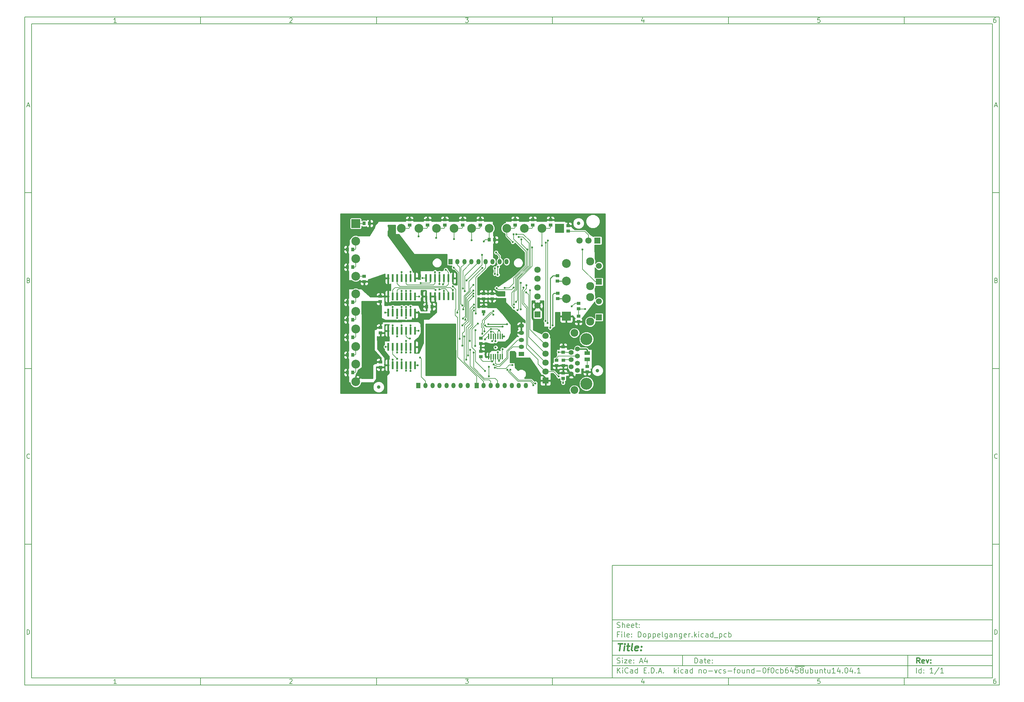
<source format=gbl>
G04 #@! TF.GenerationSoftware,KiCad,Pcbnew,no-vcs-found-0f0cb64~58~ubuntu14.04.1*
G04 #@! TF.CreationDate,2017-03-27T23:46:48+02:00*
G04 #@! TF.ProjectId,Doppelganger,446F7070656C67616E6765722E6B6963,rev?*
G04 #@! TF.FileFunction,Copper,L2,Bot,Signal*
G04 #@! TF.FilePolarity,Positive*
%FSLAX46Y46*%
G04 Gerber Fmt 4.6, Leading zero omitted, Abs format (unit mm)*
G04 Created by KiCad (PCBNEW no-vcs-found-0f0cb64~58~ubuntu14.04.1) date Mon Mar 27 23:46:48 2017*
%MOMM*%
%LPD*%
G01*
G04 APERTURE LIST*
%ADD10C,0.100000*%
%ADD11C,0.150000*%
%ADD12C,0.300000*%
%ADD13C,0.400000*%
%ADD14R,0.914400X1.066800*%
%ADD15R,1.066800X0.914400*%
%ADD16R,2.500000X2.500000*%
%ADD17C,2.500000*%
%ADD18R,1.700000X1.700000*%
%ADD19C,1.700000*%
%ADD20C,2.300000*%
%ADD21R,1.800000X1.800000*%
%ADD22C,1.800000*%
%ADD23R,0.600000X2.200000*%
%ADD24R,0.300000X1.500000*%
%ADD25C,1.400000*%
%ADD26C,3.400000*%
%ADD27C,2.200000*%
%ADD28R,1.574800X1.066800*%
%ADD29O,1.200000X1.524000*%
%ADD30R,1.200000X1.524000*%
%ADD31O,1.524000X1.200000*%
%ADD32R,1.524000X1.200000*%
%ADD33C,1.000000*%
%ADD34C,0.600000*%
%ADD35C,0.381000*%
%ADD36C,0.152400*%
%ADD37C,0.254000*%
G04 APERTURE END LIST*
D10*
D11*
X177002200Y-166007200D02*
X177002200Y-198007200D01*
X285002200Y-198007200D01*
X285002200Y-166007200D01*
X177002200Y-166007200D01*
D10*
D11*
X10000000Y-10000000D02*
X10000000Y-200007200D01*
X287002200Y-200007200D01*
X287002200Y-10000000D01*
X10000000Y-10000000D01*
D10*
D11*
X12000000Y-12000000D02*
X12000000Y-198007200D01*
X285002200Y-198007200D01*
X285002200Y-12000000D01*
X12000000Y-12000000D01*
D10*
D11*
X60000000Y-12000000D02*
X60000000Y-10000000D01*
D10*
D11*
X110000000Y-12000000D02*
X110000000Y-10000000D01*
D10*
D11*
X160000000Y-12000000D02*
X160000000Y-10000000D01*
D10*
D11*
X210000000Y-12000000D02*
X210000000Y-10000000D01*
D10*
D11*
X260000000Y-12000000D02*
X260000000Y-10000000D01*
D10*
D11*
X36065476Y-11588095D02*
X35322619Y-11588095D01*
X35694047Y-11588095D02*
X35694047Y-10288095D01*
X35570238Y-10473809D01*
X35446428Y-10597619D01*
X35322619Y-10659523D01*
D10*
D11*
X85322619Y-10411904D02*
X85384523Y-10350000D01*
X85508333Y-10288095D01*
X85817857Y-10288095D01*
X85941666Y-10350000D01*
X86003571Y-10411904D01*
X86065476Y-10535714D01*
X86065476Y-10659523D01*
X86003571Y-10845238D01*
X85260714Y-11588095D01*
X86065476Y-11588095D01*
D10*
D11*
X135260714Y-10288095D02*
X136065476Y-10288095D01*
X135632142Y-10783333D01*
X135817857Y-10783333D01*
X135941666Y-10845238D01*
X136003571Y-10907142D01*
X136065476Y-11030952D01*
X136065476Y-11340476D01*
X136003571Y-11464285D01*
X135941666Y-11526190D01*
X135817857Y-11588095D01*
X135446428Y-11588095D01*
X135322619Y-11526190D01*
X135260714Y-11464285D01*
D10*
D11*
X185941666Y-10721428D02*
X185941666Y-11588095D01*
X185632142Y-10226190D02*
X185322619Y-11154761D01*
X186127380Y-11154761D01*
D10*
D11*
X236003571Y-10288095D02*
X235384523Y-10288095D01*
X235322619Y-10907142D01*
X235384523Y-10845238D01*
X235508333Y-10783333D01*
X235817857Y-10783333D01*
X235941666Y-10845238D01*
X236003571Y-10907142D01*
X236065476Y-11030952D01*
X236065476Y-11340476D01*
X236003571Y-11464285D01*
X235941666Y-11526190D01*
X235817857Y-11588095D01*
X235508333Y-11588095D01*
X235384523Y-11526190D01*
X235322619Y-11464285D01*
D10*
D11*
X285941666Y-10288095D02*
X285694047Y-10288095D01*
X285570238Y-10350000D01*
X285508333Y-10411904D01*
X285384523Y-10597619D01*
X285322619Y-10845238D01*
X285322619Y-11340476D01*
X285384523Y-11464285D01*
X285446428Y-11526190D01*
X285570238Y-11588095D01*
X285817857Y-11588095D01*
X285941666Y-11526190D01*
X286003571Y-11464285D01*
X286065476Y-11340476D01*
X286065476Y-11030952D01*
X286003571Y-10907142D01*
X285941666Y-10845238D01*
X285817857Y-10783333D01*
X285570238Y-10783333D01*
X285446428Y-10845238D01*
X285384523Y-10907142D01*
X285322619Y-11030952D01*
D10*
D11*
X60000000Y-198007200D02*
X60000000Y-200007200D01*
D10*
D11*
X110000000Y-198007200D02*
X110000000Y-200007200D01*
D10*
D11*
X160000000Y-198007200D02*
X160000000Y-200007200D01*
D10*
D11*
X210000000Y-198007200D02*
X210000000Y-200007200D01*
D10*
D11*
X260000000Y-198007200D02*
X260000000Y-200007200D01*
D10*
D11*
X36065476Y-199595295D02*
X35322619Y-199595295D01*
X35694047Y-199595295D02*
X35694047Y-198295295D01*
X35570238Y-198481009D01*
X35446428Y-198604819D01*
X35322619Y-198666723D01*
D10*
D11*
X85322619Y-198419104D02*
X85384523Y-198357200D01*
X85508333Y-198295295D01*
X85817857Y-198295295D01*
X85941666Y-198357200D01*
X86003571Y-198419104D01*
X86065476Y-198542914D01*
X86065476Y-198666723D01*
X86003571Y-198852438D01*
X85260714Y-199595295D01*
X86065476Y-199595295D01*
D10*
D11*
X135260714Y-198295295D02*
X136065476Y-198295295D01*
X135632142Y-198790533D01*
X135817857Y-198790533D01*
X135941666Y-198852438D01*
X136003571Y-198914342D01*
X136065476Y-199038152D01*
X136065476Y-199347676D01*
X136003571Y-199471485D01*
X135941666Y-199533390D01*
X135817857Y-199595295D01*
X135446428Y-199595295D01*
X135322619Y-199533390D01*
X135260714Y-199471485D01*
D10*
D11*
X185941666Y-198728628D02*
X185941666Y-199595295D01*
X185632142Y-198233390D02*
X185322619Y-199161961D01*
X186127380Y-199161961D01*
D10*
D11*
X236003571Y-198295295D02*
X235384523Y-198295295D01*
X235322619Y-198914342D01*
X235384523Y-198852438D01*
X235508333Y-198790533D01*
X235817857Y-198790533D01*
X235941666Y-198852438D01*
X236003571Y-198914342D01*
X236065476Y-199038152D01*
X236065476Y-199347676D01*
X236003571Y-199471485D01*
X235941666Y-199533390D01*
X235817857Y-199595295D01*
X235508333Y-199595295D01*
X235384523Y-199533390D01*
X235322619Y-199471485D01*
D10*
D11*
X285941666Y-198295295D02*
X285694047Y-198295295D01*
X285570238Y-198357200D01*
X285508333Y-198419104D01*
X285384523Y-198604819D01*
X285322619Y-198852438D01*
X285322619Y-199347676D01*
X285384523Y-199471485D01*
X285446428Y-199533390D01*
X285570238Y-199595295D01*
X285817857Y-199595295D01*
X285941666Y-199533390D01*
X286003571Y-199471485D01*
X286065476Y-199347676D01*
X286065476Y-199038152D01*
X286003571Y-198914342D01*
X285941666Y-198852438D01*
X285817857Y-198790533D01*
X285570238Y-198790533D01*
X285446428Y-198852438D01*
X285384523Y-198914342D01*
X285322619Y-199038152D01*
D10*
D11*
X10000000Y-60000000D02*
X12000000Y-60000000D01*
D10*
D11*
X10000000Y-110000000D02*
X12000000Y-110000000D01*
D10*
D11*
X10000000Y-160000000D02*
X12000000Y-160000000D01*
D10*
D11*
X10690476Y-35216666D02*
X11309523Y-35216666D01*
X10566666Y-35588095D02*
X11000000Y-34288095D01*
X11433333Y-35588095D01*
D10*
D11*
X11092857Y-84907142D02*
X11278571Y-84969047D01*
X11340476Y-85030952D01*
X11402380Y-85154761D01*
X11402380Y-85340476D01*
X11340476Y-85464285D01*
X11278571Y-85526190D01*
X11154761Y-85588095D01*
X10659523Y-85588095D01*
X10659523Y-84288095D01*
X11092857Y-84288095D01*
X11216666Y-84350000D01*
X11278571Y-84411904D01*
X11340476Y-84535714D01*
X11340476Y-84659523D01*
X11278571Y-84783333D01*
X11216666Y-84845238D01*
X11092857Y-84907142D01*
X10659523Y-84907142D01*
D10*
D11*
X11402380Y-135464285D02*
X11340476Y-135526190D01*
X11154761Y-135588095D01*
X11030952Y-135588095D01*
X10845238Y-135526190D01*
X10721428Y-135402380D01*
X10659523Y-135278571D01*
X10597619Y-135030952D01*
X10597619Y-134845238D01*
X10659523Y-134597619D01*
X10721428Y-134473809D01*
X10845238Y-134350000D01*
X11030952Y-134288095D01*
X11154761Y-134288095D01*
X11340476Y-134350000D01*
X11402380Y-134411904D01*
D10*
D11*
X10659523Y-185588095D02*
X10659523Y-184288095D01*
X10969047Y-184288095D01*
X11154761Y-184350000D01*
X11278571Y-184473809D01*
X11340476Y-184597619D01*
X11402380Y-184845238D01*
X11402380Y-185030952D01*
X11340476Y-185278571D01*
X11278571Y-185402380D01*
X11154761Y-185526190D01*
X10969047Y-185588095D01*
X10659523Y-185588095D01*
D10*
D11*
X287002200Y-60000000D02*
X285002200Y-60000000D01*
D10*
D11*
X287002200Y-110000000D02*
X285002200Y-110000000D01*
D10*
D11*
X287002200Y-160000000D02*
X285002200Y-160000000D01*
D10*
D11*
X285692676Y-35216666D02*
X286311723Y-35216666D01*
X285568866Y-35588095D02*
X286002200Y-34288095D01*
X286435533Y-35588095D01*
D10*
D11*
X286095057Y-84907142D02*
X286280771Y-84969047D01*
X286342676Y-85030952D01*
X286404580Y-85154761D01*
X286404580Y-85340476D01*
X286342676Y-85464285D01*
X286280771Y-85526190D01*
X286156961Y-85588095D01*
X285661723Y-85588095D01*
X285661723Y-84288095D01*
X286095057Y-84288095D01*
X286218866Y-84350000D01*
X286280771Y-84411904D01*
X286342676Y-84535714D01*
X286342676Y-84659523D01*
X286280771Y-84783333D01*
X286218866Y-84845238D01*
X286095057Y-84907142D01*
X285661723Y-84907142D01*
D10*
D11*
X286404580Y-135464285D02*
X286342676Y-135526190D01*
X286156961Y-135588095D01*
X286033152Y-135588095D01*
X285847438Y-135526190D01*
X285723628Y-135402380D01*
X285661723Y-135278571D01*
X285599819Y-135030952D01*
X285599819Y-134845238D01*
X285661723Y-134597619D01*
X285723628Y-134473809D01*
X285847438Y-134350000D01*
X286033152Y-134288095D01*
X286156961Y-134288095D01*
X286342676Y-134350000D01*
X286404580Y-134411904D01*
D10*
D11*
X285661723Y-185588095D02*
X285661723Y-184288095D01*
X285971247Y-184288095D01*
X286156961Y-184350000D01*
X286280771Y-184473809D01*
X286342676Y-184597619D01*
X286404580Y-184845238D01*
X286404580Y-185030952D01*
X286342676Y-185278571D01*
X286280771Y-185402380D01*
X286156961Y-185526190D01*
X285971247Y-185588095D01*
X285661723Y-185588095D01*
D10*
D11*
X200434342Y-193785771D02*
X200434342Y-192285771D01*
X200791485Y-192285771D01*
X201005771Y-192357200D01*
X201148628Y-192500057D01*
X201220057Y-192642914D01*
X201291485Y-192928628D01*
X201291485Y-193142914D01*
X201220057Y-193428628D01*
X201148628Y-193571485D01*
X201005771Y-193714342D01*
X200791485Y-193785771D01*
X200434342Y-193785771D01*
X202577200Y-193785771D02*
X202577200Y-193000057D01*
X202505771Y-192857200D01*
X202362914Y-192785771D01*
X202077200Y-192785771D01*
X201934342Y-192857200D01*
X202577200Y-193714342D02*
X202434342Y-193785771D01*
X202077200Y-193785771D01*
X201934342Y-193714342D01*
X201862914Y-193571485D01*
X201862914Y-193428628D01*
X201934342Y-193285771D01*
X202077200Y-193214342D01*
X202434342Y-193214342D01*
X202577200Y-193142914D01*
X203077200Y-192785771D02*
X203648628Y-192785771D01*
X203291485Y-192285771D02*
X203291485Y-193571485D01*
X203362914Y-193714342D01*
X203505771Y-193785771D01*
X203648628Y-193785771D01*
X204720057Y-193714342D02*
X204577200Y-193785771D01*
X204291485Y-193785771D01*
X204148628Y-193714342D01*
X204077200Y-193571485D01*
X204077200Y-193000057D01*
X204148628Y-192857200D01*
X204291485Y-192785771D01*
X204577200Y-192785771D01*
X204720057Y-192857200D01*
X204791485Y-193000057D01*
X204791485Y-193142914D01*
X204077200Y-193285771D01*
X205434342Y-193642914D02*
X205505771Y-193714342D01*
X205434342Y-193785771D01*
X205362914Y-193714342D01*
X205434342Y-193642914D01*
X205434342Y-193785771D01*
X205434342Y-192857200D02*
X205505771Y-192928628D01*
X205434342Y-193000057D01*
X205362914Y-192928628D01*
X205434342Y-192857200D01*
X205434342Y-193000057D01*
D10*
D11*
X177002200Y-194507200D02*
X285002200Y-194507200D01*
D10*
D11*
X178434342Y-196585771D02*
X178434342Y-195085771D01*
X179291485Y-196585771D02*
X178648628Y-195728628D01*
X179291485Y-195085771D02*
X178434342Y-195942914D01*
X179934342Y-196585771D02*
X179934342Y-195585771D01*
X179934342Y-195085771D02*
X179862914Y-195157200D01*
X179934342Y-195228628D01*
X180005771Y-195157200D01*
X179934342Y-195085771D01*
X179934342Y-195228628D01*
X181505771Y-196442914D02*
X181434342Y-196514342D01*
X181220057Y-196585771D01*
X181077200Y-196585771D01*
X180862914Y-196514342D01*
X180720057Y-196371485D01*
X180648628Y-196228628D01*
X180577200Y-195942914D01*
X180577200Y-195728628D01*
X180648628Y-195442914D01*
X180720057Y-195300057D01*
X180862914Y-195157200D01*
X181077200Y-195085771D01*
X181220057Y-195085771D01*
X181434342Y-195157200D01*
X181505771Y-195228628D01*
X182791485Y-196585771D02*
X182791485Y-195800057D01*
X182720057Y-195657200D01*
X182577200Y-195585771D01*
X182291485Y-195585771D01*
X182148628Y-195657200D01*
X182791485Y-196514342D02*
X182648628Y-196585771D01*
X182291485Y-196585771D01*
X182148628Y-196514342D01*
X182077200Y-196371485D01*
X182077200Y-196228628D01*
X182148628Y-196085771D01*
X182291485Y-196014342D01*
X182648628Y-196014342D01*
X182791485Y-195942914D01*
X184148628Y-196585771D02*
X184148628Y-195085771D01*
X184148628Y-196514342D02*
X184005771Y-196585771D01*
X183720057Y-196585771D01*
X183577200Y-196514342D01*
X183505771Y-196442914D01*
X183434342Y-196300057D01*
X183434342Y-195871485D01*
X183505771Y-195728628D01*
X183577200Y-195657200D01*
X183720057Y-195585771D01*
X184005771Y-195585771D01*
X184148628Y-195657200D01*
X186005771Y-195800057D02*
X186505771Y-195800057D01*
X186720057Y-196585771D02*
X186005771Y-196585771D01*
X186005771Y-195085771D01*
X186720057Y-195085771D01*
X187362914Y-196442914D02*
X187434342Y-196514342D01*
X187362914Y-196585771D01*
X187291485Y-196514342D01*
X187362914Y-196442914D01*
X187362914Y-196585771D01*
X188077200Y-196585771D02*
X188077200Y-195085771D01*
X188434342Y-195085771D01*
X188648628Y-195157200D01*
X188791485Y-195300057D01*
X188862914Y-195442914D01*
X188934342Y-195728628D01*
X188934342Y-195942914D01*
X188862914Y-196228628D01*
X188791485Y-196371485D01*
X188648628Y-196514342D01*
X188434342Y-196585771D01*
X188077200Y-196585771D01*
X189577200Y-196442914D02*
X189648628Y-196514342D01*
X189577200Y-196585771D01*
X189505771Y-196514342D01*
X189577200Y-196442914D01*
X189577200Y-196585771D01*
X190220057Y-196157200D02*
X190934342Y-196157200D01*
X190077200Y-196585771D02*
X190577200Y-195085771D01*
X191077200Y-196585771D01*
X191577200Y-196442914D02*
X191648628Y-196514342D01*
X191577200Y-196585771D01*
X191505771Y-196514342D01*
X191577200Y-196442914D01*
X191577200Y-196585771D01*
X194577200Y-196585771D02*
X194577200Y-195085771D01*
X194720057Y-196014342D02*
X195148628Y-196585771D01*
X195148628Y-195585771D02*
X194577200Y-196157200D01*
X195791485Y-196585771D02*
X195791485Y-195585771D01*
X195791485Y-195085771D02*
X195720057Y-195157200D01*
X195791485Y-195228628D01*
X195862914Y-195157200D01*
X195791485Y-195085771D01*
X195791485Y-195228628D01*
X197148628Y-196514342D02*
X197005771Y-196585771D01*
X196720057Y-196585771D01*
X196577200Y-196514342D01*
X196505771Y-196442914D01*
X196434342Y-196300057D01*
X196434342Y-195871485D01*
X196505771Y-195728628D01*
X196577200Y-195657200D01*
X196720057Y-195585771D01*
X197005771Y-195585771D01*
X197148628Y-195657200D01*
X198434342Y-196585771D02*
X198434342Y-195800057D01*
X198362914Y-195657200D01*
X198220057Y-195585771D01*
X197934342Y-195585771D01*
X197791485Y-195657200D01*
X198434342Y-196514342D02*
X198291485Y-196585771D01*
X197934342Y-196585771D01*
X197791485Y-196514342D01*
X197720057Y-196371485D01*
X197720057Y-196228628D01*
X197791485Y-196085771D01*
X197934342Y-196014342D01*
X198291485Y-196014342D01*
X198434342Y-195942914D01*
X199791485Y-196585771D02*
X199791485Y-195085771D01*
X199791485Y-196514342D02*
X199648628Y-196585771D01*
X199362914Y-196585771D01*
X199220057Y-196514342D01*
X199148628Y-196442914D01*
X199077200Y-196300057D01*
X199077200Y-195871485D01*
X199148628Y-195728628D01*
X199220057Y-195657200D01*
X199362914Y-195585771D01*
X199648628Y-195585771D01*
X199791485Y-195657200D01*
X201648628Y-195585771D02*
X201648628Y-196585771D01*
X201648628Y-195728628D02*
X201720057Y-195657200D01*
X201862914Y-195585771D01*
X202077200Y-195585771D01*
X202220057Y-195657200D01*
X202291485Y-195800057D01*
X202291485Y-196585771D01*
X203220057Y-196585771D02*
X203077200Y-196514342D01*
X203005771Y-196442914D01*
X202934342Y-196300057D01*
X202934342Y-195871485D01*
X203005771Y-195728628D01*
X203077200Y-195657200D01*
X203220057Y-195585771D01*
X203434342Y-195585771D01*
X203577200Y-195657200D01*
X203648628Y-195728628D01*
X203720057Y-195871485D01*
X203720057Y-196300057D01*
X203648628Y-196442914D01*
X203577200Y-196514342D01*
X203434342Y-196585771D01*
X203220057Y-196585771D01*
X204362914Y-196014342D02*
X205505771Y-196014342D01*
X206077200Y-195585771D02*
X206434342Y-196585771D01*
X206791485Y-195585771D01*
X208005771Y-196514342D02*
X207862914Y-196585771D01*
X207577200Y-196585771D01*
X207434342Y-196514342D01*
X207362914Y-196442914D01*
X207291485Y-196300057D01*
X207291485Y-195871485D01*
X207362914Y-195728628D01*
X207434342Y-195657200D01*
X207577200Y-195585771D01*
X207862914Y-195585771D01*
X208005771Y-195657200D01*
X208577200Y-196514342D02*
X208720057Y-196585771D01*
X209005771Y-196585771D01*
X209148628Y-196514342D01*
X209220057Y-196371485D01*
X209220057Y-196300057D01*
X209148628Y-196157200D01*
X209005771Y-196085771D01*
X208791485Y-196085771D01*
X208648628Y-196014342D01*
X208577200Y-195871485D01*
X208577200Y-195800057D01*
X208648628Y-195657200D01*
X208791485Y-195585771D01*
X209005771Y-195585771D01*
X209148628Y-195657200D01*
X209862914Y-196014342D02*
X211005771Y-196014342D01*
X211505771Y-195585771D02*
X212077200Y-195585771D01*
X211720057Y-196585771D02*
X211720057Y-195300057D01*
X211791485Y-195157200D01*
X211934342Y-195085771D01*
X212077200Y-195085771D01*
X212791485Y-196585771D02*
X212648628Y-196514342D01*
X212577200Y-196442914D01*
X212505771Y-196300057D01*
X212505771Y-195871485D01*
X212577200Y-195728628D01*
X212648628Y-195657200D01*
X212791485Y-195585771D01*
X213005771Y-195585771D01*
X213148628Y-195657200D01*
X213220057Y-195728628D01*
X213291485Y-195871485D01*
X213291485Y-196300057D01*
X213220057Y-196442914D01*
X213148628Y-196514342D01*
X213005771Y-196585771D01*
X212791485Y-196585771D01*
X214577200Y-195585771D02*
X214577200Y-196585771D01*
X213934342Y-195585771D02*
X213934342Y-196371485D01*
X214005771Y-196514342D01*
X214148628Y-196585771D01*
X214362914Y-196585771D01*
X214505771Y-196514342D01*
X214577200Y-196442914D01*
X215291485Y-195585771D02*
X215291485Y-196585771D01*
X215291485Y-195728628D02*
X215362914Y-195657200D01*
X215505771Y-195585771D01*
X215720057Y-195585771D01*
X215862914Y-195657200D01*
X215934342Y-195800057D01*
X215934342Y-196585771D01*
X217291485Y-196585771D02*
X217291485Y-195085771D01*
X217291485Y-196514342D02*
X217148628Y-196585771D01*
X216862914Y-196585771D01*
X216720057Y-196514342D01*
X216648628Y-196442914D01*
X216577200Y-196300057D01*
X216577200Y-195871485D01*
X216648628Y-195728628D01*
X216720057Y-195657200D01*
X216862914Y-195585771D01*
X217148628Y-195585771D01*
X217291485Y-195657200D01*
X218005771Y-196014342D02*
X219148628Y-196014342D01*
X220148628Y-195085771D02*
X220291485Y-195085771D01*
X220434342Y-195157200D01*
X220505771Y-195228628D01*
X220577200Y-195371485D01*
X220648628Y-195657200D01*
X220648628Y-196014342D01*
X220577200Y-196300057D01*
X220505771Y-196442914D01*
X220434342Y-196514342D01*
X220291485Y-196585771D01*
X220148628Y-196585771D01*
X220005771Y-196514342D01*
X219934342Y-196442914D01*
X219862914Y-196300057D01*
X219791485Y-196014342D01*
X219791485Y-195657200D01*
X219862914Y-195371485D01*
X219934342Y-195228628D01*
X220005771Y-195157200D01*
X220148628Y-195085771D01*
X221077200Y-195585771D02*
X221648628Y-195585771D01*
X221291485Y-196585771D02*
X221291485Y-195300057D01*
X221362914Y-195157200D01*
X221505771Y-195085771D01*
X221648628Y-195085771D01*
X222434342Y-195085771D02*
X222577200Y-195085771D01*
X222720057Y-195157200D01*
X222791485Y-195228628D01*
X222862914Y-195371485D01*
X222934342Y-195657200D01*
X222934342Y-196014342D01*
X222862914Y-196300057D01*
X222791485Y-196442914D01*
X222720057Y-196514342D01*
X222577200Y-196585771D01*
X222434342Y-196585771D01*
X222291485Y-196514342D01*
X222220057Y-196442914D01*
X222148628Y-196300057D01*
X222077200Y-196014342D01*
X222077200Y-195657200D01*
X222148628Y-195371485D01*
X222220057Y-195228628D01*
X222291485Y-195157200D01*
X222434342Y-195085771D01*
X224220057Y-196514342D02*
X224077200Y-196585771D01*
X223791485Y-196585771D01*
X223648628Y-196514342D01*
X223577200Y-196442914D01*
X223505771Y-196300057D01*
X223505771Y-195871485D01*
X223577200Y-195728628D01*
X223648628Y-195657200D01*
X223791485Y-195585771D01*
X224077200Y-195585771D01*
X224220057Y-195657200D01*
X224862914Y-196585771D02*
X224862914Y-195085771D01*
X224862914Y-195657200D02*
X225005771Y-195585771D01*
X225291485Y-195585771D01*
X225434342Y-195657200D01*
X225505771Y-195728628D01*
X225577200Y-195871485D01*
X225577200Y-196300057D01*
X225505771Y-196442914D01*
X225434342Y-196514342D01*
X225291485Y-196585771D01*
X225005771Y-196585771D01*
X224862914Y-196514342D01*
X226862914Y-195085771D02*
X226577200Y-195085771D01*
X226434342Y-195157200D01*
X226362914Y-195228628D01*
X226220057Y-195442914D01*
X226148628Y-195728628D01*
X226148628Y-196300057D01*
X226220057Y-196442914D01*
X226291485Y-196514342D01*
X226434342Y-196585771D01*
X226720057Y-196585771D01*
X226862914Y-196514342D01*
X226934342Y-196442914D01*
X227005771Y-196300057D01*
X227005771Y-195942914D01*
X226934342Y-195800057D01*
X226862914Y-195728628D01*
X226720057Y-195657200D01*
X226434342Y-195657200D01*
X226291485Y-195728628D01*
X226220057Y-195800057D01*
X226148628Y-195942914D01*
X228291485Y-195585771D02*
X228291485Y-196585771D01*
X227934342Y-195014342D02*
X227577200Y-196085771D01*
X228505771Y-196085771D01*
X228967557Y-194677200D02*
X230148628Y-194677200D01*
X229791485Y-195085771D02*
X229077200Y-195085771D01*
X229005771Y-195800057D01*
X229077200Y-195728628D01*
X229220057Y-195657200D01*
X229577200Y-195657200D01*
X229720057Y-195728628D01*
X229791485Y-195800057D01*
X229862914Y-195942914D01*
X229862914Y-196300057D01*
X229791485Y-196442914D01*
X229720057Y-196514342D01*
X229577200Y-196585771D01*
X229220057Y-196585771D01*
X229077200Y-196514342D01*
X229005771Y-196442914D01*
X230148628Y-194677200D02*
X231577200Y-194677200D01*
X230720057Y-195728628D02*
X230577200Y-195657200D01*
X230505771Y-195585771D01*
X230434342Y-195442914D01*
X230434342Y-195371485D01*
X230505771Y-195228628D01*
X230577200Y-195157200D01*
X230720057Y-195085771D01*
X231005771Y-195085771D01*
X231148628Y-195157200D01*
X231220057Y-195228628D01*
X231291485Y-195371485D01*
X231291485Y-195442914D01*
X231220057Y-195585771D01*
X231148628Y-195657200D01*
X231005771Y-195728628D01*
X230720057Y-195728628D01*
X230577200Y-195800057D01*
X230505771Y-195871485D01*
X230434342Y-196014342D01*
X230434342Y-196300057D01*
X230505771Y-196442914D01*
X230577200Y-196514342D01*
X230720057Y-196585771D01*
X231005771Y-196585771D01*
X231148628Y-196514342D01*
X231220057Y-196442914D01*
X231291485Y-196300057D01*
X231291485Y-196014342D01*
X231220057Y-195871485D01*
X231148628Y-195800057D01*
X231005771Y-195728628D01*
X232577200Y-195585771D02*
X232577200Y-196585771D01*
X231934342Y-195585771D02*
X231934342Y-196371485D01*
X232005771Y-196514342D01*
X232148628Y-196585771D01*
X232362914Y-196585771D01*
X232505771Y-196514342D01*
X232577200Y-196442914D01*
X233291485Y-196585771D02*
X233291485Y-195085771D01*
X233291485Y-195657200D02*
X233434342Y-195585771D01*
X233720057Y-195585771D01*
X233862914Y-195657200D01*
X233934342Y-195728628D01*
X234005771Y-195871485D01*
X234005771Y-196300057D01*
X233934342Y-196442914D01*
X233862914Y-196514342D01*
X233720057Y-196585771D01*
X233434342Y-196585771D01*
X233291485Y-196514342D01*
X235291485Y-195585771D02*
X235291485Y-196585771D01*
X234648628Y-195585771D02*
X234648628Y-196371485D01*
X234720057Y-196514342D01*
X234862914Y-196585771D01*
X235077200Y-196585771D01*
X235220057Y-196514342D01*
X235291485Y-196442914D01*
X236005771Y-195585771D02*
X236005771Y-196585771D01*
X236005771Y-195728628D02*
X236077200Y-195657200D01*
X236220057Y-195585771D01*
X236434342Y-195585771D01*
X236577200Y-195657200D01*
X236648628Y-195800057D01*
X236648628Y-196585771D01*
X237148628Y-195585771D02*
X237720057Y-195585771D01*
X237362914Y-195085771D02*
X237362914Y-196371485D01*
X237434342Y-196514342D01*
X237577200Y-196585771D01*
X237720057Y-196585771D01*
X238862914Y-195585771D02*
X238862914Y-196585771D01*
X238220057Y-195585771D02*
X238220057Y-196371485D01*
X238291485Y-196514342D01*
X238434342Y-196585771D01*
X238648628Y-196585771D01*
X238791485Y-196514342D01*
X238862914Y-196442914D01*
X240362914Y-196585771D02*
X239505771Y-196585771D01*
X239934342Y-196585771D02*
X239934342Y-195085771D01*
X239791485Y-195300057D01*
X239648628Y-195442914D01*
X239505771Y-195514342D01*
X241648628Y-195585771D02*
X241648628Y-196585771D01*
X241291485Y-195014342D02*
X240934342Y-196085771D01*
X241862914Y-196085771D01*
X242434342Y-196442914D02*
X242505771Y-196514342D01*
X242434342Y-196585771D01*
X242362914Y-196514342D01*
X242434342Y-196442914D01*
X242434342Y-196585771D01*
X243434342Y-195085771D02*
X243577200Y-195085771D01*
X243720057Y-195157200D01*
X243791485Y-195228628D01*
X243862914Y-195371485D01*
X243934342Y-195657200D01*
X243934342Y-196014342D01*
X243862914Y-196300057D01*
X243791485Y-196442914D01*
X243720057Y-196514342D01*
X243577200Y-196585771D01*
X243434342Y-196585771D01*
X243291485Y-196514342D01*
X243220057Y-196442914D01*
X243148628Y-196300057D01*
X243077200Y-196014342D01*
X243077200Y-195657200D01*
X243148628Y-195371485D01*
X243220057Y-195228628D01*
X243291485Y-195157200D01*
X243434342Y-195085771D01*
X245220057Y-195585771D02*
X245220057Y-196585771D01*
X244862914Y-195014342D02*
X244505771Y-196085771D01*
X245434342Y-196085771D01*
X246005771Y-196442914D02*
X246077200Y-196514342D01*
X246005771Y-196585771D01*
X245934342Y-196514342D01*
X246005771Y-196442914D01*
X246005771Y-196585771D01*
X247505771Y-196585771D02*
X246648628Y-196585771D01*
X247077200Y-196585771D02*
X247077200Y-195085771D01*
X246934342Y-195300057D01*
X246791485Y-195442914D01*
X246648628Y-195514342D01*
D10*
D11*
X177002200Y-191507200D02*
X285002200Y-191507200D01*
D10*
D12*
X264411485Y-193785771D02*
X263911485Y-193071485D01*
X263554342Y-193785771D02*
X263554342Y-192285771D01*
X264125771Y-192285771D01*
X264268628Y-192357200D01*
X264340057Y-192428628D01*
X264411485Y-192571485D01*
X264411485Y-192785771D01*
X264340057Y-192928628D01*
X264268628Y-193000057D01*
X264125771Y-193071485D01*
X263554342Y-193071485D01*
X265625771Y-193714342D02*
X265482914Y-193785771D01*
X265197200Y-193785771D01*
X265054342Y-193714342D01*
X264982914Y-193571485D01*
X264982914Y-193000057D01*
X265054342Y-192857200D01*
X265197200Y-192785771D01*
X265482914Y-192785771D01*
X265625771Y-192857200D01*
X265697200Y-193000057D01*
X265697200Y-193142914D01*
X264982914Y-193285771D01*
X266197200Y-192785771D02*
X266554342Y-193785771D01*
X266911485Y-192785771D01*
X267482914Y-193642914D02*
X267554342Y-193714342D01*
X267482914Y-193785771D01*
X267411485Y-193714342D01*
X267482914Y-193642914D01*
X267482914Y-193785771D01*
X267482914Y-192857200D02*
X267554342Y-192928628D01*
X267482914Y-193000057D01*
X267411485Y-192928628D01*
X267482914Y-192857200D01*
X267482914Y-193000057D01*
D10*
D11*
X178362914Y-193714342D02*
X178577200Y-193785771D01*
X178934342Y-193785771D01*
X179077200Y-193714342D01*
X179148628Y-193642914D01*
X179220057Y-193500057D01*
X179220057Y-193357200D01*
X179148628Y-193214342D01*
X179077200Y-193142914D01*
X178934342Y-193071485D01*
X178648628Y-193000057D01*
X178505771Y-192928628D01*
X178434342Y-192857200D01*
X178362914Y-192714342D01*
X178362914Y-192571485D01*
X178434342Y-192428628D01*
X178505771Y-192357200D01*
X178648628Y-192285771D01*
X179005771Y-192285771D01*
X179220057Y-192357200D01*
X179862914Y-193785771D02*
X179862914Y-192785771D01*
X179862914Y-192285771D02*
X179791485Y-192357200D01*
X179862914Y-192428628D01*
X179934342Y-192357200D01*
X179862914Y-192285771D01*
X179862914Y-192428628D01*
X180434342Y-192785771D02*
X181220057Y-192785771D01*
X180434342Y-193785771D01*
X181220057Y-193785771D01*
X182362914Y-193714342D02*
X182220057Y-193785771D01*
X181934342Y-193785771D01*
X181791485Y-193714342D01*
X181720057Y-193571485D01*
X181720057Y-193000057D01*
X181791485Y-192857200D01*
X181934342Y-192785771D01*
X182220057Y-192785771D01*
X182362914Y-192857200D01*
X182434342Y-193000057D01*
X182434342Y-193142914D01*
X181720057Y-193285771D01*
X183077200Y-193642914D02*
X183148628Y-193714342D01*
X183077200Y-193785771D01*
X183005771Y-193714342D01*
X183077200Y-193642914D01*
X183077200Y-193785771D01*
X183077200Y-192857200D02*
X183148628Y-192928628D01*
X183077200Y-193000057D01*
X183005771Y-192928628D01*
X183077200Y-192857200D01*
X183077200Y-193000057D01*
X184862914Y-193357200D02*
X185577200Y-193357200D01*
X184720057Y-193785771D02*
X185220057Y-192285771D01*
X185720057Y-193785771D01*
X186862914Y-192785771D02*
X186862914Y-193785771D01*
X186505771Y-192214342D02*
X186148628Y-193285771D01*
X187077200Y-193285771D01*
D10*
D11*
X263434342Y-196585771D02*
X263434342Y-195085771D01*
X264791485Y-196585771D02*
X264791485Y-195085771D01*
X264791485Y-196514342D02*
X264648628Y-196585771D01*
X264362914Y-196585771D01*
X264220057Y-196514342D01*
X264148628Y-196442914D01*
X264077200Y-196300057D01*
X264077200Y-195871485D01*
X264148628Y-195728628D01*
X264220057Y-195657200D01*
X264362914Y-195585771D01*
X264648628Y-195585771D01*
X264791485Y-195657200D01*
X265505771Y-196442914D02*
X265577200Y-196514342D01*
X265505771Y-196585771D01*
X265434342Y-196514342D01*
X265505771Y-196442914D01*
X265505771Y-196585771D01*
X265505771Y-195657200D02*
X265577200Y-195728628D01*
X265505771Y-195800057D01*
X265434342Y-195728628D01*
X265505771Y-195657200D01*
X265505771Y-195800057D01*
X268148628Y-196585771D02*
X267291485Y-196585771D01*
X267720057Y-196585771D02*
X267720057Y-195085771D01*
X267577200Y-195300057D01*
X267434342Y-195442914D01*
X267291485Y-195514342D01*
X269862914Y-195014342D02*
X268577200Y-196942914D01*
X271148628Y-196585771D02*
X270291485Y-196585771D01*
X270720057Y-196585771D02*
X270720057Y-195085771D01*
X270577200Y-195300057D01*
X270434342Y-195442914D01*
X270291485Y-195514342D01*
D10*
D11*
X177002200Y-187507200D02*
X285002200Y-187507200D01*
D10*
D13*
X178714580Y-188211961D02*
X179857438Y-188211961D01*
X179036009Y-190211961D02*
X179286009Y-188211961D01*
X180274104Y-190211961D02*
X180440771Y-188878628D01*
X180524104Y-188211961D02*
X180416961Y-188307200D01*
X180500295Y-188402438D01*
X180607438Y-188307200D01*
X180524104Y-188211961D01*
X180500295Y-188402438D01*
X181107438Y-188878628D02*
X181869342Y-188878628D01*
X181476485Y-188211961D02*
X181262200Y-189926247D01*
X181333628Y-190116723D01*
X181512200Y-190211961D01*
X181702676Y-190211961D01*
X182655057Y-190211961D02*
X182476485Y-190116723D01*
X182405057Y-189926247D01*
X182619342Y-188211961D01*
X184190771Y-190116723D02*
X183988390Y-190211961D01*
X183607438Y-190211961D01*
X183428866Y-190116723D01*
X183357438Y-189926247D01*
X183452676Y-189164342D01*
X183571723Y-188973866D01*
X183774104Y-188878628D01*
X184155057Y-188878628D01*
X184333628Y-188973866D01*
X184405057Y-189164342D01*
X184381247Y-189354819D01*
X183405057Y-189545295D01*
X185155057Y-190021485D02*
X185238390Y-190116723D01*
X185131247Y-190211961D01*
X185047914Y-190116723D01*
X185155057Y-190021485D01*
X185131247Y-190211961D01*
X185286009Y-188973866D02*
X185369342Y-189069104D01*
X185262200Y-189164342D01*
X185178866Y-189069104D01*
X185286009Y-188973866D01*
X185262200Y-189164342D01*
D10*
D11*
X178934342Y-185600057D02*
X178434342Y-185600057D01*
X178434342Y-186385771D02*
X178434342Y-184885771D01*
X179148628Y-184885771D01*
X179720057Y-186385771D02*
X179720057Y-185385771D01*
X179720057Y-184885771D02*
X179648628Y-184957200D01*
X179720057Y-185028628D01*
X179791485Y-184957200D01*
X179720057Y-184885771D01*
X179720057Y-185028628D01*
X180648628Y-186385771D02*
X180505771Y-186314342D01*
X180434342Y-186171485D01*
X180434342Y-184885771D01*
X181791485Y-186314342D02*
X181648628Y-186385771D01*
X181362914Y-186385771D01*
X181220057Y-186314342D01*
X181148628Y-186171485D01*
X181148628Y-185600057D01*
X181220057Y-185457200D01*
X181362914Y-185385771D01*
X181648628Y-185385771D01*
X181791485Y-185457200D01*
X181862914Y-185600057D01*
X181862914Y-185742914D01*
X181148628Y-185885771D01*
X182505771Y-186242914D02*
X182577200Y-186314342D01*
X182505771Y-186385771D01*
X182434342Y-186314342D01*
X182505771Y-186242914D01*
X182505771Y-186385771D01*
X182505771Y-185457200D02*
X182577200Y-185528628D01*
X182505771Y-185600057D01*
X182434342Y-185528628D01*
X182505771Y-185457200D01*
X182505771Y-185600057D01*
X184362914Y-186385771D02*
X184362914Y-184885771D01*
X184720057Y-184885771D01*
X184934342Y-184957200D01*
X185077200Y-185100057D01*
X185148628Y-185242914D01*
X185220057Y-185528628D01*
X185220057Y-185742914D01*
X185148628Y-186028628D01*
X185077200Y-186171485D01*
X184934342Y-186314342D01*
X184720057Y-186385771D01*
X184362914Y-186385771D01*
X186077200Y-186385771D02*
X185934342Y-186314342D01*
X185862914Y-186242914D01*
X185791485Y-186100057D01*
X185791485Y-185671485D01*
X185862914Y-185528628D01*
X185934342Y-185457200D01*
X186077200Y-185385771D01*
X186291485Y-185385771D01*
X186434342Y-185457200D01*
X186505771Y-185528628D01*
X186577200Y-185671485D01*
X186577200Y-186100057D01*
X186505771Y-186242914D01*
X186434342Y-186314342D01*
X186291485Y-186385771D01*
X186077200Y-186385771D01*
X187220057Y-185385771D02*
X187220057Y-186885771D01*
X187220057Y-185457200D02*
X187362914Y-185385771D01*
X187648628Y-185385771D01*
X187791485Y-185457200D01*
X187862914Y-185528628D01*
X187934342Y-185671485D01*
X187934342Y-186100057D01*
X187862914Y-186242914D01*
X187791485Y-186314342D01*
X187648628Y-186385771D01*
X187362914Y-186385771D01*
X187220057Y-186314342D01*
X188577200Y-185385771D02*
X188577200Y-186885771D01*
X188577200Y-185457200D02*
X188720057Y-185385771D01*
X189005771Y-185385771D01*
X189148628Y-185457200D01*
X189220057Y-185528628D01*
X189291485Y-185671485D01*
X189291485Y-186100057D01*
X189220057Y-186242914D01*
X189148628Y-186314342D01*
X189005771Y-186385771D01*
X188720057Y-186385771D01*
X188577200Y-186314342D01*
X190505771Y-186314342D02*
X190362914Y-186385771D01*
X190077200Y-186385771D01*
X189934342Y-186314342D01*
X189862914Y-186171485D01*
X189862914Y-185600057D01*
X189934342Y-185457200D01*
X190077200Y-185385771D01*
X190362914Y-185385771D01*
X190505771Y-185457200D01*
X190577200Y-185600057D01*
X190577200Y-185742914D01*
X189862914Y-185885771D01*
X191434342Y-186385771D02*
X191291485Y-186314342D01*
X191220057Y-186171485D01*
X191220057Y-184885771D01*
X192648628Y-185385771D02*
X192648628Y-186600057D01*
X192577200Y-186742914D01*
X192505771Y-186814342D01*
X192362914Y-186885771D01*
X192148628Y-186885771D01*
X192005771Y-186814342D01*
X192648628Y-186314342D02*
X192505771Y-186385771D01*
X192220057Y-186385771D01*
X192077200Y-186314342D01*
X192005771Y-186242914D01*
X191934342Y-186100057D01*
X191934342Y-185671485D01*
X192005771Y-185528628D01*
X192077200Y-185457200D01*
X192220057Y-185385771D01*
X192505771Y-185385771D01*
X192648628Y-185457200D01*
X194005771Y-186385771D02*
X194005771Y-185600057D01*
X193934342Y-185457200D01*
X193791485Y-185385771D01*
X193505771Y-185385771D01*
X193362914Y-185457200D01*
X194005771Y-186314342D02*
X193862914Y-186385771D01*
X193505771Y-186385771D01*
X193362914Y-186314342D01*
X193291485Y-186171485D01*
X193291485Y-186028628D01*
X193362914Y-185885771D01*
X193505771Y-185814342D01*
X193862914Y-185814342D01*
X194005771Y-185742914D01*
X194720057Y-185385771D02*
X194720057Y-186385771D01*
X194720057Y-185528628D02*
X194791485Y-185457200D01*
X194934342Y-185385771D01*
X195148628Y-185385771D01*
X195291485Y-185457200D01*
X195362914Y-185600057D01*
X195362914Y-186385771D01*
X196720057Y-185385771D02*
X196720057Y-186600057D01*
X196648628Y-186742914D01*
X196577200Y-186814342D01*
X196434342Y-186885771D01*
X196220057Y-186885771D01*
X196077200Y-186814342D01*
X196720057Y-186314342D02*
X196577200Y-186385771D01*
X196291485Y-186385771D01*
X196148628Y-186314342D01*
X196077200Y-186242914D01*
X196005771Y-186100057D01*
X196005771Y-185671485D01*
X196077200Y-185528628D01*
X196148628Y-185457200D01*
X196291485Y-185385771D01*
X196577200Y-185385771D01*
X196720057Y-185457200D01*
X198005771Y-186314342D02*
X197862914Y-186385771D01*
X197577200Y-186385771D01*
X197434342Y-186314342D01*
X197362914Y-186171485D01*
X197362914Y-185600057D01*
X197434342Y-185457200D01*
X197577200Y-185385771D01*
X197862914Y-185385771D01*
X198005771Y-185457200D01*
X198077200Y-185600057D01*
X198077200Y-185742914D01*
X197362914Y-185885771D01*
X198720057Y-186385771D02*
X198720057Y-185385771D01*
X198720057Y-185671485D02*
X198791485Y-185528628D01*
X198862914Y-185457200D01*
X199005771Y-185385771D01*
X199148628Y-185385771D01*
X199648628Y-186242914D02*
X199720057Y-186314342D01*
X199648628Y-186385771D01*
X199577200Y-186314342D01*
X199648628Y-186242914D01*
X199648628Y-186385771D01*
X200362914Y-186385771D02*
X200362914Y-184885771D01*
X200505771Y-185814342D02*
X200934342Y-186385771D01*
X200934342Y-185385771D02*
X200362914Y-185957200D01*
X201577200Y-186385771D02*
X201577200Y-185385771D01*
X201577200Y-184885771D02*
X201505771Y-184957200D01*
X201577200Y-185028628D01*
X201648628Y-184957200D01*
X201577200Y-184885771D01*
X201577200Y-185028628D01*
X202934342Y-186314342D02*
X202791485Y-186385771D01*
X202505771Y-186385771D01*
X202362914Y-186314342D01*
X202291485Y-186242914D01*
X202220057Y-186100057D01*
X202220057Y-185671485D01*
X202291485Y-185528628D01*
X202362914Y-185457200D01*
X202505771Y-185385771D01*
X202791485Y-185385771D01*
X202934342Y-185457200D01*
X204220057Y-186385771D02*
X204220057Y-185600057D01*
X204148628Y-185457200D01*
X204005771Y-185385771D01*
X203720057Y-185385771D01*
X203577200Y-185457200D01*
X204220057Y-186314342D02*
X204077200Y-186385771D01*
X203720057Y-186385771D01*
X203577200Y-186314342D01*
X203505771Y-186171485D01*
X203505771Y-186028628D01*
X203577200Y-185885771D01*
X203720057Y-185814342D01*
X204077200Y-185814342D01*
X204220057Y-185742914D01*
X205577200Y-186385771D02*
X205577200Y-184885771D01*
X205577200Y-186314342D02*
X205434342Y-186385771D01*
X205148628Y-186385771D01*
X205005771Y-186314342D01*
X204934342Y-186242914D01*
X204862914Y-186100057D01*
X204862914Y-185671485D01*
X204934342Y-185528628D01*
X205005771Y-185457200D01*
X205148628Y-185385771D01*
X205434342Y-185385771D01*
X205577200Y-185457200D01*
X205934342Y-186528628D02*
X207077200Y-186528628D01*
X207434342Y-185385771D02*
X207434342Y-186885771D01*
X207434342Y-185457200D02*
X207577200Y-185385771D01*
X207862914Y-185385771D01*
X208005771Y-185457200D01*
X208077200Y-185528628D01*
X208148628Y-185671485D01*
X208148628Y-186100057D01*
X208077200Y-186242914D01*
X208005771Y-186314342D01*
X207862914Y-186385771D01*
X207577200Y-186385771D01*
X207434342Y-186314342D01*
X209434342Y-186314342D02*
X209291485Y-186385771D01*
X209005771Y-186385771D01*
X208862914Y-186314342D01*
X208791485Y-186242914D01*
X208720057Y-186100057D01*
X208720057Y-185671485D01*
X208791485Y-185528628D01*
X208862914Y-185457200D01*
X209005771Y-185385771D01*
X209291485Y-185385771D01*
X209434342Y-185457200D01*
X210077200Y-186385771D02*
X210077200Y-184885771D01*
X210077200Y-185457200D02*
X210220057Y-185385771D01*
X210505771Y-185385771D01*
X210648628Y-185457200D01*
X210720057Y-185528628D01*
X210791485Y-185671485D01*
X210791485Y-186100057D01*
X210720057Y-186242914D01*
X210648628Y-186314342D01*
X210505771Y-186385771D01*
X210220057Y-186385771D01*
X210077200Y-186314342D01*
D10*
D11*
X177002200Y-181507200D02*
X285002200Y-181507200D01*
D10*
D11*
X178362914Y-183614342D02*
X178577200Y-183685771D01*
X178934342Y-183685771D01*
X179077200Y-183614342D01*
X179148628Y-183542914D01*
X179220057Y-183400057D01*
X179220057Y-183257200D01*
X179148628Y-183114342D01*
X179077200Y-183042914D01*
X178934342Y-182971485D01*
X178648628Y-182900057D01*
X178505771Y-182828628D01*
X178434342Y-182757200D01*
X178362914Y-182614342D01*
X178362914Y-182471485D01*
X178434342Y-182328628D01*
X178505771Y-182257200D01*
X178648628Y-182185771D01*
X179005771Y-182185771D01*
X179220057Y-182257200D01*
X179862914Y-183685771D02*
X179862914Y-182185771D01*
X180505771Y-183685771D02*
X180505771Y-182900057D01*
X180434342Y-182757200D01*
X180291485Y-182685771D01*
X180077200Y-182685771D01*
X179934342Y-182757200D01*
X179862914Y-182828628D01*
X181791485Y-183614342D02*
X181648628Y-183685771D01*
X181362914Y-183685771D01*
X181220057Y-183614342D01*
X181148628Y-183471485D01*
X181148628Y-182900057D01*
X181220057Y-182757200D01*
X181362914Y-182685771D01*
X181648628Y-182685771D01*
X181791485Y-182757200D01*
X181862914Y-182900057D01*
X181862914Y-183042914D01*
X181148628Y-183185771D01*
X183077200Y-183614342D02*
X182934342Y-183685771D01*
X182648628Y-183685771D01*
X182505771Y-183614342D01*
X182434342Y-183471485D01*
X182434342Y-182900057D01*
X182505771Y-182757200D01*
X182648628Y-182685771D01*
X182934342Y-182685771D01*
X183077200Y-182757200D01*
X183148628Y-182900057D01*
X183148628Y-183042914D01*
X182434342Y-183185771D01*
X183577200Y-182685771D02*
X184148628Y-182685771D01*
X183791485Y-182185771D02*
X183791485Y-183471485D01*
X183862914Y-183614342D01*
X184005771Y-183685771D01*
X184148628Y-183685771D01*
X184648628Y-183542914D02*
X184720057Y-183614342D01*
X184648628Y-183685771D01*
X184577200Y-183614342D01*
X184648628Y-183542914D01*
X184648628Y-183685771D01*
X184648628Y-182757200D02*
X184720057Y-182828628D01*
X184648628Y-182900057D01*
X184577200Y-182828628D01*
X184648628Y-182757200D01*
X184648628Y-182900057D01*
D10*
D11*
X197002200Y-191507200D02*
X197002200Y-194507200D01*
D10*
D11*
X261002200Y-191507200D02*
X261002200Y-198007200D01*
D14*
X124231400Y-92379800D03*
X125755400Y-92379800D03*
D15*
X111125000Y-109651800D03*
X111125000Y-108127800D03*
X140411200Y-88671400D03*
X140411200Y-90195400D03*
X142849600Y-88646000D03*
X142849600Y-90170000D03*
X140411200Y-93853000D03*
X140411200Y-92329000D03*
X111125000Y-99872800D03*
X111125000Y-98348800D03*
X111061500Y-89471500D03*
X111061500Y-90995500D03*
D14*
X103276400Y-96139000D03*
X101752400Y-96139000D03*
D15*
X163042600Y-105333800D03*
X163042600Y-103809800D03*
X161127440Y-107647740D03*
X161127440Y-109171740D03*
X163017200Y-112801400D03*
X163017200Y-111277400D03*
X161417000Y-85115400D03*
X161417000Y-83591400D03*
X164414200Y-70932040D03*
X164414200Y-69408040D03*
X139636500Y-106616500D03*
X139636500Y-105092500D03*
X139636500Y-101409500D03*
X139636500Y-102933500D03*
X167386000Y-91440000D03*
X167386000Y-92964000D03*
X167386000Y-96647000D03*
X167386000Y-95123000D03*
D14*
X106476800Y-68732400D03*
X108000800Y-68732400D03*
D15*
X119380000Y-67716400D03*
X119380000Y-69240400D03*
D14*
X103276400Y-76123800D03*
X101752400Y-76123800D03*
D15*
X124510800Y-67716400D03*
X124510800Y-69240400D03*
X163068000Y-107632500D03*
X163068000Y-109156500D03*
D14*
X103276400Y-81153000D03*
X101752400Y-81153000D03*
D15*
X106489500Y-83756500D03*
X106489500Y-85280500D03*
X134442200Y-67716400D03*
X134442200Y-69240400D03*
D14*
X103276400Y-91160600D03*
X101752400Y-91160600D03*
D15*
X139446000Y-67716400D03*
X139446000Y-69240400D03*
D14*
X143535400Y-73380600D03*
X142011400Y-73380600D03*
X103276400Y-101117400D03*
X101752400Y-101117400D03*
D15*
X149377400Y-67716400D03*
X149377400Y-69240400D03*
D14*
X103276400Y-106146600D03*
X101752400Y-106146600D03*
D15*
X154381200Y-67716400D03*
X154381200Y-69240400D03*
D14*
X103276400Y-111099600D03*
X101752400Y-111099600D03*
D15*
X159435800Y-67716400D03*
X159435800Y-69240400D03*
X169839640Y-110944660D03*
X169839640Y-109420660D03*
X161467800Y-90144600D03*
X161467800Y-88620600D03*
X129387600Y-67716400D03*
X129387600Y-69240400D03*
D16*
X163936680Y-95134440D03*
D17*
X163936680Y-90134440D03*
X163936680Y-85134440D03*
X163936680Y-80134440D03*
D16*
X104084120Y-68751400D03*
D17*
X104084120Y-73751400D03*
X104084120Y-78751400D03*
X104084120Y-83751400D03*
X104084120Y-88751400D03*
X104084120Y-93751400D03*
X104084120Y-98751400D03*
X104084120Y-103751400D03*
X104084120Y-108751400D03*
X104084120Y-113751400D03*
D16*
X162001200Y-70104000D03*
D17*
X157001200Y-70104000D03*
X152001200Y-70104000D03*
X147001200Y-70104000D03*
X142001200Y-70104000D03*
X137001200Y-70104000D03*
X132001200Y-70104000D03*
X127001200Y-70104000D03*
X122001200Y-70104000D03*
X117001200Y-70104000D03*
D18*
X173203000Y-95415500D03*
D19*
X173203000Y-90893500D03*
D20*
X170713000Y-96659500D03*
X170713000Y-89649500D03*
D21*
X172783500Y-73596500D03*
D22*
X170243500Y-73596500D03*
X167703500Y-73596500D03*
D23*
X124104400Y-89477200D03*
X124104400Y-84277200D03*
X125374400Y-89477200D03*
X125374400Y-84277200D03*
X126644400Y-89477200D03*
X126644400Y-84277200D03*
X127914400Y-89477200D03*
X127914400Y-84277200D03*
X129184400Y-89477200D03*
X129184400Y-84277200D03*
X130454400Y-89477200D03*
X130454400Y-84277200D03*
X131724400Y-89477200D03*
X131724400Y-84277200D03*
X113309400Y-89484200D03*
X113309400Y-84284200D03*
X114579400Y-89484200D03*
X114579400Y-84284200D03*
X115849400Y-89484200D03*
X115849400Y-84284200D03*
X117119400Y-89484200D03*
X117119400Y-84284200D03*
X118389400Y-89484200D03*
X118389400Y-84284200D03*
X119659400Y-89484200D03*
X119659400Y-84284200D03*
X120929400Y-89484200D03*
X120929400Y-84284200D03*
X113309400Y-99263200D03*
X113309400Y-94063200D03*
X114579400Y-99263200D03*
X114579400Y-94063200D03*
X115849400Y-99263200D03*
X115849400Y-94063200D03*
X117119400Y-99263200D03*
X117119400Y-94063200D03*
X118389400Y-99263200D03*
X118389400Y-94063200D03*
X119659400Y-99263200D03*
X119659400Y-94063200D03*
X120929400Y-99263200D03*
X120929400Y-94063200D03*
X113309400Y-109042200D03*
X113309400Y-103842200D03*
X114579400Y-109042200D03*
X114579400Y-103842200D03*
X115849400Y-109042200D03*
X115849400Y-103842200D03*
X117119400Y-109042200D03*
X117119400Y-103842200D03*
X118389400Y-109042200D03*
X118389400Y-103842200D03*
X119659400Y-109042200D03*
X119659400Y-103842200D03*
X120929400Y-109042200D03*
X120929400Y-103842200D03*
D24*
X145785000Y-100859000D03*
X145135000Y-100859000D03*
X144485000Y-100859000D03*
X143835000Y-100859000D03*
X143185000Y-100859000D03*
X142535000Y-100859000D03*
X141885000Y-100859000D03*
X141885000Y-106659000D03*
X142535000Y-106659000D03*
X143185000Y-106659000D03*
X143835000Y-106659000D03*
X144485000Y-106659000D03*
X145135000Y-106659000D03*
X145785000Y-106659000D03*
D25*
X167118760Y-104445880D03*
X167118760Y-106475880D03*
X167118760Y-108505880D03*
X167118760Y-110535880D03*
X165338760Y-105465880D03*
X165338760Y-107495880D03*
X165338760Y-109525880D03*
X165338760Y-111555880D03*
D26*
X169658760Y-114345880D03*
X169658760Y-101645880D03*
D27*
X166228760Y-116125880D03*
X166228760Y-99865880D03*
D21*
X158038800Y-113421160D03*
D22*
X158038800Y-110881160D03*
X158038800Y-108341160D03*
X158038800Y-105801160D03*
X158038800Y-103261160D03*
X158038800Y-100721160D03*
D28*
X169839640Y-107363260D03*
X169839640Y-105636060D03*
D21*
X155765500Y-94615000D03*
D22*
X155765500Y-92075000D03*
X155765500Y-89535000D03*
X155765500Y-86995000D03*
X155765500Y-84455000D03*
X155765500Y-81915000D03*
D29*
X152430500Y-114806500D03*
X150430500Y-114806500D03*
X148430500Y-114806500D03*
X146430500Y-114806500D03*
X144430500Y-114806500D03*
X142430500Y-114806500D03*
X140430500Y-114806500D03*
D30*
X138430500Y-114806500D03*
D29*
X135890500Y-114806500D03*
X133890500Y-114806500D03*
X131890500Y-114806500D03*
X129890500Y-114806500D03*
X125890500Y-114806500D03*
X123890500Y-114806500D03*
X127890500Y-114806500D03*
D30*
X121890500Y-114806500D03*
D29*
X146970500Y-79596500D03*
X144970500Y-79596500D03*
X142970500Y-79596500D03*
X140970500Y-79596500D03*
X134970500Y-79596500D03*
X138970500Y-79596500D03*
X136970500Y-79596500D03*
X132970500Y-79596500D03*
D30*
X130970500Y-79596500D03*
D31*
X151130500Y-97846500D03*
X151130500Y-99846500D03*
X151130500Y-101846500D03*
D32*
X151130500Y-105846500D03*
D31*
X151130500Y-103846500D03*
D18*
X173203000Y-85319000D03*
D19*
X173203000Y-80797000D03*
D20*
X170713000Y-86563000D03*
X170713000Y-79553000D03*
D33*
X110583980Y-115265200D03*
X172791120Y-110573820D03*
X167396160Y-68709540D03*
D34*
X145724880Y-92420440D03*
X145724880Y-91681300D03*
X145729960Y-90942160D03*
X114762280Y-70571360D03*
X114762280Y-69679820D03*
X113733580Y-69679820D03*
X113751360Y-70571360D03*
X113751360Y-71462900D03*
X105283000Y-112130840D03*
X106263440Y-112130840D03*
X107467400Y-112130840D03*
X108577380Y-112143540D03*
X108577380Y-111020860D03*
X107452160Y-111033560D03*
X106304080Y-111020860D03*
X105295700Y-111020860D03*
X149275800Y-99060000D03*
X141655800Y-90170000D03*
X139065000Y-91313000D03*
X139039600Y-92278200D03*
X141833600Y-92024200D03*
X142748000Y-92024200D03*
X143687800Y-92024200D03*
X169291000Y-93091000D03*
X152553230Y-88293741D03*
X148013700Y-110327440D03*
X155150314Y-114214146D03*
X143825357Y-103987203D03*
X140699483Y-99454963D03*
X143237026Y-94646936D03*
X143814800Y-102209600D03*
X142520432Y-99502821D03*
X151737847Y-87004562D03*
X148955147Y-87020398D03*
X161721484Y-112248510D03*
X163017200Y-114046000D03*
X144094200Y-87122000D03*
X152636220Y-86326980D03*
X147210500Y-110327440D03*
X154582366Y-114782094D03*
X140084803Y-100069643D03*
X143237026Y-93665936D03*
X144475200Y-105384600D03*
X144805400Y-107850988D03*
X121691400Y-109042200D03*
X118389400Y-110616996D03*
X137591800Y-105410000D03*
X119659400Y-105410000D03*
X117119398Y-105410000D03*
X136575800Y-104673400D03*
X134924802Y-100863400D03*
X115849400Y-100838000D03*
X131688323Y-86618931D03*
X126799340Y-87673180D03*
X141965680Y-112179100D03*
X141965680Y-109471460D03*
X121970800Y-99288600D03*
X122372884Y-106904755D03*
X115849400Y-107213400D03*
X117136379Y-82577403D03*
X143967200Y-76987400D03*
X117146165Y-92496569D03*
X132973155Y-94062552D03*
X131978400Y-81305400D03*
X114591750Y-92514260D03*
X138201396Y-94361000D03*
X119655947Y-92419514D03*
X134361243Y-92061186D03*
X135063791Y-87993046D03*
X122148600Y-89484200D03*
X134528432Y-87218711D03*
X118391940Y-87944960D03*
X133675477Y-101527336D03*
X119456200Y-101498400D03*
X119655312Y-82527024D03*
X140792668Y-101679111D03*
X143322546Y-108856274D03*
X148691600Y-74015602D03*
X122555000Y-85699600D03*
X135265684Y-96112795D03*
X137566400Y-87833200D03*
X117119396Y-97713800D03*
X144435413Y-81070491D03*
X118373539Y-92480057D03*
X140081000Y-81356200D03*
X134645396Y-93192600D03*
X144424400Y-83337400D03*
X118389400Y-95631004D03*
X152831800Y-76149200D03*
X168529000Y-76174600D03*
X151180800Y-73253600D03*
X149021800Y-92659200D03*
X137007600Y-73533000D03*
X117119400Y-87909404D03*
X149610790Y-91059000D03*
X149758400Y-71805800D03*
X126949200Y-72847200D03*
X112496600Y-94056198D03*
X146380200Y-87045800D03*
X148994888Y-71796344D03*
X121920000Y-72390000D03*
X115849400Y-95630992D03*
X149047202Y-91846400D03*
X150393400Y-72593200D03*
X132003800Y-73202804D03*
X119659396Y-87909400D03*
X128930400Y-86080600D03*
X137566400Y-89433400D03*
X134391400Y-103479600D03*
X112547404Y-103835200D03*
X134391947Y-97734101D03*
X137566400Y-88646000D03*
X119659402Y-97713800D03*
X140462000Y-73837800D03*
X129184400Y-87884000D03*
X134597266Y-95767337D03*
X137566400Y-86233000D03*
X114579400Y-97713792D03*
X138088670Y-99062089D03*
X138074400Y-103555800D03*
X115849398Y-105410000D03*
X137668000Y-92659200D03*
X136017000Y-106273600D03*
X114579400Y-107467402D03*
X135458200Y-107442000D03*
X137668000Y-91846400D03*
X117119404Y-107467400D03*
X137668000Y-93472000D03*
X136550400Y-102108000D03*
X118389400Y-102133400D03*
X118389400Y-105409996D03*
X138790898Y-97220086D03*
X140843000Y-110667800D03*
X119684802Y-110667800D03*
X153654986Y-87749712D03*
X161751026Y-105318626D03*
X158064200Y-74201020D03*
X158055009Y-96458557D03*
X158673800Y-73609200D03*
X158648400Y-97053402D03*
X159334200Y-98450400D03*
X145796000Y-98069400D03*
X140843000Y-97764600D03*
X160020000Y-97739200D03*
X147091400Y-97383600D03*
X141757400Y-97383600D03*
X148600160Y-109026960D03*
X143601440Y-109783880D03*
X142873679Y-108010221D03*
X142519400Y-98750410D03*
X144805400Y-99161600D03*
X148470620Y-106564185D03*
X148473335Y-105817938D03*
X148470620Y-108056679D03*
X148470620Y-107310432D03*
X141605000Y-88696800D03*
X138938000Y-87782400D03*
X138938000Y-88671400D03*
X145846796Y-88315800D03*
X145846800Y-89103200D03*
X146253200Y-100863400D03*
X145796000Y-104546400D03*
X142869757Y-102253461D03*
X115849404Y-110591600D03*
X156997400Y-75031598D03*
X127914408Y-82727800D03*
X123088400Y-84277200D03*
X127863600Y-87477600D03*
X127863600Y-85928200D03*
X151026006Y-85620257D03*
X151003000Y-93141800D03*
X165481000Y-92354400D03*
X140411200Y-94716600D03*
X131723789Y-87679074D03*
X135605825Y-84927749D03*
X154228798Y-75590400D03*
X139954000Y-77647800D03*
X150088600Y-93446600D03*
X129695826Y-81891284D03*
X143607029Y-83055487D03*
X143607029Y-81500313D03*
X126644400Y-82550000D03*
D35*
X167118760Y-104445880D02*
X168108709Y-104445880D01*
X168108709Y-104445880D02*
X168109789Y-104444800D01*
X168109789Y-104444800D02*
X169562780Y-104444800D01*
X169562780Y-104444800D02*
X169839640Y-104721660D01*
X169839640Y-104721660D02*
X169839640Y-105636060D01*
X145724880Y-91371504D02*
X145724880Y-91681300D01*
X145729960Y-90942160D02*
X145729960Y-91366424D01*
X145729960Y-91366424D02*
X145724880Y-91371504D01*
X105283000Y-112130840D02*
X105283000Y-112552520D01*
X105283000Y-112552520D02*
X104084120Y-113751400D01*
X114762280Y-70104084D02*
X114762280Y-70746620D01*
X114762280Y-69679820D02*
X114762280Y-70104084D01*
X113733580Y-70304576D02*
X113733580Y-69679820D01*
X113751360Y-70746620D02*
X113751360Y-70322356D01*
X113751360Y-70322356D02*
X113733580Y-70304576D01*
X113751360Y-71462900D02*
X113751360Y-70746620D01*
X113751360Y-72039480D02*
X113751360Y-71462900D01*
X120929400Y-79217520D02*
X113751360Y-72039480D01*
X120929400Y-84284200D02*
X120929400Y-79217520D01*
X132038930Y-85925230D02*
X132179060Y-86065360D01*
X131724400Y-84277200D02*
X131724400Y-85758200D01*
X131724400Y-85758200D02*
X131891430Y-85925230D01*
X131891430Y-85925230D02*
X132038930Y-85925230D01*
X125755400Y-92379800D02*
X125755400Y-91465400D01*
X125755400Y-91465400D02*
X125581880Y-91291880D01*
X125581880Y-91291880D02*
X125581880Y-91165680D01*
X125374400Y-89477200D02*
X125374400Y-90958200D01*
X125374400Y-90958200D02*
X125581880Y-91165680D01*
X125581880Y-91165680D02*
X126596140Y-91165680D01*
X107043136Y-112130840D02*
X106263440Y-112130840D01*
X107467400Y-112130840D02*
X107043136Y-112130840D01*
X108577380Y-111445124D02*
X108577380Y-112143540D01*
X108577380Y-111020860D02*
X108577380Y-111445124D01*
X106304080Y-111020860D02*
X107439460Y-111020860D01*
X107439460Y-111020860D02*
X107452160Y-111033560D01*
X104084120Y-113751400D02*
X104084120Y-112232440D01*
X104084120Y-112232440D02*
X105295700Y-111020860D01*
X139801600Y-104013000D02*
X140716000Y-104013000D01*
X139636500Y-103847900D02*
X139801600Y-104013000D01*
X139636500Y-102933500D02*
X139636500Y-103847900D01*
X151130500Y-97846500D02*
X150489300Y-97846500D01*
X150489300Y-97846500D02*
X149275800Y-99060000D01*
X142849600Y-90170000D02*
X141655800Y-90170000D01*
X139065000Y-91313000D02*
X139065000Y-90271600D01*
X139065000Y-90271600D02*
X139014200Y-90220800D01*
X140411200Y-92329000D02*
X139090400Y-92329000D01*
X139090400Y-92329000D02*
X139039600Y-92278200D01*
X142748000Y-92024200D02*
X141833600Y-92024200D01*
X142849600Y-90170000D02*
X142849600Y-91186000D01*
X142849600Y-91186000D02*
X143687800Y-92024200D01*
X140157200Y-91287600D02*
X139446000Y-91287600D01*
X140411200Y-91033600D02*
X140157200Y-91287600D01*
X140614400Y-91236800D02*
X141554200Y-91236800D01*
X140411200Y-90195400D02*
X140411200Y-91033600D01*
X140411200Y-91033600D02*
X140614400Y-91236800D01*
D36*
X167386000Y-93065600D02*
X169265600Y-93065600D01*
X169265600Y-93065600D02*
X169291000Y-93091000D01*
X167386000Y-95021400D02*
X167386000Y-94335600D01*
X167386000Y-94335600D02*
X167386000Y-93065600D01*
X158038800Y-105801160D02*
X153251170Y-101013530D01*
X153251170Y-101013530D02*
X153251170Y-88991681D01*
X153251170Y-88991681D02*
X152553230Y-88293741D01*
X161127440Y-107647740D02*
X161127440Y-107021310D01*
X161127440Y-107021310D02*
X161672870Y-106475880D01*
X161672870Y-106475880D02*
X167118760Y-106475880D01*
X150406086Y-113317020D02*
X147789899Y-110700833D01*
X147789899Y-110551241D02*
X148013700Y-110327440D01*
X147789899Y-110700833D02*
X147789899Y-110551241D01*
X153936687Y-113317020D02*
X150406086Y-113317020D01*
X155150314Y-114214146D02*
X154833813Y-114214146D01*
X154833813Y-114214146D02*
X153936687Y-113317020D01*
X143237026Y-94646936D02*
X142924325Y-94334235D01*
X140636277Y-97038625D02*
X140212799Y-97462103D01*
X142924325Y-94334235D02*
X142612191Y-94334235D01*
X142612191Y-94334235D02*
X140636277Y-96310149D01*
X140636277Y-96310149D02*
X140636277Y-97038625D01*
X140212799Y-97462103D02*
X140212799Y-98067097D01*
X140212799Y-98067097D02*
X140686857Y-98541155D01*
X140686857Y-98541155D02*
X140686857Y-98592529D01*
X140686857Y-98592529D02*
X140699483Y-98605155D01*
X140699483Y-98605155D02*
X140699483Y-99454963D01*
X143835000Y-102189400D02*
X143814800Y-102209600D01*
X143835000Y-100859000D02*
X143835000Y-102189400D01*
X143078821Y-99502821D02*
X142944696Y-99502821D01*
X143835000Y-100259000D02*
X143078821Y-99502821D01*
X142535000Y-99517389D02*
X142520432Y-99502821D01*
X142944696Y-99502821D02*
X142520432Y-99502821D01*
X142535000Y-100859000D02*
X142535000Y-99517389D01*
X143835000Y-100859000D02*
X143835000Y-100259000D01*
X151737847Y-87004562D02*
X151737847Y-87428826D01*
X151737847Y-87428826D02*
X151401179Y-87765494D01*
X151401179Y-87765494D02*
X151401179Y-91581639D01*
X152641550Y-104185695D02*
X155907740Y-107451885D01*
X151401179Y-91581639D02*
X152641550Y-92822010D01*
X152641550Y-92822010D02*
X152641550Y-104185695D01*
X155907740Y-107451885D02*
X155907740Y-108750100D01*
X155907740Y-108750100D02*
X158038800Y-110881160D01*
X148655148Y-87320397D02*
X148955147Y-87020398D01*
X144094200Y-87122000D02*
X144576800Y-87604600D01*
X144576800Y-87604600D02*
X148370945Y-87604600D01*
X148370945Y-87604600D02*
X148655148Y-87320397D01*
X161421485Y-111948511D02*
X161721484Y-112248510D01*
X160354134Y-110881160D02*
X161421485Y-111948511D01*
X158038800Y-110881160D02*
X160354134Y-110881160D01*
X163017200Y-114046000D02*
X163017200Y-112801400D01*
X158038800Y-108341160D02*
X152946360Y-103248720D01*
X152946360Y-103248720D02*
X152946360Y-92545345D01*
X152946360Y-92545345D02*
X151800560Y-91399545D01*
X151800560Y-91399545D02*
X151800560Y-88087200D01*
X151800560Y-88087200D02*
X152636220Y-87251540D01*
X152636220Y-87251540D02*
X152636220Y-86326980D01*
X165338760Y-107495880D02*
X163103020Y-107495880D01*
X163103020Y-107495880D02*
X163068000Y-107530900D01*
X150258794Y-113672620D02*
X147434301Y-110848127D01*
X147434301Y-110848127D02*
X147434301Y-110551241D01*
X147434301Y-110551241D02*
X147210500Y-110327440D01*
X153789393Y-113672620D02*
X150258794Y-113672620D01*
X154582366Y-114782094D02*
X154582366Y-114465593D01*
X154582366Y-114465593D02*
X153789393Y-113672620D01*
X140084803Y-97087219D02*
X139857208Y-97314813D01*
X140084803Y-98441981D02*
X140084803Y-100069643D01*
X140084803Y-96358731D02*
X140084803Y-97087219D01*
X139857208Y-97314813D02*
X139857208Y-98214387D01*
X142464897Y-93978637D02*
X140084803Y-96358731D01*
X139857208Y-98214387D02*
X140084803Y-98441981D01*
X142924325Y-93978637D02*
X142464897Y-93978637D01*
X143237026Y-93665936D02*
X142924325Y-93978637D01*
X144485000Y-106659000D02*
X144485000Y-105394400D01*
X144485000Y-105394400D02*
X144475200Y-105384600D01*
X145135000Y-107259000D02*
X144805400Y-107588600D01*
X144805400Y-107579400D02*
X144805400Y-107850988D01*
X144485000Y-107259000D02*
X144805400Y-107579400D01*
X144485000Y-106659000D02*
X144485000Y-107259000D01*
X145135000Y-106659000D02*
X145135000Y-107259000D01*
X144805400Y-107588600D02*
X144805400Y-107850988D01*
X120929400Y-109042200D02*
X121691400Y-109042200D01*
X118389400Y-109042200D02*
X118389400Y-110616996D01*
X144430500Y-114806500D02*
X144430500Y-113467234D01*
X144430500Y-113467234D02*
X143739266Y-112776000D01*
X143739266Y-112776000D02*
X140603345Y-112776000D01*
X140603345Y-112776000D02*
X137591800Y-109764455D01*
X137591800Y-109764455D02*
X137591800Y-105834264D01*
X137591800Y-105834264D02*
X137591800Y-105410000D01*
X119659400Y-103842200D02*
X119659400Y-105410000D01*
X136575800Y-104673400D02*
X136575800Y-109215186D01*
X136575800Y-109215186D02*
X140619214Y-113258600D01*
X140619214Y-113258600D02*
X142032330Y-113258600D01*
X142032330Y-113258600D02*
X142430500Y-113656770D01*
X142430500Y-113656770D02*
X142430500Y-114806500D01*
X117119400Y-105409998D02*
X117119398Y-105410000D01*
X117119400Y-103842200D02*
X117119400Y-105409998D01*
X140430500Y-114806500D02*
X140430500Y-113614406D01*
X140430500Y-113614406D02*
X134924802Y-108108708D01*
X134924802Y-108108708D02*
X134924802Y-101287664D01*
X134924802Y-101287664D02*
X134924802Y-100863400D01*
X115849400Y-99263200D02*
X115849400Y-100838000D01*
X131688323Y-86618931D02*
X132577840Y-87508448D01*
X132577840Y-87508448D02*
X132577840Y-93067397D01*
X132577840Y-93067397D02*
X132374857Y-93270380D01*
X132374857Y-93270380D02*
X132374857Y-94833657D01*
X133041105Y-106782497D02*
X138430500Y-112171892D01*
X132374857Y-94833657D02*
X133041105Y-95499905D01*
X133041105Y-95499905D02*
X133041105Y-106782497D01*
X138430500Y-112171892D02*
X138430500Y-114806500D01*
X116296440Y-87307420D02*
X126433580Y-87307420D01*
X126433580Y-87307420D02*
X126799340Y-87673180D01*
X115844320Y-87759540D02*
X116296440Y-87307420D01*
X115844320Y-88226720D02*
X115844320Y-87759540D01*
X115849400Y-89484200D02*
X115849400Y-88231800D01*
X115849400Y-88231800D02*
X115844320Y-88226720D01*
X141965680Y-109471460D02*
X141965680Y-112179100D01*
X133890500Y-114806500D02*
X133890500Y-114644500D01*
X121407200Y-99288600D02*
X121970800Y-99288600D01*
X120929400Y-99263200D02*
X121381800Y-99263200D01*
X121381800Y-99263200D02*
X121407200Y-99288600D01*
X123890500Y-114806500D02*
X123890500Y-113557077D01*
X123890500Y-113557077D02*
X122672883Y-112339460D01*
X122672883Y-112339460D02*
X122672883Y-107204754D01*
X122672883Y-107204754D02*
X122372884Y-106904755D01*
X115549401Y-106913401D02*
X115849400Y-107213400D01*
X114579400Y-105943400D02*
X115549401Y-106913401D01*
X114579400Y-103842200D02*
X114579400Y-105943400D01*
X117119400Y-82594382D02*
X117136379Y-82577403D01*
X117119400Y-84284200D02*
X117119400Y-82594382D01*
X144267199Y-77287399D02*
X143967200Y-76987400D01*
X144970500Y-77990700D02*
X144267199Y-77287399D01*
X144970500Y-79596500D02*
X144970500Y-77990700D01*
X117119400Y-92523334D02*
X117146165Y-92496569D01*
X117119400Y-94063200D02*
X117119400Y-92523334D01*
X131978400Y-81305400D02*
X133324539Y-82651539D01*
X133324539Y-82651539D02*
X133324539Y-93286904D01*
X133324539Y-93286904D02*
X132973155Y-93638288D01*
X132973155Y-93638288D02*
X132973155Y-94062552D01*
X114579400Y-92526610D02*
X114591750Y-92514260D01*
X114579400Y-94063200D02*
X114579400Y-92526610D01*
X138201396Y-93936736D02*
X138201396Y-94361000D01*
X140970500Y-81355700D02*
X138201396Y-84124804D01*
X140970500Y-79596500D02*
X140970500Y-81355700D01*
X138201396Y-84124804D02*
X138201396Y-93936736D01*
X134970500Y-79596500D02*
X134970500Y-80268588D01*
X134970500Y-80268588D02*
X133981057Y-81258031D01*
X134061244Y-91761187D02*
X134361243Y-92061186D01*
X133981057Y-81258031D02*
X133981057Y-91681000D01*
X133981057Y-91681000D02*
X134061244Y-91761187D01*
X119659400Y-92422967D02*
X119655947Y-92419514D01*
X119659400Y-94063200D02*
X119659400Y-92422967D01*
X138970500Y-79596500D02*
X138970500Y-79758500D01*
X138970500Y-79758500D02*
X135063791Y-83665209D01*
X135063791Y-83665209D02*
X135063791Y-86985090D01*
X135063791Y-86985090D02*
X135063791Y-87993046D01*
X122148600Y-89484200D02*
X120929400Y-89484200D01*
X136970500Y-79596500D02*
X136970500Y-79758500D01*
X136970500Y-79758500D02*
X134528432Y-82200568D01*
X134528432Y-82200568D02*
X134528432Y-86484428D01*
X134528432Y-86484428D02*
X134528432Y-87218711D01*
X118389400Y-89484200D02*
X118389400Y-87947500D01*
X118389400Y-87947500D02*
X118391940Y-87944960D01*
X133675477Y-81215877D02*
X133675477Y-101103072D01*
X132970500Y-80510900D02*
X133675477Y-81215877D01*
X132970500Y-79596500D02*
X132970500Y-80510900D01*
X133675477Y-101103072D02*
X133675477Y-101527336D01*
X119456200Y-101498400D02*
X119031936Y-101498400D01*
X119031936Y-101498400D02*
X118389400Y-100855864D01*
X118389400Y-100855864D02*
X118389400Y-100515600D01*
X118389400Y-100515600D02*
X118389400Y-99263200D01*
X119659400Y-82531112D02*
X119655312Y-82527024D01*
X119659400Y-84284200D02*
X119659400Y-82531112D01*
X145108430Y-108808533D02*
X144094200Y-108808533D01*
X147029336Y-106887627D02*
X145108430Y-108808533D01*
X150163319Y-101846500D02*
X147029336Y-104980483D01*
X151130500Y-101846500D02*
X150163319Y-101846500D01*
X147029336Y-104980483D02*
X147029336Y-106887627D01*
X144094200Y-108808533D02*
X143890494Y-108604827D01*
X143832580Y-107563820D02*
X143832580Y-108546913D01*
X143832580Y-108546913D02*
X144094200Y-108808533D01*
X143835000Y-106659000D02*
X143835000Y-107561400D01*
X143835000Y-107561400D02*
X143832580Y-107563820D01*
X144986483Y-109433360D02*
X144216133Y-109433360D01*
X151130500Y-103846500D02*
X148666200Y-103846500D01*
X144216133Y-109433360D02*
X143939046Y-109156273D01*
X148666200Y-103846500D02*
X147384927Y-105127773D01*
X143939046Y-109156273D02*
X143622545Y-109156273D01*
X147384927Y-105127773D02*
X147384927Y-107034916D01*
X147384927Y-107034916D02*
X144986483Y-109433360D01*
X143622545Y-109156273D02*
X143322546Y-108856274D01*
X140792668Y-101648932D02*
X140792668Y-101679111D01*
X141582600Y-100859000D02*
X140792668Y-101648932D01*
X141885000Y-100859000D02*
X141582600Y-100859000D01*
X141859000Y-100885000D02*
X141885000Y-100859000D01*
X125374400Y-84277200D02*
X125374400Y-85434655D01*
X125374400Y-85434655D02*
X125109455Y-85699600D01*
X125109455Y-85699600D02*
X122979264Y-85699600D01*
X122979264Y-85699600D02*
X122555000Y-85699600D01*
X148391601Y-73715603D02*
X148691600Y-74015602D01*
X147001200Y-72325202D02*
X148391601Y-73715603D01*
X147001200Y-70104000D02*
X147001200Y-72325202D01*
X149377400Y-69240400D02*
X149377400Y-69850000D01*
X149377400Y-69850000D02*
X149123400Y-70104000D01*
X149123400Y-70104000D02*
X148768966Y-70104000D01*
X148768966Y-70104000D02*
X147001200Y-70104000D01*
X137566400Y-87833200D02*
X135509022Y-89890578D01*
X135265684Y-95688531D02*
X135265684Y-96112795D01*
X135509022Y-89890578D02*
X135509022Y-95445193D01*
X135509022Y-95445193D02*
X135265684Y-95688531D01*
X117119400Y-97713804D02*
X117119396Y-97713800D01*
X117119400Y-99263200D02*
X117119400Y-97713804D01*
X103276400Y-76123800D02*
X103886000Y-76123800D01*
X103886000Y-76123800D02*
X104084120Y-75925680D01*
X104084120Y-75925680D02*
X104084120Y-75519166D01*
X104084120Y-75519166D02*
X104084120Y-73751400D01*
X104112020Y-73723500D02*
X104084120Y-73751400D01*
X144424400Y-81081504D02*
X144435413Y-81070491D01*
X144424400Y-83337400D02*
X144424400Y-81081504D01*
X118389400Y-92495918D02*
X118373539Y-92480057D01*
X118389400Y-94063200D02*
X118389400Y-92495918D01*
X134645396Y-93192600D02*
X134645396Y-92644410D01*
X134645396Y-92644410D02*
X134889844Y-92399962D01*
X134889844Y-89341356D02*
X136271000Y-87960200D01*
X134889844Y-92399962D02*
X134889844Y-89341356D01*
X136271000Y-87960200D02*
X136271000Y-85166200D01*
X136271000Y-85166200D02*
X139781001Y-81656199D01*
X139781001Y-81656199D02*
X140081000Y-81356200D01*
X118389400Y-94063200D02*
X118389400Y-95631004D01*
X119380000Y-69240400D02*
X119380000Y-69850000D01*
X119126000Y-70104000D02*
X118768966Y-70104000D01*
X119380000Y-69850000D02*
X119126000Y-70104000D01*
X118768966Y-70104000D02*
X117001200Y-70104000D01*
X152831800Y-80848200D02*
X152831800Y-76573464D01*
X149483757Y-87424242D02*
X149483757Y-84196243D01*
X148463000Y-88444999D02*
X149483757Y-87424242D01*
X148463000Y-92100400D02*
X148463000Y-88444999D01*
X149483757Y-84196243D02*
X152831800Y-80848200D01*
X152831800Y-76573464D02*
X152831800Y-76149200D01*
X149021800Y-92659200D02*
X148463000Y-92100400D01*
X152531801Y-75849201D02*
X152831800Y-76149200D01*
X151180800Y-74498200D02*
X152531801Y-75849201D01*
X151180800Y-73253600D02*
X151180800Y-74498200D01*
X168529000Y-76174600D02*
X168529000Y-81711800D01*
X168529000Y-81711800D02*
X172136200Y-85319000D01*
X172136200Y-85319000D02*
X173203000Y-85319000D01*
X137007600Y-73533000D02*
X137007600Y-70110400D01*
X137007600Y-70110400D02*
X137001200Y-70104000D01*
X117119400Y-89484200D02*
X117119400Y-87909404D01*
X139446000Y-69240400D02*
X139446000Y-69850000D01*
X139446000Y-69850000D02*
X139192000Y-70104000D01*
X139192000Y-70104000D02*
X138768966Y-70104000D01*
X138768966Y-70104000D02*
X137001200Y-70104000D01*
X150093379Y-90576411D02*
X149910789Y-90759001D01*
X150093379Y-84551821D02*
X150093379Y-90576411D01*
X153695400Y-80949800D02*
X150093379Y-84551821D01*
X149758400Y-71805800D02*
X151688800Y-71805800D01*
X153695400Y-73812400D02*
X153695400Y-80949800D01*
X149910789Y-90759001D02*
X149610790Y-91059000D01*
X151688800Y-71805800D02*
X153695400Y-73812400D01*
X127001200Y-70104000D02*
X127001200Y-72795200D01*
X127001200Y-72795200D02*
X126949200Y-72847200D01*
X112503602Y-94063200D02*
X112496600Y-94056198D01*
X113309400Y-94063200D02*
X112503602Y-94063200D01*
X129387600Y-69240400D02*
X129387600Y-69850000D01*
X129387600Y-69850000D02*
X129133600Y-70104000D01*
X129133600Y-70104000D02*
X128768966Y-70104000D01*
X128768966Y-70104000D02*
X127001200Y-70104000D01*
X146380200Y-87045800D02*
X147675600Y-87045800D01*
X148964500Y-73221700D02*
X148964500Y-71826732D01*
X147675600Y-87045800D02*
X148964500Y-85756900D01*
X148964500Y-71826732D02*
X148994888Y-71796344D01*
X148964500Y-85756900D02*
X148964500Y-84258300D01*
X148964500Y-84258300D02*
X152501600Y-80721200D01*
X152501600Y-80721200D02*
X152501600Y-76758800D01*
X152501600Y-76758800D02*
X148964500Y-73221700D01*
X121920000Y-72390000D02*
X121920000Y-70185200D01*
X121920000Y-70185200D02*
X122001200Y-70104000D01*
X115849400Y-94063200D02*
X115849400Y-95630992D01*
X124510800Y-69240400D02*
X124510800Y-69850000D01*
X124510800Y-69850000D02*
X124256800Y-70104000D01*
X123768966Y-70104000D02*
X122001200Y-70104000D01*
X124256800Y-70104000D02*
X123768966Y-70104000D01*
X153360401Y-80827599D02*
X149788568Y-84399432D01*
X149047202Y-88291864D02*
X149047202Y-91422136D01*
X149788568Y-84399432D02*
X149788568Y-87550498D01*
X149047202Y-91422136D02*
X149047202Y-91846400D01*
X153360401Y-74391801D02*
X153360401Y-80827599D01*
X149788568Y-87550498D02*
X149047202Y-88291864D01*
X150393400Y-72593200D02*
X151561800Y-72593200D01*
X151561800Y-72593200D02*
X153360401Y-74391801D01*
X132001200Y-73200204D02*
X132003800Y-73202804D01*
X132001200Y-70104000D02*
X132001200Y-73200204D01*
X119659400Y-89484200D02*
X119659400Y-87909404D01*
X119659400Y-87909404D02*
X119659396Y-87909400D01*
X134442200Y-69240400D02*
X134442200Y-69850000D01*
X134442200Y-69850000D02*
X134188200Y-70104000D01*
X134188200Y-70104000D02*
X133768966Y-70104000D01*
X133768966Y-70104000D02*
X132001200Y-70104000D01*
X129184400Y-84277200D02*
X129184400Y-85826600D01*
X129184400Y-85826600D02*
X128930400Y-86080600D01*
X154381200Y-69240400D02*
X154381200Y-69850000D01*
X154381200Y-69850000D02*
X154127200Y-70104000D01*
X154127200Y-70104000D02*
X153768966Y-70104000D01*
X153768966Y-70104000D02*
X152001200Y-70104000D01*
X134391400Y-103479600D02*
X134391400Y-101775452D01*
X134391400Y-101775452D02*
X134391937Y-101774915D01*
X134391937Y-101774915D02*
X134391937Y-100050063D01*
X134391937Y-100050063D02*
X135001011Y-99440989D01*
X135001011Y-99440989D02*
X135001011Y-97733388D01*
X135001011Y-97733388D02*
X136139213Y-96595186D01*
X136139213Y-96595186D02*
X136139213Y-90860587D01*
X136139213Y-90860587D02*
X137266401Y-89733399D01*
X137266401Y-89733399D02*
X137566400Y-89433400D01*
X104084120Y-83751400D02*
X105851886Y-83751400D01*
X105851886Y-83751400D02*
X105856986Y-83756500D01*
X105856986Y-83756500D02*
X106489500Y-83756500D01*
X112554404Y-103842200D02*
X112547404Y-103835200D01*
X113309400Y-103842200D02*
X112554404Y-103842200D01*
X104089220Y-83756500D02*
X104084120Y-83751400D01*
X137566400Y-88646000D02*
X135834402Y-90377998D01*
X135834402Y-90377998D02*
X135834402Y-96291646D01*
X135834402Y-96291646D02*
X134391947Y-97734101D01*
X119659400Y-99263200D02*
X119659400Y-97713802D01*
X119659400Y-97713802D02*
X119659402Y-97713800D01*
X103276400Y-81153000D02*
X103886000Y-81153000D01*
X103886000Y-81153000D02*
X104084120Y-80954880D01*
X104084120Y-80954880D02*
X104084120Y-80519166D01*
X104084120Y-80519166D02*
X104084120Y-78751400D01*
X104136220Y-78803500D02*
X104084120Y-78751400D01*
X142011400Y-73380600D02*
X142011400Y-70114200D01*
X142011400Y-70114200D02*
X142001200Y-70104000D01*
X142011400Y-73380600D02*
X140919200Y-73380600D01*
X140919200Y-73380600D02*
X140462000Y-73837800D01*
X140761999Y-73537801D02*
X140462000Y-73837800D01*
X129184400Y-89477200D02*
X129184400Y-87884000D01*
X136575811Y-88086456D02*
X135204211Y-89458056D01*
X137566400Y-86233000D02*
X136575811Y-87223589D01*
X135204211Y-89458056D02*
X135204211Y-95160392D01*
X135204211Y-95160392D02*
X134897265Y-95467338D01*
X134670800Y-95693803D02*
X134597266Y-95767337D01*
X134897265Y-95467338D02*
X134597266Y-95767337D01*
X136575811Y-87223589D02*
X136575811Y-88086456D01*
X114579400Y-99263200D02*
X114579400Y-97713792D01*
X104084120Y-68751400D02*
X106457800Y-68751400D01*
X106457800Y-68751400D02*
X106476800Y-68732400D01*
X104090520Y-68757800D02*
X104084120Y-68751400D01*
X138074400Y-99076359D02*
X138088670Y-99062089D01*
X138074400Y-103555800D02*
X138074400Y-99076359D01*
X115849400Y-103842200D02*
X115849400Y-105409998D01*
X115849400Y-105409998D02*
X115849398Y-105410000D01*
X103276400Y-91160600D02*
X103886000Y-91160600D01*
X103886000Y-91160600D02*
X104084120Y-90962480D01*
X104084120Y-90962480D02*
X104084120Y-90519166D01*
X104084120Y-90519166D02*
X104084120Y-88751400D01*
X104126020Y-88709500D02*
X104084120Y-88751400D01*
X136982200Y-93345000D02*
X137668000Y-92659200D01*
X136017000Y-98577400D02*
X136982200Y-97612200D01*
X136017000Y-106273600D02*
X136017000Y-98577400D01*
X136982200Y-97612200D02*
X136982200Y-93345000D01*
X114579400Y-109042200D02*
X114579400Y-107467402D01*
X103276400Y-101117400D02*
X103886000Y-101117400D01*
X103886000Y-101117400D02*
X104084120Y-100919280D01*
X104084120Y-100919280D02*
X104084120Y-100519166D01*
X104084120Y-100519166D02*
X104084120Y-98751400D01*
X104138720Y-98806000D02*
X104084120Y-98751400D01*
X135458200Y-107442000D02*
X135458200Y-98348800D01*
X135458200Y-98348800D02*
X136601200Y-97205800D01*
X136601200Y-97205800D02*
X136601200Y-92913200D01*
X136601200Y-92913200D02*
X137668000Y-91846400D01*
X117119400Y-107467404D02*
X117119404Y-107467400D01*
X117119400Y-109042200D02*
X117119400Y-107467404D01*
X103276400Y-106146600D02*
X103886000Y-106146600D01*
X103886000Y-106146600D02*
X104084120Y-105948480D01*
X104084120Y-105948480D02*
X104084120Y-105519166D01*
X104084120Y-105519166D02*
X104084120Y-103751400D01*
X104140020Y-103695500D02*
X104084120Y-103751400D01*
X136550400Y-98831400D02*
X137368001Y-98013799D01*
X136550400Y-102108000D02*
X136550400Y-98831400D01*
X137368001Y-93771999D02*
X137668000Y-93472000D01*
X137368001Y-98013799D02*
X137368001Y-93771999D01*
X118389400Y-103842200D02*
X118389400Y-102133400D01*
X118389400Y-103842200D02*
X118389400Y-105409996D01*
X103276400Y-96139000D02*
X103886000Y-96139000D01*
X103886000Y-96139000D02*
X104084120Y-95940880D01*
X104084120Y-95940880D02*
X104084120Y-95519166D01*
X104084120Y-95519166D02*
X104084120Y-93751400D01*
X104122220Y-93789500D02*
X104084120Y-93751400D01*
X138150600Y-105029000D02*
X137134600Y-104013000D01*
X138150600Y-107975400D02*
X138150600Y-105029000D01*
X137134600Y-104013000D02*
X137134600Y-98876384D01*
X137134600Y-98876384D02*
X138490899Y-97520085D01*
X140843000Y-110667800D02*
X138150600Y-107975400D01*
X138490899Y-97520085D02*
X138790898Y-97220086D01*
X119659400Y-110642398D02*
X119684802Y-110667800D01*
X119659400Y-109042200D02*
X119659400Y-110642398D01*
X103276400Y-111099600D02*
X103886000Y-111099600D01*
X103886000Y-111099600D02*
X104084120Y-110901480D01*
X104084120Y-110901480D02*
X104084120Y-110519166D01*
X104084120Y-110519166D02*
X104084120Y-108751400D01*
X158038800Y-103261160D02*
X153654986Y-98877346D01*
X153654986Y-88173976D02*
X153654986Y-87749712D01*
X153654986Y-98877346D02*
X153654986Y-88173976D01*
X163042600Y-105333800D02*
X161766200Y-105333800D01*
X161766200Y-105333800D02*
X161751026Y-105318626D01*
X163042600Y-105333800D02*
X163868646Y-105333800D01*
X163868646Y-105333800D02*
X164000726Y-105465880D01*
X164000726Y-105465880D02*
X164287200Y-105465880D01*
X164287200Y-105465880D02*
X165338760Y-105465880D01*
X158064200Y-74201020D02*
X158064200Y-96449366D01*
X169160322Y-70938522D02*
X169156644Y-70942200D01*
X169156644Y-70942200D02*
X164790120Y-70942200D01*
X169160322Y-70938522D02*
X169278300Y-71056500D01*
X169214800Y-70993000D02*
X169278300Y-71056500D01*
X169278300Y-71056500D02*
X170243500Y-72021700D01*
X158064200Y-96449366D02*
X158055009Y-96458557D01*
X170243500Y-72021700D02*
X170243500Y-73596500D01*
X158648400Y-97053402D02*
X158648400Y-73634600D01*
X158648400Y-73634600D02*
X158673800Y-73609200D01*
D37*
X161417000Y-83591400D02*
X160096200Y-83591400D01*
X160096200Y-83591400D02*
X159334200Y-84353400D01*
X159334200Y-84353400D02*
X159334200Y-98026136D01*
X159334200Y-98026136D02*
X159334200Y-98450400D01*
X145371736Y-98069400D02*
X145796000Y-98069400D01*
X141147800Y-98069400D02*
X145371736Y-98069400D01*
X140843000Y-97764600D02*
X141147800Y-98069400D01*
X161467800Y-88620600D02*
X160426400Y-88620600D01*
X160426400Y-88620600D02*
X160020000Y-89027000D01*
X160020000Y-89027000D02*
X160020000Y-97314936D01*
X160020000Y-97314936D02*
X160020000Y-97739200D01*
X146939000Y-97383600D02*
X147091400Y-97383600D01*
X146939000Y-97383600D02*
X141757400Y-97383600D01*
D36*
X146723100Y-109979460D02*
X147675600Y-109026960D01*
X147675600Y-109026960D02*
X148600160Y-109026960D01*
X144221284Y-109979460D02*
X146723100Y-109979460D01*
X143601440Y-109783880D02*
X144025704Y-109783880D01*
X144025704Y-109783880D02*
X144221284Y-109979460D01*
X139636500Y-106718100D02*
X139636500Y-107403900D01*
X139636500Y-107403900D02*
X140224273Y-107991673D01*
X140224273Y-107991673D02*
X142852021Y-107991673D01*
X142852021Y-107991673D02*
X142862548Y-108002200D01*
X142873679Y-108010221D02*
X142535000Y-107671542D01*
X142535000Y-107671542D02*
X142535000Y-106659000D01*
X143185000Y-106659000D02*
X143185000Y-107698900D01*
X143185000Y-107698900D02*
X142873679Y-108010221D01*
X142535000Y-107561400D02*
X142535000Y-106659000D01*
X142519400Y-98750410D02*
X144394210Y-98750410D01*
X144394210Y-98750410D02*
X144805400Y-99161600D01*
X139636500Y-101409500D02*
X139712700Y-101409500D01*
X139712700Y-101409500D02*
X142371790Y-98750410D01*
X142371790Y-98750410D02*
X142519400Y-98750410D01*
X139636500Y-101307900D02*
X139865100Y-101307900D01*
X144505401Y-99461599D02*
X144805400Y-99161600D01*
X144485000Y-99482000D02*
X144505401Y-99461599D01*
X144485000Y-100859000D02*
X144485000Y-99482000D01*
X145105399Y-99461599D02*
X144805400Y-99161600D01*
X145135000Y-100859000D02*
X145135000Y-99491200D01*
X145135000Y-99491200D02*
X145105399Y-99461599D01*
D35*
X157012640Y-111935260D02*
X156608780Y-111935260D01*
X157281880Y-111935260D02*
X157012640Y-111935260D01*
X158038800Y-112692180D02*
X157281880Y-111935260D01*
X158038800Y-113421160D02*
X158038800Y-112692180D01*
X158038800Y-113421160D02*
X158038800Y-112974120D01*
X148470620Y-107284520D02*
X148470620Y-106519980D01*
X148473335Y-105817938D02*
X148473335Y-106517265D01*
X148473335Y-106517265D02*
X148470620Y-106519980D01*
X162199320Y-110192820D02*
X164269420Y-110192820D01*
X162933380Y-110192820D02*
X162199320Y-110192820D01*
X162968940Y-110228380D02*
X162933380Y-110192820D01*
X162968940Y-110390940D02*
X162968940Y-110228380D01*
X163017200Y-111277400D02*
X163017200Y-110439200D01*
X163017200Y-110439200D02*
X162968940Y-110390940D01*
X145846796Y-88315800D02*
X145422532Y-88315800D01*
X145422532Y-88315800D02*
X145244732Y-88493600D01*
X144246600Y-88493600D02*
X144246600Y-88315800D01*
X145244732Y-88493600D02*
X144246600Y-88493600D01*
X142875000Y-87503000D02*
X142849600Y-87528400D01*
X144246600Y-88315800D02*
X143433800Y-87503000D01*
X143433800Y-87503000D02*
X142875000Y-87503000D01*
X142849600Y-87528400D02*
X142849600Y-88646000D01*
X123946480Y-87838280D02*
X123410980Y-87838280D01*
X124104400Y-89477200D02*
X124104400Y-87996200D01*
X124104400Y-87996200D02*
X123946480Y-87838280D01*
X140411200Y-88671400D02*
X141579600Y-88671400D01*
X141579600Y-88671400D02*
X141605000Y-88696800D01*
X140411200Y-88671400D02*
X138938000Y-88671400D01*
X145846800Y-88315804D02*
X145846796Y-88315800D01*
X145846800Y-89103200D02*
X145846800Y-88315804D01*
X145785000Y-100859000D02*
X146248800Y-100859000D01*
X146248800Y-100859000D02*
X146253200Y-100863400D01*
X163017200Y-111277400D02*
X165060280Y-111277400D01*
X165060280Y-111277400D02*
X165338760Y-111555880D01*
D36*
X145785000Y-104557400D02*
X145796000Y-104546400D01*
X145785000Y-106659000D02*
X145785000Y-104557400D01*
X143185000Y-101938218D02*
X143169756Y-101953462D01*
X143185000Y-100859000D02*
X143185000Y-101938218D01*
X143169756Y-101953462D02*
X142869757Y-102253461D01*
D37*
X163936680Y-90134440D02*
X161477960Y-90134440D01*
X161477960Y-90134440D02*
X161467800Y-90144600D01*
X163936680Y-85134440D02*
X161436040Y-85134440D01*
X161436040Y-85134440D02*
X161417000Y-85115400D01*
D36*
X115849400Y-109042200D02*
X115849400Y-110591596D01*
X115849400Y-110591596D02*
X115849404Y-110591600D01*
X169839640Y-107363260D02*
X169839640Y-108049060D01*
X169839640Y-108049060D02*
X169839640Y-109420660D01*
X157001200Y-75027798D02*
X156997400Y-75031598D01*
X157001200Y-70104000D02*
X157001200Y-75027798D01*
X127914400Y-82727808D02*
X127914408Y-82727800D01*
X127914400Y-84277200D02*
X127914400Y-82727808D01*
X124104400Y-84277200D02*
X123088400Y-84277200D01*
X130454400Y-88224800D02*
X130454400Y-89477200D01*
X129584998Y-87355398D02*
X130454400Y-88224800D01*
X128410066Y-87355398D02*
X129584998Y-87355398D01*
X127863600Y-87477600D02*
X128287864Y-87477600D01*
X128287864Y-87477600D02*
X128410066Y-87355398D01*
X127914400Y-84277200D02*
X127914400Y-85877400D01*
X127914400Y-85877400D02*
X127863600Y-85928200D01*
X159435800Y-69240400D02*
X159435800Y-69850000D01*
X159435800Y-69850000D02*
X159181800Y-70104000D01*
X159181800Y-70104000D02*
X158768966Y-70104000D01*
X158768966Y-70104000D02*
X157001200Y-70104000D01*
X151003000Y-85643263D02*
X151026006Y-85620257D01*
X151003000Y-93141800D02*
X151003000Y-85643263D01*
X167386000Y-91440000D02*
X166395400Y-91440000D01*
X166395400Y-91440000D02*
X165481000Y-92354400D01*
D35*
X140411200Y-93853000D02*
X140411200Y-94716600D01*
D36*
X150398190Y-93137010D02*
X150398190Y-84678076D01*
X154228798Y-76014664D02*
X154228798Y-75590400D01*
X154228798Y-80847468D02*
X154228798Y-76014664D01*
X150088600Y-93446600D02*
X150398190Y-93137010D01*
X150398190Y-84678076D02*
X154228798Y-80847468D01*
X114579400Y-89484200D02*
X114579400Y-87672087D01*
X114579400Y-87672087D02*
X115302488Y-86948999D01*
X115302488Y-86948999D02*
X130993714Y-86948999D01*
X130993714Y-86948999D02*
X131423790Y-87379075D01*
X131423790Y-87379075D02*
X131723789Y-87679074D01*
X131724400Y-87679685D02*
X131723789Y-87679074D01*
X131724400Y-89477200D02*
X131724400Y-87679685D01*
X135905824Y-84627750D02*
X135605825Y-84927749D01*
X139954000Y-80579574D02*
X135905824Y-84627750D01*
X139954000Y-77647800D02*
X139954000Y-80579574D01*
X131724400Y-89477200D02*
X131724400Y-87994998D01*
X130454400Y-84277200D02*
X130454400Y-86041617D01*
X116608271Y-86639400D02*
X115849400Y-85880529D01*
X130454400Y-86041617D02*
X129856617Y-86639400D01*
X129856617Y-86639400D02*
X116608271Y-86639400D01*
X115849400Y-85880529D02*
X115849400Y-84284200D01*
X129995825Y-82191283D02*
X129695826Y-81891284D01*
X130454400Y-82649858D02*
X129995825Y-82191283D01*
X130454400Y-84277200D02*
X130454400Y-82649858D01*
X143637000Y-83085458D02*
X143607029Y-83055487D01*
X143607029Y-81500313D02*
X143607029Y-83055487D01*
X118389400Y-84284200D02*
X118389400Y-85882358D01*
X126644400Y-85774053D02*
X126644400Y-84277200D01*
X118389400Y-85882358D02*
X118765442Y-86258400D01*
X118765442Y-86258400D02*
X126160053Y-86258400D01*
X126160053Y-86258400D02*
X126644400Y-85774053D01*
X126644400Y-84277200D02*
X126644400Y-82550000D01*
D37*
G36*
X174915000Y-117003000D02*
X167469036Y-117003000D01*
X167497115Y-116974970D01*
X167725500Y-116424958D01*
X167726019Y-115829415D01*
X167498595Y-115279005D01*
X167077850Y-114857525D01*
X166845800Y-114761169D01*
X167561396Y-114761169D01*
X167879973Y-115532183D01*
X168469354Y-116122594D01*
X169239811Y-116442516D01*
X170074049Y-116443244D01*
X170845063Y-116124667D01*
X171435474Y-115535286D01*
X171755396Y-114764829D01*
X171756124Y-113930591D01*
X171437547Y-113159577D01*
X170848166Y-112569166D01*
X170077709Y-112249244D01*
X169243471Y-112248516D01*
X168472457Y-112567093D01*
X167882046Y-113156474D01*
X167562124Y-113926931D01*
X167561396Y-114761169D01*
X166845800Y-114761169D01*
X166527838Y-114629140D01*
X165932295Y-114628621D01*
X165381885Y-114856045D01*
X164960405Y-115276790D01*
X164732020Y-115826802D01*
X164731501Y-116422345D01*
X164958925Y-116972755D01*
X164989117Y-117003000D01*
X155790900Y-117003000D01*
X155790900Y-114488964D01*
X155847193Y-114353396D01*
X155847435Y-114076112D01*
X155741546Y-113819843D01*
X155628810Y-113706910D01*
X156503800Y-113706910D01*
X156503800Y-114447469D01*
X156600473Y-114680858D01*
X156779101Y-114859487D01*
X157012490Y-114956160D01*
X157753050Y-114956160D01*
X157911800Y-114797410D01*
X157911800Y-113548160D01*
X158165800Y-113548160D01*
X158165800Y-114797410D01*
X158324550Y-114956160D01*
X159065110Y-114956160D01*
X159298499Y-114859487D01*
X159477127Y-114680858D01*
X159573800Y-114447469D01*
X159573800Y-113706910D01*
X159415050Y-113548160D01*
X158165800Y-113548160D01*
X157911800Y-113548160D01*
X156662550Y-113548160D01*
X156503800Y-113706910D01*
X155628810Y-113706910D01*
X155545648Y-113623603D01*
X155289564Y-113517267D01*
X155012280Y-113517025D01*
X154866241Y-113577368D01*
X154271290Y-112982417D01*
X154117773Y-112879840D01*
X153936687Y-112843820D01*
X152209551Y-112843820D01*
X152046887Y-112655628D01*
X152324129Y-112378870D01*
X152537257Y-111865600D01*
X152537742Y-111309839D01*
X152325510Y-110796197D01*
X151932870Y-110402871D01*
X151419600Y-110189743D01*
X150863839Y-110189258D01*
X150350197Y-110401490D01*
X150207238Y-110544199D01*
X149349035Y-109721662D01*
X149339296Y-108482402D01*
X149329247Y-108433879D01*
X149301394Y-108392895D01*
X149259977Y-108365689D01*
X149212062Y-108356400D01*
X148804630Y-108357163D01*
X148739410Y-108330081D01*
X148462126Y-108329839D01*
X148394137Y-108357932D01*
X147982849Y-108358702D01*
X147980589Y-105201317D01*
X148116849Y-105065057D01*
X149142567Y-105066993D01*
X149529982Y-105501759D01*
X149534881Y-106804937D01*
X149544731Y-106853502D01*
X149572416Y-106894600D01*
X149613721Y-106921975D01*
X149662043Y-106931460D01*
X153561467Y-106926467D01*
X155461048Y-109774594D01*
X156727859Y-111754780D01*
X156762194Y-111790510D01*
X156792529Y-111806085D01*
X157019148Y-111886160D01*
X157012490Y-111886160D01*
X156779101Y-111982833D01*
X156600473Y-112161462D01*
X156503800Y-112394851D01*
X156503800Y-113135410D01*
X156662550Y-113294160D01*
X157911800Y-113294160D01*
X157911800Y-113274160D01*
X158165800Y-113274160D01*
X158165800Y-113294160D01*
X159415050Y-113294160D01*
X159573800Y-113135410D01*
X159573800Y-112394851D01*
X159542606Y-112319543D01*
X159543043Y-111354360D01*
X160158128Y-111354360D01*
X161024508Y-112220740D01*
X161024363Y-112386544D01*
X161130252Y-112642813D01*
X161326150Y-112839053D01*
X161582234Y-112945389D01*
X161859518Y-112945631D01*
X162079023Y-112854933D01*
X162079023Y-113258600D01*
X162109835Y-113413501D01*
X162197579Y-113544821D01*
X162328899Y-113632565D01*
X162426141Y-113651908D01*
X162320321Y-113906750D01*
X162320079Y-114184034D01*
X162425968Y-114440303D01*
X162621866Y-114636543D01*
X162877950Y-114742879D01*
X163155234Y-114743121D01*
X163411503Y-114637232D01*
X163607743Y-114441334D01*
X163714079Y-114185250D01*
X163714321Y-113907966D01*
X163608499Y-113651860D01*
X163705501Y-113632565D01*
X163836821Y-113544821D01*
X163924565Y-113413501D01*
X163955377Y-113258600D01*
X163955377Y-112491155D01*
X164583091Y-112491155D01*
X164644929Y-112726922D01*
X165145882Y-112903299D01*
X165676200Y-112874544D01*
X166032591Y-112726922D01*
X166094429Y-112491155D01*
X165338760Y-111735485D01*
X164583091Y-112491155D01*
X163955377Y-112491155D01*
X163955377Y-112344200D01*
X163936073Y-112247153D01*
X164088927Y-112094298D01*
X164096135Y-112076895D01*
X164167718Y-112249711D01*
X164403485Y-112311549D01*
X165159155Y-111555880D01*
X164403485Y-110800211D01*
X164185600Y-110857359D01*
X164185600Y-110693891D01*
X164088927Y-110460502D01*
X163910299Y-110281873D01*
X163778961Y-110227471D01*
X163961099Y-110152027D01*
X164139727Y-109973398D01*
X164236400Y-109740009D01*
X164236400Y-109442250D01*
X164077650Y-109283500D01*
X163195000Y-109283500D01*
X163195000Y-110089950D01*
X163296600Y-110191550D01*
X163144200Y-110343950D01*
X163144200Y-111150400D01*
X163164200Y-111150400D01*
X163164200Y-111404400D01*
X163144200Y-111404400D01*
X163144200Y-111424400D01*
X162890200Y-111424400D01*
X162890200Y-111404400D01*
X162007550Y-111404400D01*
X161860319Y-111551631D01*
X161693665Y-111551485D01*
X160688737Y-110546557D01*
X160535220Y-110443980D01*
X160354134Y-110407960D01*
X159543472Y-110407960D01*
X159543902Y-109457490D01*
X159959040Y-109457490D01*
X159959040Y-109755249D01*
X160055713Y-109988638D01*
X160234341Y-110167267D01*
X160467730Y-110263940D01*
X160841690Y-110263940D01*
X161000440Y-110105190D01*
X161000440Y-109298740D01*
X161254440Y-109298740D01*
X161254440Y-110105190D01*
X161413190Y-110263940D01*
X161787150Y-110263940D01*
X162020539Y-110167267D01*
X162105340Y-110082466D01*
X162174901Y-110152027D01*
X162306239Y-110206429D01*
X162124101Y-110281873D01*
X161945473Y-110460502D01*
X161848800Y-110693891D01*
X161848800Y-110991650D01*
X162007550Y-111150400D01*
X162890200Y-111150400D01*
X162890200Y-110343950D01*
X162788600Y-110242350D01*
X162941000Y-110089950D01*
X162941000Y-109283500D01*
X162058350Y-109283500D01*
X162043110Y-109298740D01*
X161254440Y-109298740D01*
X161000440Y-109298740D01*
X160117790Y-109298740D01*
X159959040Y-109457490D01*
X159543902Y-109457490D01*
X159544296Y-108588231D01*
X159959040Y-108588231D01*
X159959040Y-108885990D01*
X160117790Y-109044740D01*
X161000440Y-109044740D01*
X161000440Y-109024740D01*
X161254440Y-109024740D01*
X161254440Y-109044740D01*
X162137090Y-109044740D01*
X162152330Y-109029500D01*
X162941000Y-109029500D01*
X162941000Y-109009500D01*
X163195000Y-109009500D01*
X163195000Y-109029500D01*
X164077650Y-109029500D01*
X164091434Y-109015716D01*
X164287824Y-109152098D01*
X164297441Y-109173080D01*
X164241950Y-109306716D01*
X164241570Y-109743130D01*
X164408226Y-110146469D01*
X164645814Y-110384471D01*
X164644929Y-110384838D01*
X164583091Y-110620605D01*
X165338760Y-111376275D01*
X165352902Y-111362132D01*
X165532508Y-111541738D01*
X165518365Y-111555880D01*
X166274035Y-112311549D01*
X166509802Y-112249711D01*
X166686179Y-111748758D01*
X166679902Y-111633000D01*
X167255618Y-111633000D01*
X167336010Y-111633070D01*
X167336179Y-111633000D01*
X168148000Y-111633000D01*
X168196601Y-111623333D01*
X168237803Y-111595803D01*
X168265333Y-111554601D01*
X168275000Y-111506000D01*
X168275000Y-111230410D01*
X168671240Y-111230410D01*
X168671240Y-111528169D01*
X168767913Y-111761558D01*
X168946541Y-111940187D01*
X169179930Y-112036860D01*
X169553890Y-112036860D01*
X169712640Y-111878110D01*
X169712640Y-111071660D01*
X169966640Y-111071660D01*
X169966640Y-111878110D01*
X170125390Y-112036860D01*
X170499350Y-112036860D01*
X170732739Y-111940187D01*
X170911367Y-111761558D01*
X171008040Y-111528169D01*
X171008040Y-111230410D01*
X170849290Y-111071660D01*
X169966640Y-111071660D01*
X169712640Y-111071660D01*
X168829990Y-111071660D01*
X168671240Y-111230410D01*
X168275000Y-111230410D01*
X168275000Y-110896031D01*
X171163838Y-110896031D01*
X171411012Y-111494238D01*
X171868295Y-111952319D01*
X172466070Y-112200537D01*
X173113331Y-112201102D01*
X173711538Y-111953928D01*
X174169619Y-111496645D01*
X174417837Y-110898870D01*
X174418402Y-110251609D01*
X174171228Y-109653402D01*
X173713945Y-109195321D01*
X173116170Y-108947103D01*
X172468909Y-108946538D01*
X171870702Y-109193712D01*
X171412621Y-109650995D01*
X171164403Y-110248770D01*
X171163838Y-110896031D01*
X168275000Y-110896031D01*
X168275000Y-110108892D01*
X168787218Y-110108457D01*
X168767913Y-110127762D01*
X168671240Y-110361151D01*
X168671240Y-110658910D01*
X168829990Y-110817660D01*
X169712640Y-110817660D01*
X169712640Y-110797660D01*
X169966640Y-110797660D01*
X169966640Y-110817660D01*
X170849290Y-110817660D01*
X171008040Y-110658910D01*
X171008040Y-110361151D01*
X170911367Y-110127762D01*
X170890275Y-110106670D01*
X171137688Y-110106460D01*
X171186403Y-110096700D01*
X171227553Y-110069092D01*
X171255005Y-110027838D01*
X171264580Y-109979219D01*
X171254420Y-104622359D01*
X171244753Y-104573999D01*
X171217223Y-104532797D01*
X171176021Y-104505267D01*
X171127420Y-104495600D01*
X170381595Y-104495600D01*
X170255065Y-104306235D01*
X169978205Y-104029375D01*
X169953698Y-104013000D01*
X169787607Y-103902021D01*
X169562780Y-103857300D01*
X168109789Y-103857300D01*
X168104359Y-103858380D01*
X168062966Y-103858380D01*
X168049294Y-103825291D01*
X167740972Y-103516431D01*
X167337924Y-103349070D01*
X166901510Y-103348690D01*
X166498171Y-103515346D01*
X166189311Y-103823668D01*
X166021950Y-104226716D01*
X166021716Y-104495600D01*
X165862641Y-104495600D01*
X165557924Y-104369070D01*
X165121510Y-104368690D01*
X164814364Y-104495600D01*
X164168630Y-104495600D01*
X164211000Y-104393309D01*
X164211000Y-104095550D01*
X164052250Y-103936800D01*
X163169600Y-103936800D01*
X163169600Y-103956800D01*
X162915600Y-103956800D01*
X162915600Y-103936800D01*
X162032950Y-103936800D01*
X161874200Y-104095550D01*
X161874200Y-104393309D01*
X161916570Y-104495600D01*
X161239200Y-104495600D01*
X161190599Y-104505267D01*
X161149397Y-104532797D01*
X161121867Y-104573999D01*
X161112200Y-104622600D01*
X161121867Y-104671201D01*
X161137600Y-104694747D01*
X161137600Y-104978400D01*
X161054147Y-105179376D01*
X161053905Y-105456660D01*
X161137600Y-105659216D01*
X161137600Y-106341944D01*
X160792837Y-106686707D01*
X160726650Y-106785763D01*
X160594040Y-106785763D01*
X160439139Y-106816575D01*
X160307819Y-106904319D01*
X160220075Y-107035639D01*
X160189263Y-107190540D01*
X160189263Y-108104940D01*
X160208567Y-108201987D01*
X160055713Y-108354842D01*
X159959040Y-108588231D01*
X159544296Y-108588231D01*
X159546725Y-103226291D01*
X161874200Y-103226291D01*
X161874200Y-103524050D01*
X162032950Y-103682800D01*
X162915600Y-103682800D01*
X162915600Y-102876350D01*
X163169600Y-102876350D01*
X163169600Y-103682800D01*
X164052250Y-103682800D01*
X164211000Y-103524050D01*
X164211000Y-103226291D01*
X164114327Y-102992902D01*
X163935699Y-102814273D01*
X163702310Y-102717600D01*
X163328350Y-102717600D01*
X163169600Y-102876350D01*
X162915600Y-102876350D01*
X162756850Y-102717600D01*
X162382890Y-102717600D01*
X162149501Y-102814273D01*
X161970873Y-102992902D01*
X161874200Y-103226291D01*
X159546725Y-103226291D01*
X159547253Y-102061169D01*
X167561396Y-102061169D01*
X167879973Y-102832183D01*
X168469354Y-103422594D01*
X169239811Y-103742516D01*
X170074049Y-103743244D01*
X170845063Y-103424667D01*
X171435474Y-102835286D01*
X171755396Y-102064829D01*
X171756124Y-101230591D01*
X171437547Y-100459577D01*
X170848166Y-99869166D01*
X170077709Y-99549244D01*
X169243471Y-99548516D01*
X168472457Y-99867093D01*
X167882046Y-100456474D01*
X167562124Y-101226931D01*
X167561396Y-102061169D01*
X159547253Y-102061169D01*
X159547560Y-101384158D01*
X159537915Y-101335552D01*
X159510403Y-101294338D01*
X159473843Y-101268818D01*
X159257320Y-101168740D01*
X159335575Y-100980281D01*
X159336025Y-100464303D01*
X159211259Y-100162345D01*
X164731501Y-100162345D01*
X164958925Y-100712755D01*
X165379670Y-101134235D01*
X165929682Y-101362620D01*
X166525225Y-101363139D01*
X167075635Y-101135715D01*
X167497115Y-100714970D01*
X167725500Y-100164958D01*
X167726019Y-99569415D01*
X167498595Y-99019005D01*
X167077850Y-98597525D01*
X166527838Y-98369140D01*
X165932295Y-98368621D01*
X165381885Y-98596045D01*
X164960405Y-99016790D01*
X164732020Y-99566802D01*
X164731501Y-100162345D01*
X159211259Y-100162345D01*
X159138984Y-99987428D01*
X158774451Y-99622258D01*
X158297921Y-99424385D01*
X157781943Y-99423935D01*
X157305068Y-99620976D01*
X156939898Y-99985509D01*
X156900840Y-100079571D01*
X154541371Y-98989020D01*
X154546300Y-96332276D01*
X154527301Y-96265221D01*
X154128186Y-95620120D01*
X154128186Y-93715000D01*
X154460723Y-93715000D01*
X154460723Y-95515000D01*
X154491535Y-95669901D01*
X154579279Y-95801221D01*
X154710599Y-95888965D01*
X154865500Y-95919777D01*
X156665500Y-95919777D01*
X156820401Y-95888965D01*
X156951721Y-95801221D01*
X157039465Y-95669901D01*
X157070277Y-95515000D01*
X157070277Y-93715000D01*
X157039465Y-93560099D01*
X156951721Y-93428779D01*
X156820401Y-93341035D01*
X156665500Y-93310223D01*
X156613815Y-93310223D01*
X156666054Y-93155159D01*
X155765500Y-92254605D01*
X154864946Y-93155159D01*
X154917185Y-93310223D01*
X154865500Y-93310223D01*
X154710599Y-93341035D01*
X154579279Y-93428779D01*
X154491535Y-93560099D01*
X154460723Y-93715000D01*
X154128186Y-93715000D01*
X154128186Y-91834336D01*
X154219042Y-91834336D01*
X154244661Y-92444460D01*
X154428857Y-92889148D01*
X154685341Y-92975554D01*
X155585895Y-92075000D01*
X155945105Y-92075000D01*
X156845659Y-92975554D01*
X157102143Y-92889148D01*
X157311958Y-92315664D01*
X157286339Y-91705540D01*
X157102143Y-91260852D01*
X156845659Y-91174446D01*
X155945105Y-92075000D01*
X155585895Y-92075000D01*
X154685341Y-91174446D01*
X154428857Y-91260852D01*
X154219042Y-91834336D01*
X154128186Y-91834336D01*
X154128186Y-90678000D01*
X155097068Y-90678000D01*
X154951352Y-90738357D01*
X154864946Y-90994841D01*
X155765500Y-91895395D01*
X156666054Y-90994841D01*
X156579648Y-90738357D01*
X156414676Y-90678000D01*
X157505832Y-90678000D01*
X157523947Y-96003846D01*
X157464466Y-96063223D01*
X157358130Y-96319307D01*
X157357888Y-96596591D01*
X157463777Y-96852860D01*
X157527050Y-96916244D01*
X157530801Y-98019032D01*
X157540633Y-98067600D01*
X157568303Y-98108707D01*
X157609599Y-98136097D01*
X157658858Y-98145596D01*
X158709702Y-98136839D01*
X158637321Y-98311150D01*
X158637079Y-98588434D01*
X158742968Y-98844703D01*
X158938866Y-99040943D01*
X159194950Y-99147279D01*
X159472234Y-99147521D01*
X159728503Y-99041632D01*
X159924743Y-98845734D01*
X160031079Y-98589650D01*
X160031213Y-98436210D01*
X160158034Y-98436321D01*
X160414303Y-98330432D01*
X160610543Y-98134534D01*
X160616183Y-98120952D01*
X160706858Y-98120196D01*
X160755377Y-98110124D01*
X160796348Y-98082251D01*
X160823534Y-98040821D01*
X160832800Y-97993200D01*
X160832800Y-95420190D01*
X162051680Y-95420190D01*
X162051680Y-96510749D01*
X162148353Y-96744138D01*
X162326981Y-96922767D01*
X162560370Y-97019440D01*
X163650930Y-97019440D01*
X163809680Y-96860690D01*
X163809680Y-95261440D01*
X164063680Y-95261440D01*
X164063680Y-96860690D01*
X164222430Y-97019440D01*
X165312990Y-97019440D01*
X165522277Y-96932750D01*
X166217600Y-96932750D01*
X166217600Y-97230509D01*
X166314273Y-97463898D01*
X166492901Y-97642527D01*
X166726290Y-97739200D01*
X167100250Y-97739200D01*
X167259000Y-97580450D01*
X167259000Y-96774000D01*
X167513000Y-96774000D01*
X167513000Y-97580450D01*
X167671750Y-97739200D01*
X168045710Y-97739200D01*
X168279099Y-97642527D01*
X168457727Y-97463898D01*
X168554400Y-97230509D01*
X168554400Y-96965867D01*
X169165732Y-96965867D01*
X169400752Y-97534661D01*
X169835550Y-97970218D01*
X170403933Y-98206231D01*
X171019367Y-98206768D01*
X171588161Y-97971748D01*
X172023718Y-97536950D01*
X172259731Y-96968567D01*
X172260007Y-96651779D01*
X172353000Y-96670277D01*
X174053000Y-96670277D01*
X174207901Y-96639465D01*
X174339221Y-96551721D01*
X174426965Y-96420401D01*
X174457777Y-96265500D01*
X174457777Y-94565500D01*
X174426965Y-94410599D01*
X174339221Y-94279279D01*
X174207901Y-94191535D01*
X174053000Y-94160723D01*
X172353000Y-94160723D01*
X172198099Y-94191535D01*
X172066779Y-94279279D01*
X171979035Y-94410599D01*
X171948223Y-94565500D01*
X171948223Y-95707180D01*
X171590450Y-95348782D01*
X171022067Y-95112769D01*
X170406633Y-95112232D01*
X169837839Y-95347252D01*
X169402282Y-95782050D01*
X169166269Y-96350433D01*
X169165732Y-96965867D01*
X168554400Y-96965867D01*
X168554400Y-96932750D01*
X168395650Y-96774000D01*
X167513000Y-96774000D01*
X167259000Y-96774000D01*
X166376350Y-96774000D01*
X166217600Y-96932750D01*
X165522277Y-96932750D01*
X165546379Y-96922767D01*
X165725007Y-96744138D01*
X165821680Y-96510749D01*
X165821680Y-95420190D01*
X165662930Y-95261440D01*
X164063680Y-95261440D01*
X163809680Y-95261440D01*
X162210430Y-95261440D01*
X162051680Y-95420190D01*
X160832800Y-95420190D01*
X160832800Y-94005400D01*
X162051680Y-94005400D01*
X162051680Y-94848690D01*
X162210430Y-95007440D01*
X163809680Y-95007440D01*
X163809680Y-94987440D01*
X164063680Y-94987440D01*
X164063680Y-95007440D01*
X165662930Y-95007440D01*
X165765234Y-94905136D01*
X166381811Y-95762563D01*
X166314273Y-95830102D01*
X166217600Y-96063491D01*
X166217600Y-96361250D01*
X166376350Y-96520000D01*
X167259000Y-96520000D01*
X167259000Y-96500000D01*
X167513000Y-96500000D01*
X167513000Y-96520000D01*
X168395650Y-96520000D01*
X168554400Y-96361250D01*
X168554400Y-96063491D01*
X168457727Y-95830102D01*
X168382516Y-95754890D01*
X171955876Y-91034525D01*
X171955784Y-91140455D01*
X172145229Y-91598946D01*
X172495709Y-91950039D01*
X172953868Y-92140283D01*
X173449955Y-92140716D01*
X173908446Y-91951271D01*
X174259539Y-91600791D01*
X174449783Y-91142632D01*
X174450216Y-90646545D01*
X174260771Y-90188054D01*
X173910291Y-89836961D01*
X173452132Y-89646717D01*
X172956045Y-89646284D01*
X172497554Y-89835729D01*
X172178477Y-90154249D01*
X172259731Y-89958567D01*
X172260268Y-89343133D01*
X172123501Y-89012129D01*
X172110918Y-87230449D01*
X172259731Y-86872067D01*
X172260007Y-86555279D01*
X172353000Y-86573777D01*
X174053000Y-86573777D01*
X174207901Y-86542965D01*
X174339221Y-86455221D01*
X174426965Y-86323901D01*
X174457777Y-86169000D01*
X174457777Y-84469000D01*
X174426965Y-84314099D01*
X174339221Y-84182779D01*
X174207901Y-84095035D01*
X174053000Y-84064223D01*
X172353000Y-84064223D01*
X172198099Y-84095035D01*
X172089289Y-84167739D01*
X172069166Y-81318360D01*
X172145229Y-81502446D01*
X172495709Y-81853539D01*
X172953868Y-82043783D01*
X173449955Y-82044216D01*
X173908446Y-81854771D01*
X174259539Y-81504291D01*
X174449783Y-81046132D01*
X174450216Y-80550045D01*
X174260771Y-80091554D01*
X173910291Y-79740461D01*
X173452132Y-79550217D01*
X172956045Y-79549784D01*
X172497554Y-79739229D01*
X172178477Y-80057749D01*
X172259731Y-79862067D01*
X172260268Y-79246633D01*
X172050958Y-78740062D01*
X172023848Y-74901277D01*
X173683500Y-74901277D01*
X173838401Y-74870465D01*
X173969721Y-74782721D01*
X174057465Y-74651401D01*
X174088277Y-74496500D01*
X174088277Y-72696500D01*
X174057465Y-72541599D01*
X173969721Y-72410279D01*
X173838401Y-72322535D01*
X173683500Y-72291723D01*
X171883500Y-72291723D01*
X171728599Y-72322535D01*
X171597279Y-72410279D01*
X171575173Y-72443364D01*
X170697971Y-71927543D01*
X170680680Y-71840614D01*
X170578103Y-71687097D01*
X169494925Y-70603919D01*
X169341408Y-70501342D01*
X169160322Y-70465322D01*
X169141831Y-70469000D01*
X166342948Y-70469000D01*
X165595783Y-69872660D01*
X165582600Y-69865843D01*
X165582600Y-69693790D01*
X165423850Y-69535040D01*
X164541200Y-69535040D01*
X164541200Y-69555040D01*
X164287200Y-69555040D01*
X164287200Y-69535040D01*
X164267200Y-69535040D01*
X164267200Y-69281040D01*
X164287200Y-69281040D01*
X164287200Y-68474590D01*
X164541200Y-68474590D01*
X164541200Y-69281040D01*
X165423850Y-69281040D01*
X165582600Y-69122290D01*
X165582600Y-69031751D01*
X165768878Y-69031751D01*
X166016052Y-69629958D01*
X166473335Y-70088039D01*
X167071110Y-70336257D01*
X167718371Y-70336822D01*
X168316578Y-70089648D01*
X168774659Y-69632365D01*
X169022877Y-69034590D01*
X169023305Y-68543685D01*
X169478054Y-68543685D01*
X169781438Y-69277932D01*
X170342713Y-69840187D01*
X171076429Y-70144853D01*
X171870885Y-70145546D01*
X172605132Y-69842162D01*
X173167387Y-69280887D01*
X173472053Y-68547171D01*
X173472746Y-67752715D01*
X173169362Y-67018468D01*
X172608087Y-66456213D01*
X171874371Y-66151547D01*
X171079915Y-66150854D01*
X170345668Y-66454238D01*
X169783413Y-67015513D01*
X169478747Y-67749229D01*
X169478054Y-68543685D01*
X169023305Y-68543685D01*
X169023442Y-68387329D01*
X168776268Y-67789122D01*
X168318985Y-67331041D01*
X167721210Y-67082823D01*
X167073949Y-67082258D01*
X166475742Y-67329432D01*
X166017661Y-67786715D01*
X165769443Y-68384490D01*
X165768878Y-69031751D01*
X165582600Y-69031751D01*
X165582600Y-68824531D01*
X165485927Y-68591142D01*
X165307299Y-68412513D01*
X165073910Y-68315840D01*
X164699950Y-68315840D01*
X164541200Y-68474590D01*
X164287200Y-68474590D01*
X164128450Y-68315840D01*
X163754490Y-68315840D01*
X163709265Y-68334573D01*
X163673487Y-68197422D01*
X163651865Y-68152836D01*
X163614826Y-68119917D01*
X163550820Y-68102480D01*
X160604200Y-68097365D01*
X160604200Y-68002150D01*
X160445450Y-67843400D01*
X159562800Y-67843400D01*
X159562800Y-67863400D01*
X159308800Y-67863400D01*
X159308800Y-67843400D01*
X158426150Y-67843400D01*
X158267400Y-68002150D01*
X158267400Y-68093308D01*
X155549600Y-68088590D01*
X155549600Y-68002150D01*
X155390850Y-67843400D01*
X154508200Y-67843400D01*
X154508200Y-67863400D01*
X154254200Y-67863400D01*
X154254200Y-67843400D01*
X153371550Y-67843400D01*
X153212800Y-68002150D01*
X153212800Y-68084534D01*
X150545800Y-68079904D01*
X150545800Y-68002150D01*
X150387050Y-67843400D01*
X149504400Y-67843400D01*
X149504400Y-67863400D01*
X149250400Y-67863400D01*
X149250400Y-67843400D01*
X148367750Y-67843400D01*
X148209000Y-68002150D01*
X148209000Y-68075847D01*
X146584389Y-68073027D01*
X146535772Y-68082610D01*
X146494522Y-68110069D01*
X146466921Y-68151223D01*
X146457169Y-68199807D01*
X146466752Y-68248424D01*
X146483577Y-68277553D01*
X146634548Y-68473440D01*
X146069468Y-68706927D01*
X145605755Y-69169831D01*
X145354486Y-69774954D01*
X145353914Y-70430171D01*
X145604127Y-71035732D01*
X146067031Y-71499445D01*
X146528000Y-71690856D01*
X146528000Y-72325202D01*
X146564020Y-72506288D01*
X146666597Y-72659805D01*
X147994624Y-73987832D01*
X147994479Y-74153636D01*
X148100368Y-74409905D01*
X148296266Y-74606145D01*
X148552350Y-74712481D01*
X148829634Y-74712723D01*
X149085903Y-74606834D01*
X149282143Y-74410936D01*
X149341524Y-74267930D01*
X152028400Y-76954806D01*
X152028400Y-80525194D01*
X149100476Y-83453118D01*
X148008102Y-84275467D01*
X144568476Y-86610537D01*
X144489534Y-86531457D01*
X144233450Y-86425121D01*
X143956166Y-86424879D01*
X143699897Y-86530768D01*
X143503657Y-86726666D01*
X143397321Y-86982750D01*
X143397079Y-87260034D01*
X143455010Y-87400236D01*
X143448761Y-87415641D01*
X143449126Y-87465192D01*
X143468425Y-87510832D01*
X143503721Y-87545613D01*
X143546718Y-87560130D01*
X143562318Y-87575757D01*
X143509310Y-87553800D01*
X143135350Y-87553800D01*
X142976600Y-87712550D01*
X142976600Y-88519000D01*
X143859250Y-88519000D01*
X144018000Y-88360250D01*
X144018000Y-88062491D01*
X143921327Y-87829102D01*
X143879969Y-87787744D01*
X143954950Y-87818879D01*
X144122019Y-87819025D01*
X144242197Y-87939203D01*
X144395714Y-88041780D01*
X144576800Y-88077800D01*
X146402355Y-88077800D01*
X146407599Y-89313854D01*
X144597892Y-89311507D01*
X144018000Y-89114207D01*
X144018000Y-88931750D01*
X143859250Y-88773000D01*
X142976600Y-88773000D01*
X142976600Y-88793000D01*
X142722600Y-88793000D01*
X142722600Y-88773000D01*
X141839950Y-88773000D01*
X141681200Y-88931750D01*
X141681200Y-89019380D01*
X141579600Y-89019380D01*
X141579600Y-88957150D01*
X141420850Y-88798400D01*
X140538200Y-88798400D01*
X140538200Y-88818400D01*
X140284200Y-88818400D01*
X140284200Y-88798400D01*
X139401550Y-88798400D01*
X139242800Y-88957150D01*
X139242800Y-89019380D01*
X138674596Y-89019380D01*
X138674596Y-88087891D01*
X139242800Y-88087891D01*
X139242800Y-88385650D01*
X139401550Y-88544400D01*
X140284200Y-88544400D01*
X140284200Y-87737950D01*
X140538200Y-87737950D01*
X140538200Y-88544400D01*
X141420850Y-88544400D01*
X141579600Y-88385650D01*
X141579600Y-88087891D01*
X141569079Y-88062491D01*
X141681200Y-88062491D01*
X141681200Y-88360250D01*
X141839950Y-88519000D01*
X142722600Y-88519000D01*
X142722600Y-87712550D01*
X142563850Y-87553800D01*
X142189890Y-87553800D01*
X141956501Y-87650473D01*
X141777873Y-87829102D01*
X141681200Y-88062491D01*
X141569079Y-88062491D01*
X141482927Y-87854502D01*
X141304299Y-87675873D01*
X141070910Y-87579200D01*
X140696950Y-87579200D01*
X140538200Y-87737950D01*
X140284200Y-87737950D01*
X140125450Y-87579200D01*
X139751490Y-87579200D01*
X139518101Y-87675873D01*
X139339473Y-87854502D01*
X139242800Y-88087891D01*
X138674596Y-88087891D01*
X138674596Y-86216949D01*
X138681688Y-84313718D01*
X141305103Y-81690303D01*
X141339818Y-81638347D01*
X142909908Y-81638347D01*
X143015797Y-81894616D01*
X143133829Y-82012854D01*
X143133829Y-82543015D01*
X143016486Y-82660153D01*
X142910150Y-82916237D01*
X142909908Y-83193521D01*
X143015797Y-83449790D01*
X143211695Y-83646030D01*
X143467779Y-83752366D01*
X143745063Y-83752608D01*
X143827698Y-83718464D01*
X143833168Y-83731703D01*
X144029066Y-83927943D01*
X144285150Y-84034279D01*
X144562434Y-84034521D01*
X144818703Y-83928632D01*
X145014943Y-83732734D01*
X145121279Y-83476650D01*
X145121521Y-83199366D01*
X145015632Y-82943097D01*
X144897600Y-82824859D01*
X144897600Y-81593957D01*
X145025956Y-81465825D01*
X145132292Y-81209741D01*
X145132534Y-80932457D01*
X145061333Y-80760138D01*
X145352035Y-80702314D01*
X145675485Y-80486191D01*
X145891608Y-80162741D01*
X145967500Y-79781206D01*
X145967500Y-79411794D01*
X145973500Y-79411794D01*
X145973500Y-79781206D01*
X146049392Y-80162741D01*
X146265515Y-80486191D01*
X146588965Y-80702314D01*
X146970500Y-80778206D01*
X147352035Y-80702314D01*
X147675485Y-80486191D01*
X147851236Y-80223161D01*
X148873258Y-80223161D01*
X149085490Y-80736803D01*
X149478130Y-81130129D01*
X149991400Y-81343257D01*
X150547161Y-81343742D01*
X151060803Y-81131510D01*
X151454129Y-80738870D01*
X151667257Y-80225600D01*
X151667742Y-79669839D01*
X151455510Y-79156197D01*
X151062870Y-78762871D01*
X150549600Y-78549743D01*
X149993839Y-78549258D01*
X149480197Y-78761490D01*
X149086871Y-79154130D01*
X148873743Y-79667400D01*
X148873258Y-80223161D01*
X147851236Y-80223161D01*
X147891608Y-80162741D01*
X147967500Y-79781206D01*
X147967500Y-79411794D01*
X147891608Y-79030259D01*
X147675485Y-78706809D01*
X147352035Y-78490686D01*
X146970500Y-78414794D01*
X146588965Y-78490686D01*
X146265515Y-78706809D01*
X146049392Y-79030259D01*
X145973500Y-79411794D01*
X145967500Y-79411794D01*
X145891608Y-79030259D01*
X145675485Y-78706809D01*
X145443700Y-78551935D01*
X145443700Y-77990700D01*
X145407680Y-77809614D01*
X145305103Y-77656097D01*
X144664176Y-77015170D01*
X144664321Y-76849366D01*
X144558432Y-76593097D01*
X144362534Y-76396857D01*
X144106450Y-76290521D01*
X143829166Y-76290279D01*
X143572897Y-76396168D01*
X143376657Y-76592066D01*
X143270321Y-76848150D01*
X143270079Y-77125434D01*
X143375968Y-77381703D01*
X143571866Y-77577943D01*
X143827950Y-77684279D01*
X143995019Y-77684425D01*
X144497300Y-78186706D01*
X144497300Y-78551935D01*
X144265515Y-78706809D01*
X144049392Y-79030259D01*
X143973500Y-79411794D01*
X143973500Y-79781206D01*
X144049392Y-80162741D01*
X144213334Y-80408097D01*
X144041110Y-80479259D01*
X143844870Y-80675157D01*
X143784939Y-80819487D01*
X143746279Y-80803434D01*
X143468995Y-80803192D01*
X143212726Y-80909081D01*
X143016486Y-81104979D01*
X142910150Y-81361063D01*
X142909908Y-81638347D01*
X141339818Y-81638347D01*
X141407680Y-81536786D01*
X141420440Y-81472636D01*
X142453598Y-80611864D01*
X142588965Y-80702314D01*
X142970500Y-80778206D01*
X143352035Y-80702314D01*
X143675485Y-80486191D01*
X143891608Y-80162741D01*
X143967500Y-79781206D01*
X143967500Y-79411794D01*
X143891608Y-79030259D01*
X143675485Y-78706809D01*
X143352035Y-78490686D01*
X143219410Y-78464305D01*
X143217900Y-76339885D01*
X143220511Y-74549000D01*
X143249650Y-74549000D01*
X143408400Y-74390250D01*
X143408400Y-73507600D01*
X143662400Y-73507600D01*
X143662400Y-74390250D01*
X143821150Y-74549000D01*
X144118909Y-74549000D01*
X144352298Y-74452327D01*
X144530927Y-74273699D01*
X144627600Y-74040310D01*
X144627600Y-73666350D01*
X144468850Y-73507600D01*
X143662400Y-73507600D01*
X143408400Y-73507600D01*
X143388400Y-73507600D01*
X143388400Y-73253600D01*
X143408400Y-73253600D01*
X143408400Y-72370950D01*
X143662400Y-72370950D01*
X143662400Y-73253600D01*
X144468850Y-73253600D01*
X144627600Y-73094850D01*
X144627600Y-72720890D01*
X144530927Y-72487501D01*
X144352298Y-72308873D01*
X144118909Y-72212200D01*
X143821150Y-72212200D01*
X143662400Y-72370950D01*
X143408400Y-72370950D01*
X143249650Y-72212200D01*
X143221036Y-72212200D01*
X143218023Y-71216479D01*
X143396645Y-71038169D01*
X143647914Y-70433046D01*
X143648486Y-69777829D01*
X143398273Y-69172268D01*
X143126744Y-68900265D01*
X143098418Y-68193911D01*
X143086811Y-68145737D01*
X143057652Y-68105671D01*
X143015380Y-68079814D01*
X142971520Y-68072000D01*
X140614400Y-68072000D01*
X140614400Y-68002150D01*
X140455650Y-67843400D01*
X139573000Y-67843400D01*
X139573000Y-67863400D01*
X139319000Y-67863400D01*
X139319000Y-67843400D01*
X138436350Y-67843400D01*
X138277600Y-68002150D01*
X138277600Y-68072000D01*
X135610600Y-68072000D01*
X135610600Y-68002150D01*
X135451850Y-67843400D01*
X134569200Y-67843400D01*
X134569200Y-67863400D01*
X134315200Y-67863400D01*
X134315200Y-67843400D01*
X133432550Y-67843400D01*
X133273800Y-68002150D01*
X133273800Y-68072000D01*
X130556000Y-68072000D01*
X130556000Y-68002150D01*
X130397250Y-67843400D01*
X129514600Y-67843400D01*
X129514600Y-67863400D01*
X129260600Y-67863400D01*
X129260600Y-67843400D01*
X128377950Y-67843400D01*
X128219200Y-68002150D01*
X128219200Y-68072000D01*
X125679200Y-68072000D01*
X125679200Y-68002150D01*
X125520450Y-67843400D01*
X124637800Y-67843400D01*
X124637800Y-67863400D01*
X124383800Y-67863400D01*
X124383800Y-67843400D01*
X123501150Y-67843400D01*
X123342400Y-68002150D01*
X123342400Y-68072000D01*
X120548400Y-68072000D01*
X120548400Y-68002150D01*
X120389650Y-67843400D01*
X119507000Y-67843400D01*
X119507000Y-67863400D01*
X119253000Y-67863400D01*
X119253000Y-67843400D01*
X118370350Y-67843400D01*
X118211600Y-68002150D01*
X118211600Y-68072000D01*
X110642400Y-68072000D01*
X110593799Y-68081667D01*
X110552597Y-68109197D01*
X110534557Y-68131927D01*
X110272864Y-68552688D01*
X110249268Y-68562438D01*
X109687013Y-69123713D01*
X109382347Y-69857429D01*
X109382236Y-69984678D01*
X107981300Y-72237163D01*
X104683177Y-72216804D01*
X104413166Y-72104686D01*
X103757949Y-72104114D01*
X103152388Y-72354327D01*
X102688675Y-72817231D01*
X102588809Y-73057734D01*
X102293150Y-73248482D01*
X102257552Y-73282954D01*
X102235028Y-73352555D01*
X102209765Y-74565175D01*
X102160987Y-74955400D01*
X102038150Y-74955400D01*
X101879400Y-75114150D01*
X101879400Y-75996800D01*
X101899400Y-75996800D01*
X101899400Y-76250800D01*
X101879400Y-76250800D01*
X101879400Y-77133450D01*
X102038150Y-77292200D01*
X102081662Y-77292200D01*
X102080178Y-79984600D01*
X102038150Y-79984600D01*
X101879400Y-80143350D01*
X101879400Y-81026000D01*
X101899400Y-81026000D01*
X101899400Y-81280000D01*
X101879400Y-81280000D01*
X101879400Y-82162650D01*
X102038150Y-82321400D01*
X102078890Y-82321400D01*
X102077520Y-84807990D01*
X102087161Y-84856596D01*
X102114668Y-84897813D01*
X102155855Y-84925366D01*
X102205696Y-84935055D01*
X102931819Y-84928332D01*
X103149951Y-85146845D01*
X103755074Y-85398114D01*
X104410291Y-85398686D01*
X105015852Y-85148473D01*
X105260750Y-84904003D01*
X105321100Y-84902908D01*
X105321100Y-84994750D01*
X105479850Y-85153500D01*
X106362500Y-85153500D01*
X106362500Y-85133500D01*
X106616500Y-85133500D01*
X106616500Y-85153500D01*
X107499150Y-85153500D01*
X107657900Y-84994750D01*
X107657900Y-84696991D01*
X107648061Y-84673237D01*
X107949395Y-84569950D01*
X112374400Y-84569950D01*
X112374400Y-85510510D01*
X112471073Y-85743899D01*
X112649702Y-85922527D01*
X112883091Y-86019200D01*
X113023650Y-86019200D01*
X113182400Y-85860450D01*
X113182400Y-84411200D01*
X112533150Y-84411200D01*
X112374400Y-84569950D01*
X107949395Y-84569950D01*
X112376658Y-83052439D01*
X112374400Y-83057890D01*
X112374400Y-83998450D01*
X112533150Y-84157200D01*
X113182400Y-84157200D01*
X113182400Y-84137200D01*
X113436400Y-84137200D01*
X113436400Y-84157200D01*
X113456400Y-84157200D01*
X113456400Y-84411200D01*
X113436400Y-84411200D01*
X113436400Y-85860450D01*
X113595150Y-86019200D01*
X113735709Y-86019200D01*
X113969098Y-85922527D01*
X113978583Y-85913042D01*
X113960150Y-87842167D01*
X113735709Y-87749200D01*
X113595150Y-87749200D01*
X113436400Y-87907950D01*
X113436400Y-89357200D01*
X113456400Y-89357200D01*
X113456400Y-89611200D01*
X113436400Y-89611200D01*
X113436400Y-91060450D01*
X113595150Y-91219200D01*
X113735709Y-91219200D01*
X113969098Y-91122527D01*
X114131974Y-90959652D01*
X114279400Y-90988977D01*
X114879400Y-90988977D01*
X115034301Y-90958165D01*
X115047966Y-90949035D01*
X115381740Y-90949640D01*
X115394499Y-90958165D01*
X115549400Y-90988977D01*
X116149400Y-90988977D01*
X116304301Y-90958165D01*
X116314527Y-90951332D01*
X116655197Y-90951950D01*
X116664499Y-90958165D01*
X116819400Y-90988977D01*
X117419400Y-90988977D01*
X117574301Y-90958165D01*
X117581089Y-90953629D01*
X117928654Y-90954260D01*
X117934499Y-90958165D01*
X118089400Y-90988977D01*
X118689400Y-90988977D01*
X118844301Y-90958165D01*
X118847651Y-90955927D01*
X119202111Y-90956569D01*
X119204499Y-90958165D01*
X119359400Y-90988977D01*
X119959400Y-90988977D01*
X120114007Y-90958223D01*
X120478113Y-90958884D01*
X120629400Y-90988977D01*
X121229400Y-90988977D01*
X121372531Y-90960506D01*
X122460790Y-90962480D01*
X122509408Y-90952901D01*
X122550660Y-90925445D01*
X122578264Y-90884294D01*
X122588012Y-90836865D01*
X122596907Y-90021523D01*
X122739143Y-89879534D01*
X122845479Y-89623450D01*
X122845721Y-89346166D01*
X122739832Y-89089897D01*
X122608505Y-88958340D01*
X122621352Y-87780620D01*
X123585337Y-87780620D01*
X123444702Y-87838873D01*
X123266073Y-88017501D01*
X123169400Y-88250890D01*
X123169400Y-89191450D01*
X123328150Y-89350200D01*
X123977400Y-89350200D01*
X123977400Y-89330200D01*
X124231400Y-89330200D01*
X124231400Y-89350200D01*
X124251400Y-89350200D01*
X124251400Y-89604200D01*
X124231400Y-89604200D01*
X124231400Y-91053450D01*
X124317727Y-91139777D01*
X124332236Y-93570537D01*
X122671693Y-93563760D01*
X122221861Y-92665550D01*
X123139200Y-92665550D01*
X123139200Y-93039510D01*
X123235873Y-93272899D01*
X123414502Y-93451527D01*
X123647891Y-93548200D01*
X123945650Y-93548200D01*
X124104400Y-93389450D01*
X124104400Y-92506800D01*
X123297950Y-92506800D01*
X123139200Y-92665550D01*
X122221861Y-92665550D01*
X121921795Y-92066390D01*
X121891388Y-92027263D01*
X121848323Y-92002751D01*
X121807906Y-91996260D01*
X120222446Y-92000435D01*
X120051281Y-91828971D01*
X119795197Y-91722635D01*
X119517913Y-91722393D01*
X119261644Y-91828282D01*
X119086193Y-92003427D01*
X118883121Y-92003962D01*
X118768873Y-91889514D01*
X118512789Y-91783178D01*
X118235505Y-91782936D01*
X117979236Y-91888825D01*
X117861202Y-92006653D01*
X117642525Y-92007229D01*
X117541499Y-91906026D01*
X117285415Y-91799690D01*
X117008131Y-91799448D01*
X116751862Y-91905337D01*
X116647167Y-92009850D01*
X115077194Y-92013984D01*
X114987084Y-91923717D01*
X114731000Y-91817381D01*
X114453716Y-91817139D01*
X114197447Y-91923028D01*
X114103764Y-92016547D01*
X114091386Y-92016580D01*
X114090038Y-92016591D01*
X112302084Y-92040273D01*
X112304719Y-91720090D01*
X123139200Y-91720090D01*
X123139200Y-92094050D01*
X123297950Y-92252800D01*
X124104400Y-92252800D01*
X124104400Y-91370150D01*
X123945650Y-91211400D01*
X123819450Y-91211400D01*
X123977400Y-91053450D01*
X123977400Y-89604200D01*
X123328150Y-89604200D01*
X123169400Y-89762950D01*
X123169400Y-90703510D01*
X123266073Y-90936899D01*
X123444702Y-91115527D01*
X123676160Y-91211400D01*
X123647891Y-91211400D01*
X123414502Y-91308073D01*
X123235873Y-91486701D01*
X123139200Y-91720090D01*
X112304719Y-91720090D01*
X112320769Y-89769950D01*
X112374400Y-89769950D01*
X112374400Y-90710510D01*
X112471073Y-90943899D01*
X112649702Y-91122527D01*
X112883091Y-91219200D01*
X113023650Y-91219200D01*
X113182400Y-91060450D01*
X113182400Y-89611200D01*
X112533150Y-89611200D01*
X112374400Y-89769950D01*
X112320769Y-89769950D01*
X112321336Y-89701145D01*
X112312069Y-89652467D01*
X112284879Y-89611040D01*
X112243905Y-89583171D01*
X112194500Y-89573100D01*
X108206339Y-89568080D01*
X107434963Y-88887991D01*
X109893100Y-88887991D01*
X109893100Y-89185750D01*
X110051850Y-89344500D01*
X110934500Y-89344500D01*
X110934500Y-88538050D01*
X111188500Y-88538050D01*
X111188500Y-89344500D01*
X112071150Y-89344500D01*
X112229900Y-89185750D01*
X112229900Y-88887991D01*
X112133227Y-88654602D01*
X111954599Y-88475973D01*
X111721210Y-88379300D01*
X111347250Y-88379300D01*
X111188500Y-88538050D01*
X110934500Y-88538050D01*
X110775750Y-88379300D01*
X110401790Y-88379300D01*
X110168401Y-88475973D01*
X109989773Y-88654602D01*
X109893100Y-88887991D01*
X107434963Y-88887991D01*
X106720285Y-88257890D01*
X112374400Y-88257890D01*
X112374400Y-89198450D01*
X112533150Y-89357200D01*
X113182400Y-89357200D01*
X113182400Y-87907950D01*
X113023650Y-87749200D01*
X112883091Y-87749200D01*
X112649702Y-87845873D01*
X112471073Y-88024501D01*
X112374400Y-88257890D01*
X106720285Y-88257890D01*
X105666709Y-87328998D01*
X105623860Y-87304108D01*
X105583006Y-87297260D01*
X104873082Y-87295660D01*
X104413166Y-87104686D01*
X103757949Y-87104114D01*
X103302938Y-87292121D01*
X102202266Y-87289640D01*
X102153644Y-87299198D01*
X102112380Y-87326635D01*
X102084757Y-87367775D01*
X102074980Y-87416750D01*
X102077206Y-89992200D01*
X102038150Y-89992200D01*
X101879400Y-90150950D01*
X101879400Y-91033600D01*
X101899400Y-91033600D01*
X101899400Y-91287600D01*
X101879400Y-91287600D01*
X101879400Y-92170250D01*
X102038150Y-92329000D01*
X102079226Y-92329000D01*
X102081509Y-94970600D01*
X102038150Y-94970600D01*
X101879400Y-95129350D01*
X101879400Y-96012000D01*
X101899400Y-96012000D01*
X101899400Y-96266000D01*
X101879400Y-96266000D01*
X101879400Y-97148650D01*
X102038150Y-97307400D01*
X102083529Y-97307400D01*
X102085813Y-99949000D01*
X102038150Y-99949000D01*
X101879400Y-100107750D01*
X101879400Y-100990400D01*
X101899400Y-100990400D01*
X101899400Y-101244400D01*
X101879400Y-101244400D01*
X101879400Y-102127050D01*
X102038150Y-102285800D01*
X102087833Y-102285800D01*
X102090160Y-104978200D01*
X102038150Y-104978200D01*
X101879400Y-105136950D01*
X101879400Y-106019600D01*
X101899400Y-106019600D01*
X101899400Y-106273600D01*
X101879400Y-106273600D01*
X101879400Y-107156250D01*
X102038150Y-107315000D01*
X102092180Y-107315000D01*
X102094441Y-109931200D01*
X102038150Y-109931200D01*
X101879400Y-110089950D01*
X101879400Y-110972600D01*
X101899400Y-110972600D01*
X101899400Y-111226600D01*
X101879400Y-111226600D01*
X101879400Y-112109250D01*
X102038150Y-112268000D01*
X102096461Y-112268000D01*
X102097840Y-113863230D01*
X102107549Y-113911822D01*
X102135115Y-113953000D01*
X102176341Y-113980495D01*
X102225121Y-113990120D01*
X102436911Y-113989652D01*
X102436834Y-114077571D01*
X102687047Y-114683132D01*
X103149951Y-115146845D01*
X103755074Y-115398114D01*
X104410291Y-115398686D01*
X105015852Y-115148473D01*
X105479565Y-114685569D01*
X105730834Y-114080446D01*
X105730920Y-113982375D01*
X109123761Y-113974880D01*
X109172340Y-113965105D01*
X109226506Y-113922141D01*
X109869126Y-113030601D01*
X109889702Y-112985522D01*
X109893100Y-112956520D01*
X109897367Y-109937550D01*
X109956600Y-109937550D01*
X109956600Y-110235309D01*
X110053273Y-110468698D01*
X110231901Y-110647327D01*
X110465290Y-110744000D01*
X110839250Y-110744000D01*
X110998000Y-110585250D01*
X110998000Y-109778800D01*
X111252000Y-109778800D01*
X111252000Y-110585250D01*
X111410750Y-110744000D01*
X111784710Y-110744000D01*
X112018099Y-110647327D01*
X112196727Y-110468698D01*
X112293400Y-110235309D01*
X112293400Y-109937550D01*
X112134650Y-109778800D01*
X111252000Y-109778800D01*
X110998000Y-109778800D01*
X110115350Y-109778800D01*
X109956600Y-109937550D01*
X109897367Y-109937550D01*
X109898001Y-109489240D01*
X110079790Y-109489240D01*
X110115350Y-109524800D01*
X110998000Y-109524800D01*
X110998000Y-109504800D01*
X111252000Y-109504800D01*
X111252000Y-109524800D01*
X112134650Y-109524800D01*
X112293400Y-109366050D01*
X112293400Y-109327950D01*
X112374400Y-109327950D01*
X112374400Y-110268510D01*
X112471073Y-110501899D01*
X112649702Y-110680527D01*
X112883091Y-110777200D01*
X113023650Y-110777200D01*
X113182400Y-110618450D01*
X113182400Y-109169200D01*
X112533150Y-109169200D01*
X112374400Y-109327950D01*
X112293400Y-109327950D01*
X112293400Y-109068291D01*
X112254202Y-108973659D01*
X112317814Y-108466176D01*
X112318799Y-108449928D01*
X112316543Y-107815890D01*
X112374400Y-107815890D01*
X112374400Y-108756450D01*
X112533150Y-108915200D01*
X113182400Y-108915200D01*
X113182400Y-107465950D01*
X113023650Y-107307200D01*
X112883091Y-107307200D01*
X112649702Y-107403873D01*
X112471073Y-107582501D01*
X112374400Y-107815890D01*
X112316543Y-107815890D01*
X112313719Y-107022448D01*
X112303879Y-106973882D01*
X112285130Y-106942623D01*
X110233460Y-104427511D01*
X110233460Y-103045260D01*
X110233456Y-103044196D01*
X110215082Y-100851507D01*
X110231901Y-100868327D01*
X110465290Y-100965000D01*
X110839250Y-100965000D01*
X110998000Y-100806250D01*
X110998000Y-99999800D01*
X111252000Y-99999800D01*
X111252000Y-100806250D01*
X111410750Y-100965000D01*
X111784710Y-100965000D01*
X112018099Y-100868327D01*
X112196727Y-100689698D01*
X112293400Y-100456309D01*
X112293400Y-100158550D01*
X112134650Y-99999800D01*
X111252000Y-99999800D01*
X110998000Y-99999800D01*
X110978000Y-99999800D01*
X110978000Y-99745800D01*
X110998000Y-99745800D01*
X110998000Y-99725800D01*
X111252000Y-99725800D01*
X111252000Y-99745800D01*
X112134650Y-99745800D01*
X112293400Y-99587050D01*
X112293400Y-99548950D01*
X112374400Y-99548950D01*
X112374400Y-100489510D01*
X112471073Y-100722899D01*
X112649702Y-100901527D01*
X112883091Y-100998200D01*
X113023650Y-100998200D01*
X113182400Y-100839450D01*
X113182400Y-99390200D01*
X112533150Y-99390200D01*
X112374400Y-99548950D01*
X112293400Y-99548950D01*
X112293400Y-99467642D01*
X112314673Y-99435134D01*
X112323879Y-99387188D01*
X112318866Y-98036890D01*
X112374400Y-98036890D01*
X112374400Y-98977450D01*
X112533150Y-99136200D01*
X113182400Y-99136200D01*
X113182400Y-97686950D01*
X113023650Y-97528200D01*
X112883091Y-97528200D01*
X112649702Y-97624873D01*
X112471073Y-97803501D01*
X112374400Y-98036890D01*
X112318866Y-98036890D01*
X112316734Y-97462771D01*
X113564964Y-97466988D01*
X113564257Y-97559093D01*
X113436400Y-97686950D01*
X113436400Y-99136200D01*
X113456400Y-99136200D01*
X113456400Y-99390200D01*
X113436400Y-99390200D01*
X113436400Y-100839450D01*
X113538280Y-100941330D01*
X113528812Y-102174040D01*
X112331500Y-102174040D01*
X112282899Y-102183707D01*
X112241697Y-102211237D01*
X112214167Y-102252439D01*
X112204500Y-102301304D01*
X112206414Y-103221939D01*
X112153101Y-103243968D01*
X111956861Y-103439866D01*
X111850525Y-103695950D01*
X111850283Y-103973234D01*
X111956172Y-104229503D01*
X112152070Y-104425743D01*
X112208966Y-104449368D01*
X112209580Y-104744784D01*
X112219349Y-104793365D01*
X112235664Y-104821623D01*
X113558590Y-106553137D01*
X113563531Y-107338819D01*
X113436400Y-107465950D01*
X113436400Y-108915200D01*
X113456400Y-108915200D01*
X113456400Y-109169200D01*
X113436400Y-109169200D01*
X113436400Y-110618450D01*
X113585093Y-110767143D01*
X113588442Y-111299608D01*
X112894603Y-111919278D01*
X112864794Y-111958862D01*
X112852200Y-112014000D01*
X112852200Y-117003000D01*
X99786000Y-117003000D01*
X99786000Y-115587411D01*
X108956698Y-115587411D01*
X109203872Y-116185618D01*
X109661155Y-116643699D01*
X110258930Y-116891917D01*
X110906191Y-116892482D01*
X111504398Y-116645308D01*
X111962479Y-116188025D01*
X112210697Y-115590250D01*
X112211262Y-114942989D01*
X111964088Y-114344782D01*
X111506805Y-113886701D01*
X110909030Y-113638483D01*
X110261769Y-113637918D01*
X109663562Y-113885092D01*
X109205481Y-114342375D01*
X108957263Y-114940150D01*
X108956698Y-115587411D01*
X99786000Y-115587411D01*
X99786000Y-111385350D01*
X100660200Y-111385350D01*
X100660200Y-111759310D01*
X100756873Y-111992699D01*
X100935502Y-112171327D01*
X101168891Y-112268000D01*
X101466650Y-112268000D01*
X101625400Y-112109250D01*
X101625400Y-111226600D01*
X100818950Y-111226600D01*
X100660200Y-111385350D01*
X99786000Y-111385350D01*
X99786000Y-110439890D01*
X100660200Y-110439890D01*
X100660200Y-110813850D01*
X100818950Y-110972600D01*
X101625400Y-110972600D01*
X101625400Y-110089950D01*
X101466650Y-109931200D01*
X101168891Y-109931200D01*
X100935502Y-110027873D01*
X100756873Y-110206501D01*
X100660200Y-110439890D01*
X99786000Y-110439890D01*
X99786000Y-106432350D01*
X100660200Y-106432350D01*
X100660200Y-106806310D01*
X100756873Y-107039699D01*
X100935502Y-107218327D01*
X101168891Y-107315000D01*
X101466650Y-107315000D01*
X101625400Y-107156250D01*
X101625400Y-106273600D01*
X100818950Y-106273600D01*
X100660200Y-106432350D01*
X99786000Y-106432350D01*
X99786000Y-105486890D01*
X100660200Y-105486890D01*
X100660200Y-105860850D01*
X100818950Y-106019600D01*
X101625400Y-106019600D01*
X101625400Y-105136950D01*
X101466650Y-104978200D01*
X101168891Y-104978200D01*
X100935502Y-105074873D01*
X100756873Y-105253501D01*
X100660200Y-105486890D01*
X99786000Y-105486890D01*
X99786000Y-101403150D01*
X100660200Y-101403150D01*
X100660200Y-101777110D01*
X100756873Y-102010499D01*
X100935502Y-102189127D01*
X101168891Y-102285800D01*
X101466650Y-102285800D01*
X101625400Y-102127050D01*
X101625400Y-101244400D01*
X100818950Y-101244400D01*
X100660200Y-101403150D01*
X99786000Y-101403150D01*
X99786000Y-100457690D01*
X100660200Y-100457690D01*
X100660200Y-100831650D01*
X100818950Y-100990400D01*
X101625400Y-100990400D01*
X101625400Y-100107750D01*
X101466650Y-99949000D01*
X101168891Y-99949000D01*
X100935502Y-100045673D01*
X100756873Y-100224301D01*
X100660200Y-100457690D01*
X99786000Y-100457690D01*
X99786000Y-96424750D01*
X100660200Y-96424750D01*
X100660200Y-96798710D01*
X100756873Y-97032099D01*
X100935502Y-97210727D01*
X101168891Y-97307400D01*
X101466650Y-97307400D01*
X101625400Y-97148650D01*
X101625400Y-96266000D01*
X100818950Y-96266000D01*
X100660200Y-96424750D01*
X99786000Y-96424750D01*
X99786000Y-95479290D01*
X100660200Y-95479290D01*
X100660200Y-95853250D01*
X100818950Y-96012000D01*
X101625400Y-96012000D01*
X101625400Y-95129350D01*
X101466650Y-94970600D01*
X101168891Y-94970600D01*
X100935502Y-95067273D01*
X100756873Y-95245901D01*
X100660200Y-95479290D01*
X99786000Y-95479290D01*
X99786000Y-91446350D01*
X100660200Y-91446350D01*
X100660200Y-91820310D01*
X100756873Y-92053699D01*
X100935502Y-92232327D01*
X101168891Y-92329000D01*
X101466650Y-92329000D01*
X101625400Y-92170250D01*
X101625400Y-91287600D01*
X100818950Y-91287600D01*
X100660200Y-91446350D01*
X99786000Y-91446350D01*
X99786000Y-90500890D01*
X100660200Y-90500890D01*
X100660200Y-90874850D01*
X100818950Y-91033600D01*
X101625400Y-91033600D01*
X101625400Y-90150950D01*
X101466650Y-89992200D01*
X101168891Y-89992200D01*
X100935502Y-90088873D01*
X100756873Y-90267501D01*
X100660200Y-90500890D01*
X99786000Y-90500890D01*
X99786000Y-85566250D01*
X105321100Y-85566250D01*
X105321100Y-85864009D01*
X105417773Y-86097398D01*
X105596401Y-86276027D01*
X105829790Y-86372700D01*
X106203750Y-86372700D01*
X106362500Y-86213950D01*
X106362500Y-85407500D01*
X106616500Y-85407500D01*
X106616500Y-86213950D01*
X106775250Y-86372700D01*
X107149210Y-86372700D01*
X107382599Y-86276027D01*
X107561227Y-86097398D01*
X107657900Y-85864009D01*
X107657900Y-85566250D01*
X107499150Y-85407500D01*
X106616500Y-85407500D01*
X106362500Y-85407500D01*
X105479850Y-85407500D01*
X105321100Y-85566250D01*
X99786000Y-85566250D01*
X99786000Y-81438750D01*
X100660200Y-81438750D01*
X100660200Y-81812710D01*
X100756873Y-82046099D01*
X100935502Y-82224727D01*
X101168891Y-82321400D01*
X101466650Y-82321400D01*
X101625400Y-82162650D01*
X101625400Y-81280000D01*
X100818950Y-81280000D01*
X100660200Y-81438750D01*
X99786000Y-81438750D01*
X99786000Y-80493290D01*
X100660200Y-80493290D01*
X100660200Y-80867250D01*
X100818950Y-81026000D01*
X101625400Y-81026000D01*
X101625400Y-80143350D01*
X101466650Y-79984600D01*
X101168891Y-79984600D01*
X100935502Y-80081273D01*
X100756873Y-80259901D01*
X100660200Y-80493290D01*
X99786000Y-80493290D01*
X99786000Y-76409550D01*
X100660200Y-76409550D01*
X100660200Y-76783510D01*
X100756873Y-77016899D01*
X100935502Y-77195527D01*
X101168891Y-77292200D01*
X101466650Y-77292200D01*
X101625400Y-77133450D01*
X101625400Y-76250800D01*
X100818950Y-76250800D01*
X100660200Y-76409550D01*
X99786000Y-76409550D01*
X99786000Y-75464090D01*
X100660200Y-75464090D01*
X100660200Y-75838050D01*
X100818950Y-75996800D01*
X101625400Y-75996800D01*
X101625400Y-75114150D01*
X101466650Y-74955400D01*
X101168891Y-74955400D01*
X100935502Y-75052073D01*
X100756873Y-75230701D01*
X100660200Y-75464090D01*
X99786000Y-75464090D01*
X99786000Y-67501400D01*
X102429343Y-67501400D01*
X102429343Y-70001400D01*
X102460155Y-70156301D01*
X102547899Y-70287621D01*
X102679219Y-70375365D01*
X102834120Y-70406177D01*
X105334120Y-70406177D01*
X105489021Y-70375365D01*
X105620341Y-70287621D01*
X105708085Y-70156301D01*
X105738897Y-70001400D01*
X105738897Y-69555708D01*
X105864699Y-69639765D01*
X106019600Y-69670577D01*
X106934000Y-69670577D01*
X107031047Y-69651273D01*
X107183902Y-69804127D01*
X107417291Y-69900800D01*
X107715050Y-69900800D01*
X107873800Y-69742050D01*
X107873800Y-68859400D01*
X108127800Y-68859400D01*
X108127800Y-69742050D01*
X108286550Y-69900800D01*
X108584309Y-69900800D01*
X108817698Y-69804127D01*
X108996327Y-69625499D01*
X109093000Y-69392110D01*
X109093000Y-69018150D01*
X108934250Y-68859400D01*
X108127800Y-68859400D01*
X107873800Y-68859400D01*
X107853800Y-68859400D01*
X107853800Y-68605400D01*
X107873800Y-68605400D01*
X107873800Y-67722750D01*
X108127800Y-67722750D01*
X108127800Y-68605400D01*
X108934250Y-68605400D01*
X109093000Y-68446650D01*
X109093000Y-68072690D01*
X108996327Y-67839301D01*
X108817698Y-67660673D01*
X108584309Y-67564000D01*
X108286550Y-67564000D01*
X108127800Y-67722750D01*
X107873800Y-67722750D01*
X107715050Y-67564000D01*
X107417291Y-67564000D01*
X107183902Y-67660673D01*
X107031047Y-67813527D01*
X106934000Y-67794223D01*
X106019600Y-67794223D01*
X105864699Y-67825035D01*
X105738897Y-67909092D01*
X105738897Y-67501400D01*
X105708085Y-67346499D01*
X105620341Y-67215179D01*
X105497187Y-67132891D01*
X118211600Y-67132891D01*
X118211600Y-67430650D01*
X118370350Y-67589400D01*
X119253000Y-67589400D01*
X119253000Y-66782950D01*
X119507000Y-66782950D01*
X119507000Y-67589400D01*
X120389650Y-67589400D01*
X120548400Y-67430650D01*
X120548400Y-67132891D01*
X123342400Y-67132891D01*
X123342400Y-67430650D01*
X123501150Y-67589400D01*
X124383800Y-67589400D01*
X124383800Y-66782950D01*
X124637800Y-66782950D01*
X124637800Y-67589400D01*
X125520450Y-67589400D01*
X125679200Y-67430650D01*
X125679200Y-67132891D01*
X128219200Y-67132891D01*
X128219200Y-67430650D01*
X128377950Y-67589400D01*
X129260600Y-67589400D01*
X129260600Y-66782950D01*
X129514600Y-66782950D01*
X129514600Y-67589400D01*
X130397250Y-67589400D01*
X130556000Y-67430650D01*
X130556000Y-67132891D01*
X133273800Y-67132891D01*
X133273800Y-67430650D01*
X133432550Y-67589400D01*
X134315200Y-67589400D01*
X134315200Y-66782950D01*
X134569200Y-66782950D01*
X134569200Y-67589400D01*
X135451850Y-67589400D01*
X135610600Y-67430650D01*
X135610600Y-67132891D01*
X138277600Y-67132891D01*
X138277600Y-67430650D01*
X138436350Y-67589400D01*
X139319000Y-67589400D01*
X139319000Y-66782950D01*
X139573000Y-66782950D01*
X139573000Y-67589400D01*
X140455650Y-67589400D01*
X140614400Y-67430650D01*
X140614400Y-67132891D01*
X148209000Y-67132891D01*
X148209000Y-67430650D01*
X148367750Y-67589400D01*
X149250400Y-67589400D01*
X149250400Y-66782950D01*
X149504400Y-66782950D01*
X149504400Y-67589400D01*
X150387050Y-67589400D01*
X150545800Y-67430650D01*
X150545800Y-67132891D01*
X153212800Y-67132891D01*
X153212800Y-67430650D01*
X153371550Y-67589400D01*
X154254200Y-67589400D01*
X154254200Y-66782950D01*
X154508200Y-66782950D01*
X154508200Y-67589400D01*
X155390850Y-67589400D01*
X155549600Y-67430650D01*
X155549600Y-67132891D01*
X158267400Y-67132891D01*
X158267400Y-67430650D01*
X158426150Y-67589400D01*
X159308800Y-67589400D01*
X159308800Y-66782950D01*
X159562800Y-66782950D01*
X159562800Y-67589400D01*
X160445450Y-67589400D01*
X160604200Y-67430650D01*
X160604200Y-67132891D01*
X160507527Y-66899502D01*
X160328899Y-66720873D01*
X160095510Y-66624200D01*
X159721550Y-66624200D01*
X159562800Y-66782950D01*
X159308800Y-66782950D01*
X159150050Y-66624200D01*
X158776090Y-66624200D01*
X158542701Y-66720873D01*
X158364073Y-66899502D01*
X158267400Y-67132891D01*
X155549600Y-67132891D01*
X155452927Y-66899502D01*
X155274299Y-66720873D01*
X155040910Y-66624200D01*
X154666950Y-66624200D01*
X154508200Y-66782950D01*
X154254200Y-66782950D01*
X154095450Y-66624200D01*
X153721490Y-66624200D01*
X153488101Y-66720873D01*
X153309473Y-66899502D01*
X153212800Y-67132891D01*
X150545800Y-67132891D01*
X150449127Y-66899502D01*
X150270499Y-66720873D01*
X150037110Y-66624200D01*
X149663150Y-66624200D01*
X149504400Y-66782950D01*
X149250400Y-66782950D01*
X149091650Y-66624200D01*
X148717690Y-66624200D01*
X148484301Y-66720873D01*
X148305673Y-66899502D01*
X148209000Y-67132891D01*
X140614400Y-67132891D01*
X140517727Y-66899502D01*
X140339099Y-66720873D01*
X140105710Y-66624200D01*
X139731750Y-66624200D01*
X139573000Y-66782950D01*
X139319000Y-66782950D01*
X139160250Y-66624200D01*
X138786290Y-66624200D01*
X138552901Y-66720873D01*
X138374273Y-66899502D01*
X138277600Y-67132891D01*
X135610600Y-67132891D01*
X135513927Y-66899502D01*
X135335299Y-66720873D01*
X135101910Y-66624200D01*
X134727950Y-66624200D01*
X134569200Y-66782950D01*
X134315200Y-66782950D01*
X134156450Y-66624200D01*
X133782490Y-66624200D01*
X133549101Y-66720873D01*
X133370473Y-66899502D01*
X133273800Y-67132891D01*
X130556000Y-67132891D01*
X130459327Y-66899502D01*
X130280699Y-66720873D01*
X130047310Y-66624200D01*
X129673350Y-66624200D01*
X129514600Y-66782950D01*
X129260600Y-66782950D01*
X129101850Y-66624200D01*
X128727890Y-66624200D01*
X128494501Y-66720873D01*
X128315873Y-66899502D01*
X128219200Y-67132891D01*
X125679200Y-67132891D01*
X125582527Y-66899502D01*
X125403899Y-66720873D01*
X125170510Y-66624200D01*
X124796550Y-66624200D01*
X124637800Y-66782950D01*
X124383800Y-66782950D01*
X124225050Y-66624200D01*
X123851090Y-66624200D01*
X123617701Y-66720873D01*
X123439073Y-66899502D01*
X123342400Y-67132891D01*
X120548400Y-67132891D01*
X120451727Y-66899502D01*
X120273099Y-66720873D01*
X120039710Y-66624200D01*
X119665750Y-66624200D01*
X119507000Y-66782950D01*
X119253000Y-66782950D01*
X119094250Y-66624200D01*
X118720290Y-66624200D01*
X118486901Y-66720873D01*
X118308273Y-66899502D01*
X118211600Y-67132891D01*
X105497187Y-67132891D01*
X105489021Y-67127435D01*
X105334120Y-67096623D01*
X102834120Y-67096623D01*
X102679219Y-67127435D01*
X102547899Y-67215179D01*
X102460155Y-67346499D01*
X102429343Y-67501400D01*
X99786000Y-67501400D01*
X99786000Y-66004000D01*
X174915000Y-66004000D01*
X174915000Y-117003000D01*
X174915000Y-117003000D01*
G37*
X174915000Y-117003000D02*
X167469036Y-117003000D01*
X167497115Y-116974970D01*
X167725500Y-116424958D01*
X167726019Y-115829415D01*
X167498595Y-115279005D01*
X167077850Y-114857525D01*
X166845800Y-114761169D01*
X167561396Y-114761169D01*
X167879973Y-115532183D01*
X168469354Y-116122594D01*
X169239811Y-116442516D01*
X170074049Y-116443244D01*
X170845063Y-116124667D01*
X171435474Y-115535286D01*
X171755396Y-114764829D01*
X171756124Y-113930591D01*
X171437547Y-113159577D01*
X170848166Y-112569166D01*
X170077709Y-112249244D01*
X169243471Y-112248516D01*
X168472457Y-112567093D01*
X167882046Y-113156474D01*
X167562124Y-113926931D01*
X167561396Y-114761169D01*
X166845800Y-114761169D01*
X166527838Y-114629140D01*
X165932295Y-114628621D01*
X165381885Y-114856045D01*
X164960405Y-115276790D01*
X164732020Y-115826802D01*
X164731501Y-116422345D01*
X164958925Y-116972755D01*
X164989117Y-117003000D01*
X155790900Y-117003000D01*
X155790900Y-114488964D01*
X155847193Y-114353396D01*
X155847435Y-114076112D01*
X155741546Y-113819843D01*
X155628810Y-113706910D01*
X156503800Y-113706910D01*
X156503800Y-114447469D01*
X156600473Y-114680858D01*
X156779101Y-114859487D01*
X157012490Y-114956160D01*
X157753050Y-114956160D01*
X157911800Y-114797410D01*
X157911800Y-113548160D01*
X158165800Y-113548160D01*
X158165800Y-114797410D01*
X158324550Y-114956160D01*
X159065110Y-114956160D01*
X159298499Y-114859487D01*
X159477127Y-114680858D01*
X159573800Y-114447469D01*
X159573800Y-113706910D01*
X159415050Y-113548160D01*
X158165800Y-113548160D01*
X157911800Y-113548160D01*
X156662550Y-113548160D01*
X156503800Y-113706910D01*
X155628810Y-113706910D01*
X155545648Y-113623603D01*
X155289564Y-113517267D01*
X155012280Y-113517025D01*
X154866241Y-113577368D01*
X154271290Y-112982417D01*
X154117773Y-112879840D01*
X153936687Y-112843820D01*
X152209551Y-112843820D01*
X152046887Y-112655628D01*
X152324129Y-112378870D01*
X152537257Y-111865600D01*
X152537742Y-111309839D01*
X152325510Y-110796197D01*
X151932870Y-110402871D01*
X151419600Y-110189743D01*
X150863839Y-110189258D01*
X150350197Y-110401490D01*
X150207238Y-110544199D01*
X149349035Y-109721662D01*
X149339296Y-108482402D01*
X149329247Y-108433879D01*
X149301394Y-108392895D01*
X149259977Y-108365689D01*
X149212062Y-108356400D01*
X148804630Y-108357163D01*
X148739410Y-108330081D01*
X148462126Y-108329839D01*
X148394137Y-108357932D01*
X147982849Y-108358702D01*
X147980589Y-105201317D01*
X148116849Y-105065057D01*
X149142567Y-105066993D01*
X149529982Y-105501759D01*
X149534881Y-106804937D01*
X149544731Y-106853502D01*
X149572416Y-106894600D01*
X149613721Y-106921975D01*
X149662043Y-106931460D01*
X153561467Y-106926467D01*
X155461048Y-109774594D01*
X156727859Y-111754780D01*
X156762194Y-111790510D01*
X156792529Y-111806085D01*
X157019148Y-111886160D01*
X157012490Y-111886160D01*
X156779101Y-111982833D01*
X156600473Y-112161462D01*
X156503800Y-112394851D01*
X156503800Y-113135410D01*
X156662550Y-113294160D01*
X157911800Y-113294160D01*
X157911800Y-113274160D01*
X158165800Y-113274160D01*
X158165800Y-113294160D01*
X159415050Y-113294160D01*
X159573800Y-113135410D01*
X159573800Y-112394851D01*
X159542606Y-112319543D01*
X159543043Y-111354360D01*
X160158128Y-111354360D01*
X161024508Y-112220740D01*
X161024363Y-112386544D01*
X161130252Y-112642813D01*
X161326150Y-112839053D01*
X161582234Y-112945389D01*
X161859518Y-112945631D01*
X162079023Y-112854933D01*
X162079023Y-113258600D01*
X162109835Y-113413501D01*
X162197579Y-113544821D01*
X162328899Y-113632565D01*
X162426141Y-113651908D01*
X162320321Y-113906750D01*
X162320079Y-114184034D01*
X162425968Y-114440303D01*
X162621866Y-114636543D01*
X162877950Y-114742879D01*
X163155234Y-114743121D01*
X163411503Y-114637232D01*
X163607743Y-114441334D01*
X163714079Y-114185250D01*
X163714321Y-113907966D01*
X163608499Y-113651860D01*
X163705501Y-113632565D01*
X163836821Y-113544821D01*
X163924565Y-113413501D01*
X163955377Y-113258600D01*
X163955377Y-112491155D01*
X164583091Y-112491155D01*
X164644929Y-112726922D01*
X165145882Y-112903299D01*
X165676200Y-112874544D01*
X166032591Y-112726922D01*
X166094429Y-112491155D01*
X165338760Y-111735485D01*
X164583091Y-112491155D01*
X163955377Y-112491155D01*
X163955377Y-112344200D01*
X163936073Y-112247153D01*
X164088927Y-112094298D01*
X164096135Y-112076895D01*
X164167718Y-112249711D01*
X164403485Y-112311549D01*
X165159155Y-111555880D01*
X164403485Y-110800211D01*
X164185600Y-110857359D01*
X164185600Y-110693891D01*
X164088927Y-110460502D01*
X163910299Y-110281873D01*
X163778961Y-110227471D01*
X163961099Y-110152027D01*
X164139727Y-109973398D01*
X164236400Y-109740009D01*
X164236400Y-109442250D01*
X164077650Y-109283500D01*
X163195000Y-109283500D01*
X163195000Y-110089950D01*
X163296600Y-110191550D01*
X163144200Y-110343950D01*
X163144200Y-111150400D01*
X163164200Y-111150400D01*
X163164200Y-111404400D01*
X163144200Y-111404400D01*
X163144200Y-111424400D01*
X162890200Y-111424400D01*
X162890200Y-111404400D01*
X162007550Y-111404400D01*
X161860319Y-111551631D01*
X161693665Y-111551485D01*
X160688737Y-110546557D01*
X160535220Y-110443980D01*
X160354134Y-110407960D01*
X159543472Y-110407960D01*
X159543902Y-109457490D01*
X159959040Y-109457490D01*
X159959040Y-109755249D01*
X160055713Y-109988638D01*
X160234341Y-110167267D01*
X160467730Y-110263940D01*
X160841690Y-110263940D01*
X161000440Y-110105190D01*
X161000440Y-109298740D01*
X161254440Y-109298740D01*
X161254440Y-110105190D01*
X161413190Y-110263940D01*
X161787150Y-110263940D01*
X162020539Y-110167267D01*
X162105340Y-110082466D01*
X162174901Y-110152027D01*
X162306239Y-110206429D01*
X162124101Y-110281873D01*
X161945473Y-110460502D01*
X161848800Y-110693891D01*
X161848800Y-110991650D01*
X162007550Y-111150400D01*
X162890200Y-111150400D01*
X162890200Y-110343950D01*
X162788600Y-110242350D01*
X162941000Y-110089950D01*
X162941000Y-109283500D01*
X162058350Y-109283500D01*
X162043110Y-109298740D01*
X161254440Y-109298740D01*
X161000440Y-109298740D01*
X160117790Y-109298740D01*
X159959040Y-109457490D01*
X159543902Y-109457490D01*
X159544296Y-108588231D01*
X159959040Y-108588231D01*
X159959040Y-108885990D01*
X160117790Y-109044740D01*
X161000440Y-109044740D01*
X161000440Y-109024740D01*
X161254440Y-109024740D01*
X161254440Y-109044740D01*
X162137090Y-109044740D01*
X162152330Y-109029500D01*
X162941000Y-109029500D01*
X162941000Y-109009500D01*
X163195000Y-109009500D01*
X163195000Y-109029500D01*
X164077650Y-109029500D01*
X164091434Y-109015716D01*
X164287824Y-109152098D01*
X164297441Y-109173080D01*
X164241950Y-109306716D01*
X164241570Y-109743130D01*
X164408226Y-110146469D01*
X164645814Y-110384471D01*
X164644929Y-110384838D01*
X164583091Y-110620605D01*
X165338760Y-111376275D01*
X165352902Y-111362132D01*
X165532508Y-111541738D01*
X165518365Y-111555880D01*
X166274035Y-112311549D01*
X166509802Y-112249711D01*
X166686179Y-111748758D01*
X166679902Y-111633000D01*
X167255618Y-111633000D01*
X167336010Y-111633070D01*
X167336179Y-111633000D01*
X168148000Y-111633000D01*
X168196601Y-111623333D01*
X168237803Y-111595803D01*
X168265333Y-111554601D01*
X168275000Y-111506000D01*
X168275000Y-111230410D01*
X168671240Y-111230410D01*
X168671240Y-111528169D01*
X168767913Y-111761558D01*
X168946541Y-111940187D01*
X169179930Y-112036860D01*
X169553890Y-112036860D01*
X169712640Y-111878110D01*
X169712640Y-111071660D01*
X169966640Y-111071660D01*
X169966640Y-111878110D01*
X170125390Y-112036860D01*
X170499350Y-112036860D01*
X170732739Y-111940187D01*
X170911367Y-111761558D01*
X171008040Y-111528169D01*
X171008040Y-111230410D01*
X170849290Y-111071660D01*
X169966640Y-111071660D01*
X169712640Y-111071660D01*
X168829990Y-111071660D01*
X168671240Y-111230410D01*
X168275000Y-111230410D01*
X168275000Y-110896031D01*
X171163838Y-110896031D01*
X171411012Y-111494238D01*
X171868295Y-111952319D01*
X172466070Y-112200537D01*
X173113331Y-112201102D01*
X173711538Y-111953928D01*
X174169619Y-111496645D01*
X174417837Y-110898870D01*
X174418402Y-110251609D01*
X174171228Y-109653402D01*
X173713945Y-109195321D01*
X173116170Y-108947103D01*
X172468909Y-108946538D01*
X171870702Y-109193712D01*
X171412621Y-109650995D01*
X171164403Y-110248770D01*
X171163838Y-110896031D01*
X168275000Y-110896031D01*
X168275000Y-110108892D01*
X168787218Y-110108457D01*
X168767913Y-110127762D01*
X168671240Y-110361151D01*
X168671240Y-110658910D01*
X168829990Y-110817660D01*
X169712640Y-110817660D01*
X169712640Y-110797660D01*
X169966640Y-110797660D01*
X169966640Y-110817660D01*
X170849290Y-110817660D01*
X171008040Y-110658910D01*
X171008040Y-110361151D01*
X170911367Y-110127762D01*
X170890275Y-110106670D01*
X171137688Y-110106460D01*
X171186403Y-110096700D01*
X171227553Y-110069092D01*
X171255005Y-110027838D01*
X171264580Y-109979219D01*
X171254420Y-104622359D01*
X171244753Y-104573999D01*
X171217223Y-104532797D01*
X171176021Y-104505267D01*
X171127420Y-104495600D01*
X170381595Y-104495600D01*
X170255065Y-104306235D01*
X169978205Y-104029375D01*
X169953698Y-104013000D01*
X169787607Y-103902021D01*
X169562780Y-103857300D01*
X168109789Y-103857300D01*
X168104359Y-103858380D01*
X168062966Y-103858380D01*
X168049294Y-103825291D01*
X167740972Y-103516431D01*
X167337924Y-103349070D01*
X166901510Y-103348690D01*
X166498171Y-103515346D01*
X166189311Y-103823668D01*
X166021950Y-104226716D01*
X166021716Y-104495600D01*
X165862641Y-104495600D01*
X165557924Y-104369070D01*
X165121510Y-104368690D01*
X164814364Y-104495600D01*
X164168630Y-104495600D01*
X164211000Y-104393309D01*
X164211000Y-104095550D01*
X164052250Y-103936800D01*
X163169600Y-103936800D01*
X163169600Y-103956800D01*
X162915600Y-103956800D01*
X162915600Y-103936800D01*
X162032950Y-103936800D01*
X161874200Y-104095550D01*
X161874200Y-104393309D01*
X161916570Y-104495600D01*
X161239200Y-104495600D01*
X161190599Y-104505267D01*
X161149397Y-104532797D01*
X161121867Y-104573999D01*
X161112200Y-104622600D01*
X161121867Y-104671201D01*
X161137600Y-104694747D01*
X161137600Y-104978400D01*
X161054147Y-105179376D01*
X161053905Y-105456660D01*
X161137600Y-105659216D01*
X161137600Y-106341944D01*
X160792837Y-106686707D01*
X160726650Y-106785763D01*
X160594040Y-106785763D01*
X160439139Y-106816575D01*
X160307819Y-106904319D01*
X160220075Y-107035639D01*
X160189263Y-107190540D01*
X160189263Y-108104940D01*
X160208567Y-108201987D01*
X160055713Y-108354842D01*
X159959040Y-108588231D01*
X159544296Y-108588231D01*
X159546725Y-103226291D01*
X161874200Y-103226291D01*
X161874200Y-103524050D01*
X162032950Y-103682800D01*
X162915600Y-103682800D01*
X162915600Y-102876350D01*
X163169600Y-102876350D01*
X163169600Y-103682800D01*
X164052250Y-103682800D01*
X164211000Y-103524050D01*
X164211000Y-103226291D01*
X164114327Y-102992902D01*
X163935699Y-102814273D01*
X163702310Y-102717600D01*
X163328350Y-102717600D01*
X163169600Y-102876350D01*
X162915600Y-102876350D01*
X162756850Y-102717600D01*
X162382890Y-102717600D01*
X162149501Y-102814273D01*
X161970873Y-102992902D01*
X161874200Y-103226291D01*
X159546725Y-103226291D01*
X159547253Y-102061169D01*
X167561396Y-102061169D01*
X167879973Y-102832183D01*
X168469354Y-103422594D01*
X169239811Y-103742516D01*
X170074049Y-103743244D01*
X170845063Y-103424667D01*
X171435474Y-102835286D01*
X171755396Y-102064829D01*
X171756124Y-101230591D01*
X171437547Y-100459577D01*
X170848166Y-99869166D01*
X170077709Y-99549244D01*
X169243471Y-99548516D01*
X168472457Y-99867093D01*
X167882046Y-100456474D01*
X167562124Y-101226931D01*
X167561396Y-102061169D01*
X159547253Y-102061169D01*
X159547560Y-101384158D01*
X159537915Y-101335552D01*
X159510403Y-101294338D01*
X159473843Y-101268818D01*
X159257320Y-101168740D01*
X159335575Y-100980281D01*
X159336025Y-100464303D01*
X159211259Y-100162345D01*
X164731501Y-100162345D01*
X164958925Y-100712755D01*
X165379670Y-101134235D01*
X165929682Y-101362620D01*
X166525225Y-101363139D01*
X167075635Y-101135715D01*
X167497115Y-100714970D01*
X167725500Y-100164958D01*
X167726019Y-99569415D01*
X167498595Y-99019005D01*
X167077850Y-98597525D01*
X166527838Y-98369140D01*
X165932295Y-98368621D01*
X165381885Y-98596045D01*
X164960405Y-99016790D01*
X164732020Y-99566802D01*
X164731501Y-100162345D01*
X159211259Y-100162345D01*
X159138984Y-99987428D01*
X158774451Y-99622258D01*
X158297921Y-99424385D01*
X157781943Y-99423935D01*
X157305068Y-99620976D01*
X156939898Y-99985509D01*
X156900840Y-100079571D01*
X154541371Y-98989020D01*
X154546300Y-96332276D01*
X154527301Y-96265221D01*
X154128186Y-95620120D01*
X154128186Y-93715000D01*
X154460723Y-93715000D01*
X154460723Y-95515000D01*
X154491535Y-95669901D01*
X154579279Y-95801221D01*
X154710599Y-95888965D01*
X154865500Y-95919777D01*
X156665500Y-95919777D01*
X156820401Y-95888965D01*
X156951721Y-95801221D01*
X157039465Y-95669901D01*
X157070277Y-95515000D01*
X157070277Y-93715000D01*
X157039465Y-93560099D01*
X156951721Y-93428779D01*
X156820401Y-93341035D01*
X156665500Y-93310223D01*
X156613815Y-93310223D01*
X156666054Y-93155159D01*
X155765500Y-92254605D01*
X154864946Y-93155159D01*
X154917185Y-93310223D01*
X154865500Y-93310223D01*
X154710599Y-93341035D01*
X154579279Y-93428779D01*
X154491535Y-93560099D01*
X154460723Y-93715000D01*
X154128186Y-93715000D01*
X154128186Y-91834336D01*
X154219042Y-91834336D01*
X154244661Y-92444460D01*
X154428857Y-92889148D01*
X154685341Y-92975554D01*
X155585895Y-92075000D01*
X155945105Y-92075000D01*
X156845659Y-92975554D01*
X157102143Y-92889148D01*
X157311958Y-92315664D01*
X157286339Y-91705540D01*
X157102143Y-91260852D01*
X156845659Y-91174446D01*
X155945105Y-92075000D01*
X155585895Y-92075000D01*
X154685341Y-91174446D01*
X154428857Y-91260852D01*
X154219042Y-91834336D01*
X154128186Y-91834336D01*
X154128186Y-90678000D01*
X155097068Y-90678000D01*
X154951352Y-90738357D01*
X154864946Y-90994841D01*
X155765500Y-91895395D01*
X156666054Y-90994841D01*
X156579648Y-90738357D01*
X156414676Y-90678000D01*
X157505832Y-90678000D01*
X157523947Y-96003846D01*
X157464466Y-96063223D01*
X157358130Y-96319307D01*
X157357888Y-96596591D01*
X157463777Y-96852860D01*
X157527050Y-96916244D01*
X157530801Y-98019032D01*
X157540633Y-98067600D01*
X157568303Y-98108707D01*
X157609599Y-98136097D01*
X157658858Y-98145596D01*
X158709702Y-98136839D01*
X158637321Y-98311150D01*
X158637079Y-98588434D01*
X158742968Y-98844703D01*
X158938866Y-99040943D01*
X159194950Y-99147279D01*
X159472234Y-99147521D01*
X159728503Y-99041632D01*
X159924743Y-98845734D01*
X160031079Y-98589650D01*
X160031213Y-98436210D01*
X160158034Y-98436321D01*
X160414303Y-98330432D01*
X160610543Y-98134534D01*
X160616183Y-98120952D01*
X160706858Y-98120196D01*
X160755377Y-98110124D01*
X160796348Y-98082251D01*
X160823534Y-98040821D01*
X160832800Y-97993200D01*
X160832800Y-95420190D01*
X162051680Y-95420190D01*
X162051680Y-96510749D01*
X162148353Y-96744138D01*
X162326981Y-96922767D01*
X162560370Y-97019440D01*
X163650930Y-97019440D01*
X163809680Y-96860690D01*
X163809680Y-95261440D01*
X164063680Y-95261440D01*
X164063680Y-96860690D01*
X164222430Y-97019440D01*
X165312990Y-97019440D01*
X165522277Y-96932750D01*
X166217600Y-96932750D01*
X166217600Y-97230509D01*
X166314273Y-97463898D01*
X166492901Y-97642527D01*
X166726290Y-97739200D01*
X167100250Y-97739200D01*
X167259000Y-97580450D01*
X167259000Y-96774000D01*
X167513000Y-96774000D01*
X167513000Y-97580450D01*
X167671750Y-97739200D01*
X168045710Y-97739200D01*
X168279099Y-97642527D01*
X168457727Y-97463898D01*
X168554400Y-97230509D01*
X168554400Y-96965867D01*
X169165732Y-96965867D01*
X169400752Y-97534661D01*
X169835550Y-97970218D01*
X170403933Y-98206231D01*
X171019367Y-98206768D01*
X171588161Y-97971748D01*
X172023718Y-97536950D01*
X172259731Y-96968567D01*
X172260007Y-96651779D01*
X172353000Y-96670277D01*
X174053000Y-96670277D01*
X174207901Y-96639465D01*
X174339221Y-96551721D01*
X174426965Y-96420401D01*
X174457777Y-96265500D01*
X174457777Y-94565500D01*
X174426965Y-94410599D01*
X174339221Y-94279279D01*
X174207901Y-94191535D01*
X174053000Y-94160723D01*
X172353000Y-94160723D01*
X172198099Y-94191535D01*
X172066779Y-94279279D01*
X171979035Y-94410599D01*
X171948223Y-94565500D01*
X171948223Y-95707180D01*
X171590450Y-95348782D01*
X171022067Y-95112769D01*
X170406633Y-95112232D01*
X169837839Y-95347252D01*
X169402282Y-95782050D01*
X169166269Y-96350433D01*
X169165732Y-96965867D01*
X168554400Y-96965867D01*
X168554400Y-96932750D01*
X168395650Y-96774000D01*
X167513000Y-96774000D01*
X167259000Y-96774000D01*
X166376350Y-96774000D01*
X166217600Y-96932750D01*
X165522277Y-96932750D01*
X165546379Y-96922767D01*
X165725007Y-96744138D01*
X165821680Y-96510749D01*
X165821680Y-95420190D01*
X165662930Y-95261440D01*
X164063680Y-95261440D01*
X163809680Y-95261440D01*
X162210430Y-95261440D01*
X162051680Y-95420190D01*
X160832800Y-95420190D01*
X160832800Y-94005400D01*
X162051680Y-94005400D01*
X162051680Y-94848690D01*
X162210430Y-95007440D01*
X163809680Y-95007440D01*
X163809680Y-94987440D01*
X164063680Y-94987440D01*
X164063680Y-95007440D01*
X165662930Y-95007440D01*
X165765234Y-94905136D01*
X166381811Y-95762563D01*
X166314273Y-95830102D01*
X166217600Y-96063491D01*
X166217600Y-96361250D01*
X166376350Y-96520000D01*
X167259000Y-96520000D01*
X167259000Y-96500000D01*
X167513000Y-96500000D01*
X167513000Y-96520000D01*
X168395650Y-96520000D01*
X168554400Y-96361250D01*
X168554400Y-96063491D01*
X168457727Y-95830102D01*
X168382516Y-95754890D01*
X171955876Y-91034525D01*
X171955784Y-91140455D01*
X172145229Y-91598946D01*
X172495709Y-91950039D01*
X172953868Y-92140283D01*
X173449955Y-92140716D01*
X173908446Y-91951271D01*
X174259539Y-91600791D01*
X174449783Y-91142632D01*
X174450216Y-90646545D01*
X174260771Y-90188054D01*
X173910291Y-89836961D01*
X173452132Y-89646717D01*
X172956045Y-89646284D01*
X172497554Y-89835729D01*
X172178477Y-90154249D01*
X172259731Y-89958567D01*
X172260268Y-89343133D01*
X172123501Y-89012129D01*
X172110918Y-87230449D01*
X172259731Y-86872067D01*
X172260007Y-86555279D01*
X172353000Y-86573777D01*
X174053000Y-86573777D01*
X174207901Y-86542965D01*
X174339221Y-86455221D01*
X174426965Y-86323901D01*
X174457777Y-86169000D01*
X174457777Y-84469000D01*
X174426965Y-84314099D01*
X174339221Y-84182779D01*
X174207901Y-84095035D01*
X174053000Y-84064223D01*
X172353000Y-84064223D01*
X172198099Y-84095035D01*
X172089289Y-84167739D01*
X172069166Y-81318360D01*
X172145229Y-81502446D01*
X172495709Y-81853539D01*
X172953868Y-82043783D01*
X173449955Y-82044216D01*
X173908446Y-81854771D01*
X174259539Y-81504291D01*
X174449783Y-81046132D01*
X174450216Y-80550045D01*
X174260771Y-80091554D01*
X173910291Y-79740461D01*
X173452132Y-79550217D01*
X172956045Y-79549784D01*
X172497554Y-79739229D01*
X172178477Y-80057749D01*
X172259731Y-79862067D01*
X172260268Y-79246633D01*
X172050958Y-78740062D01*
X172023848Y-74901277D01*
X173683500Y-74901277D01*
X173838401Y-74870465D01*
X173969721Y-74782721D01*
X174057465Y-74651401D01*
X174088277Y-74496500D01*
X174088277Y-72696500D01*
X174057465Y-72541599D01*
X173969721Y-72410279D01*
X173838401Y-72322535D01*
X173683500Y-72291723D01*
X171883500Y-72291723D01*
X171728599Y-72322535D01*
X171597279Y-72410279D01*
X171575173Y-72443364D01*
X170697971Y-71927543D01*
X170680680Y-71840614D01*
X170578103Y-71687097D01*
X169494925Y-70603919D01*
X169341408Y-70501342D01*
X169160322Y-70465322D01*
X169141831Y-70469000D01*
X166342948Y-70469000D01*
X165595783Y-69872660D01*
X165582600Y-69865843D01*
X165582600Y-69693790D01*
X165423850Y-69535040D01*
X164541200Y-69535040D01*
X164541200Y-69555040D01*
X164287200Y-69555040D01*
X164287200Y-69535040D01*
X164267200Y-69535040D01*
X164267200Y-69281040D01*
X164287200Y-69281040D01*
X164287200Y-68474590D01*
X164541200Y-68474590D01*
X164541200Y-69281040D01*
X165423850Y-69281040D01*
X165582600Y-69122290D01*
X165582600Y-69031751D01*
X165768878Y-69031751D01*
X166016052Y-69629958D01*
X166473335Y-70088039D01*
X167071110Y-70336257D01*
X167718371Y-70336822D01*
X168316578Y-70089648D01*
X168774659Y-69632365D01*
X169022877Y-69034590D01*
X169023305Y-68543685D01*
X169478054Y-68543685D01*
X169781438Y-69277932D01*
X170342713Y-69840187D01*
X171076429Y-70144853D01*
X171870885Y-70145546D01*
X172605132Y-69842162D01*
X173167387Y-69280887D01*
X173472053Y-68547171D01*
X173472746Y-67752715D01*
X173169362Y-67018468D01*
X172608087Y-66456213D01*
X171874371Y-66151547D01*
X171079915Y-66150854D01*
X170345668Y-66454238D01*
X169783413Y-67015513D01*
X169478747Y-67749229D01*
X169478054Y-68543685D01*
X169023305Y-68543685D01*
X169023442Y-68387329D01*
X168776268Y-67789122D01*
X168318985Y-67331041D01*
X167721210Y-67082823D01*
X167073949Y-67082258D01*
X166475742Y-67329432D01*
X166017661Y-67786715D01*
X165769443Y-68384490D01*
X165768878Y-69031751D01*
X165582600Y-69031751D01*
X165582600Y-68824531D01*
X165485927Y-68591142D01*
X165307299Y-68412513D01*
X165073910Y-68315840D01*
X164699950Y-68315840D01*
X164541200Y-68474590D01*
X164287200Y-68474590D01*
X164128450Y-68315840D01*
X163754490Y-68315840D01*
X163709265Y-68334573D01*
X163673487Y-68197422D01*
X163651865Y-68152836D01*
X163614826Y-68119917D01*
X163550820Y-68102480D01*
X160604200Y-68097365D01*
X160604200Y-68002150D01*
X160445450Y-67843400D01*
X159562800Y-67843400D01*
X159562800Y-67863400D01*
X159308800Y-67863400D01*
X159308800Y-67843400D01*
X158426150Y-67843400D01*
X158267400Y-68002150D01*
X158267400Y-68093308D01*
X155549600Y-68088590D01*
X155549600Y-68002150D01*
X155390850Y-67843400D01*
X154508200Y-67843400D01*
X154508200Y-67863400D01*
X154254200Y-67863400D01*
X154254200Y-67843400D01*
X153371550Y-67843400D01*
X153212800Y-68002150D01*
X153212800Y-68084534D01*
X150545800Y-68079904D01*
X150545800Y-68002150D01*
X150387050Y-67843400D01*
X149504400Y-67843400D01*
X149504400Y-67863400D01*
X149250400Y-67863400D01*
X149250400Y-67843400D01*
X148367750Y-67843400D01*
X148209000Y-68002150D01*
X148209000Y-68075847D01*
X146584389Y-68073027D01*
X146535772Y-68082610D01*
X146494522Y-68110069D01*
X146466921Y-68151223D01*
X146457169Y-68199807D01*
X146466752Y-68248424D01*
X146483577Y-68277553D01*
X146634548Y-68473440D01*
X146069468Y-68706927D01*
X145605755Y-69169831D01*
X145354486Y-69774954D01*
X145353914Y-70430171D01*
X145604127Y-71035732D01*
X146067031Y-71499445D01*
X146528000Y-71690856D01*
X146528000Y-72325202D01*
X146564020Y-72506288D01*
X146666597Y-72659805D01*
X147994624Y-73987832D01*
X147994479Y-74153636D01*
X148100368Y-74409905D01*
X148296266Y-74606145D01*
X148552350Y-74712481D01*
X148829634Y-74712723D01*
X149085903Y-74606834D01*
X149282143Y-74410936D01*
X149341524Y-74267930D01*
X152028400Y-76954806D01*
X152028400Y-80525194D01*
X149100476Y-83453118D01*
X148008102Y-84275467D01*
X144568476Y-86610537D01*
X144489534Y-86531457D01*
X144233450Y-86425121D01*
X143956166Y-86424879D01*
X143699897Y-86530768D01*
X143503657Y-86726666D01*
X143397321Y-86982750D01*
X143397079Y-87260034D01*
X143455010Y-87400236D01*
X143448761Y-87415641D01*
X143449126Y-87465192D01*
X143468425Y-87510832D01*
X143503721Y-87545613D01*
X143546718Y-87560130D01*
X143562318Y-87575757D01*
X143509310Y-87553800D01*
X143135350Y-87553800D01*
X142976600Y-87712550D01*
X142976600Y-88519000D01*
X143859250Y-88519000D01*
X144018000Y-88360250D01*
X144018000Y-88062491D01*
X143921327Y-87829102D01*
X143879969Y-87787744D01*
X143954950Y-87818879D01*
X144122019Y-87819025D01*
X144242197Y-87939203D01*
X144395714Y-88041780D01*
X144576800Y-88077800D01*
X146402355Y-88077800D01*
X146407599Y-89313854D01*
X144597892Y-89311507D01*
X144018000Y-89114207D01*
X144018000Y-88931750D01*
X143859250Y-88773000D01*
X142976600Y-88773000D01*
X142976600Y-88793000D01*
X142722600Y-88793000D01*
X142722600Y-88773000D01*
X141839950Y-88773000D01*
X141681200Y-88931750D01*
X141681200Y-89019380D01*
X141579600Y-89019380D01*
X141579600Y-88957150D01*
X141420850Y-88798400D01*
X140538200Y-88798400D01*
X140538200Y-88818400D01*
X140284200Y-88818400D01*
X140284200Y-88798400D01*
X139401550Y-88798400D01*
X139242800Y-88957150D01*
X139242800Y-89019380D01*
X138674596Y-89019380D01*
X138674596Y-88087891D01*
X139242800Y-88087891D01*
X139242800Y-88385650D01*
X139401550Y-88544400D01*
X140284200Y-88544400D01*
X140284200Y-87737950D01*
X140538200Y-87737950D01*
X140538200Y-88544400D01*
X141420850Y-88544400D01*
X141579600Y-88385650D01*
X141579600Y-88087891D01*
X141569079Y-88062491D01*
X141681200Y-88062491D01*
X141681200Y-88360250D01*
X141839950Y-88519000D01*
X142722600Y-88519000D01*
X142722600Y-87712550D01*
X142563850Y-87553800D01*
X142189890Y-87553800D01*
X141956501Y-87650473D01*
X141777873Y-87829102D01*
X141681200Y-88062491D01*
X141569079Y-88062491D01*
X141482927Y-87854502D01*
X141304299Y-87675873D01*
X141070910Y-87579200D01*
X140696950Y-87579200D01*
X140538200Y-87737950D01*
X140284200Y-87737950D01*
X140125450Y-87579200D01*
X139751490Y-87579200D01*
X139518101Y-87675873D01*
X139339473Y-87854502D01*
X139242800Y-88087891D01*
X138674596Y-88087891D01*
X138674596Y-86216949D01*
X138681688Y-84313718D01*
X141305103Y-81690303D01*
X141339818Y-81638347D01*
X142909908Y-81638347D01*
X143015797Y-81894616D01*
X143133829Y-82012854D01*
X143133829Y-82543015D01*
X143016486Y-82660153D01*
X142910150Y-82916237D01*
X142909908Y-83193521D01*
X143015797Y-83449790D01*
X143211695Y-83646030D01*
X143467779Y-83752366D01*
X143745063Y-83752608D01*
X143827698Y-83718464D01*
X143833168Y-83731703D01*
X144029066Y-83927943D01*
X144285150Y-84034279D01*
X144562434Y-84034521D01*
X144818703Y-83928632D01*
X145014943Y-83732734D01*
X145121279Y-83476650D01*
X145121521Y-83199366D01*
X145015632Y-82943097D01*
X144897600Y-82824859D01*
X144897600Y-81593957D01*
X145025956Y-81465825D01*
X145132292Y-81209741D01*
X145132534Y-80932457D01*
X145061333Y-80760138D01*
X145352035Y-80702314D01*
X145675485Y-80486191D01*
X145891608Y-80162741D01*
X145967500Y-79781206D01*
X145967500Y-79411794D01*
X145973500Y-79411794D01*
X145973500Y-79781206D01*
X146049392Y-80162741D01*
X146265515Y-80486191D01*
X146588965Y-80702314D01*
X146970500Y-80778206D01*
X147352035Y-80702314D01*
X147675485Y-80486191D01*
X147851236Y-80223161D01*
X148873258Y-80223161D01*
X149085490Y-80736803D01*
X149478130Y-81130129D01*
X149991400Y-81343257D01*
X150547161Y-81343742D01*
X151060803Y-81131510D01*
X151454129Y-80738870D01*
X151667257Y-80225600D01*
X151667742Y-79669839D01*
X151455510Y-79156197D01*
X151062870Y-78762871D01*
X150549600Y-78549743D01*
X149993839Y-78549258D01*
X149480197Y-78761490D01*
X149086871Y-79154130D01*
X148873743Y-79667400D01*
X148873258Y-80223161D01*
X147851236Y-80223161D01*
X147891608Y-80162741D01*
X147967500Y-79781206D01*
X147967500Y-79411794D01*
X147891608Y-79030259D01*
X147675485Y-78706809D01*
X147352035Y-78490686D01*
X146970500Y-78414794D01*
X146588965Y-78490686D01*
X146265515Y-78706809D01*
X146049392Y-79030259D01*
X145973500Y-79411794D01*
X145967500Y-79411794D01*
X145891608Y-79030259D01*
X145675485Y-78706809D01*
X145443700Y-78551935D01*
X145443700Y-77990700D01*
X145407680Y-77809614D01*
X145305103Y-77656097D01*
X144664176Y-77015170D01*
X144664321Y-76849366D01*
X144558432Y-76593097D01*
X144362534Y-76396857D01*
X144106450Y-76290521D01*
X143829166Y-76290279D01*
X143572897Y-76396168D01*
X143376657Y-76592066D01*
X143270321Y-76848150D01*
X143270079Y-77125434D01*
X143375968Y-77381703D01*
X143571866Y-77577943D01*
X143827950Y-77684279D01*
X143995019Y-77684425D01*
X144497300Y-78186706D01*
X144497300Y-78551935D01*
X144265515Y-78706809D01*
X144049392Y-79030259D01*
X143973500Y-79411794D01*
X143973500Y-79781206D01*
X144049392Y-80162741D01*
X144213334Y-80408097D01*
X144041110Y-80479259D01*
X143844870Y-80675157D01*
X143784939Y-80819487D01*
X143746279Y-80803434D01*
X143468995Y-80803192D01*
X143212726Y-80909081D01*
X143016486Y-81104979D01*
X142910150Y-81361063D01*
X142909908Y-81638347D01*
X141339818Y-81638347D01*
X141407680Y-81536786D01*
X141420440Y-81472636D01*
X142453598Y-80611864D01*
X142588965Y-80702314D01*
X142970500Y-80778206D01*
X143352035Y-80702314D01*
X143675485Y-80486191D01*
X143891608Y-80162741D01*
X143967500Y-79781206D01*
X143967500Y-79411794D01*
X143891608Y-79030259D01*
X143675485Y-78706809D01*
X143352035Y-78490686D01*
X143219410Y-78464305D01*
X143217900Y-76339885D01*
X143220511Y-74549000D01*
X143249650Y-74549000D01*
X143408400Y-74390250D01*
X143408400Y-73507600D01*
X143662400Y-73507600D01*
X143662400Y-74390250D01*
X143821150Y-74549000D01*
X144118909Y-74549000D01*
X144352298Y-74452327D01*
X144530927Y-74273699D01*
X144627600Y-74040310D01*
X144627600Y-73666350D01*
X144468850Y-73507600D01*
X143662400Y-73507600D01*
X143408400Y-73507600D01*
X143388400Y-73507600D01*
X143388400Y-73253600D01*
X143408400Y-73253600D01*
X143408400Y-72370950D01*
X143662400Y-72370950D01*
X143662400Y-73253600D01*
X144468850Y-73253600D01*
X144627600Y-73094850D01*
X144627600Y-72720890D01*
X144530927Y-72487501D01*
X144352298Y-72308873D01*
X144118909Y-72212200D01*
X143821150Y-72212200D01*
X143662400Y-72370950D01*
X143408400Y-72370950D01*
X143249650Y-72212200D01*
X143221036Y-72212200D01*
X143218023Y-71216479D01*
X143396645Y-71038169D01*
X143647914Y-70433046D01*
X143648486Y-69777829D01*
X143398273Y-69172268D01*
X143126744Y-68900265D01*
X143098418Y-68193911D01*
X143086811Y-68145737D01*
X143057652Y-68105671D01*
X143015380Y-68079814D01*
X142971520Y-68072000D01*
X140614400Y-68072000D01*
X140614400Y-68002150D01*
X140455650Y-67843400D01*
X139573000Y-67843400D01*
X139573000Y-67863400D01*
X139319000Y-67863400D01*
X139319000Y-67843400D01*
X138436350Y-67843400D01*
X138277600Y-68002150D01*
X138277600Y-68072000D01*
X135610600Y-68072000D01*
X135610600Y-68002150D01*
X135451850Y-67843400D01*
X134569200Y-67843400D01*
X134569200Y-67863400D01*
X134315200Y-67863400D01*
X134315200Y-67843400D01*
X133432550Y-67843400D01*
X133273800Y-68002150D01*
X133273800Y-68072000D01*
X130556000Y-68072000D01*
X130556000Y-68002150D01*
X130397250Y-67843400D01*
X129514600Y-67843400D01*
X129514600Y-67863400D01*
X129260600Y-67863400D01*
X129260600Y-67843400D01*
X128377950Y-67843400D01*
X128219200Y-68002150D01*
X128219200Y-68072000D01*
X125679200Y-68072000D01*
X125679200Y-68002150D01*
X125520450Y-67843400D01*
X124637800Y-67843400D01*
X124637800Y-67863400D01*
X124383800Y-67863400D01*
X124383800Y-67843400D01*
X123501150Y-67843400D01*
X123342400Y-68002150D01*
X123342400Y-68072000D01*
X120548400Y-68072000D01*
X120548400Y-68002150D01*
X120389650Y-67843400D01*
X119507000Y-67843400D01*
X119507000Y-67863400D01*
X119253000Y-67863400D01*
X119253000Y-67843400D01*
X118370350Y-67843400D01*
X118211600Y-68002150D01*
X118211600Y-68072000D01*
X110642400Y-68072000D01*
X110593799Y-68081667D01*
X110552597Y-68109197D01*
X110534557Y-68131927D01*
X110272864Y-68552688D01*
X110249268Y-68562438D01*
X109687013Y-69123713D01*
X109382347Y-69857429D01*
X109382236Y-69984678D01*
X107981300Y-72237163D01*
X104683177Y-72216804D01*
X104413166Y-72104686D01*
X103757949Y-72104114D01*
X103152388Y-72354327D01*
X102688675Y-72817231D01*
X102588809Y-73057734D01*
X102293150Y-73248482D01*
X102257552Y-73282954D01*
X102235028Y-73352555D01*
X102209765Y-74565175D01*
X102160987Y-74955400D01*
X102038150Y-74955400D01*
X101879400Y-75114150D01*
X101879400Y-75996800D01*
X101899400Y-75996800D01*
X101899400Y-76250800D01*
X101879400Y-76250800D01*
X101879400Y-77133450D01*
X102038150Y-77292200D01*
X102081662Y-77292200D01*
X102080178Y-79984600D01*
X102038150Y-79984600D01*
X101879400Y-80143350D01*
X101879400Y-81026000D01*
X101899400Y-81026000D01*
X101899400Y-81280000D01*
X101879400Y-81280000D01*
X101879400Y-82162650D01*
X102038150Y-82321400D01*
X102078890Y-82321400D01*
X102077520Y-84807990D01*
X102087161Y-84856596D01*
X102114668Y-84897813D01*
X102155855Y-84925366D01*
X102205696Y-84935055D01*
X102931819Y-84928332D01*
X103149951Y-85146845D01*
X103755074Y-85398114D01*
X104410291Y-85398686D01*
X105015852Y-85148473D01*
X105260750Y-84904003D01*
X105321100Y-84902908D01*
X105321100Y-84994750D01*
X105479850Y-85153500D01*
X106362500Y-85153500D01*
X106362500Y-85133500D01*
X106616500Y-85133500D01*
X106616500Y-85153500D01*
X107499150Y-85153500D01*
X107657900Y-84994750D01*
X107657900Y-84696991D01*
X107648061Y-84673237D01*
X107949395Y-84569950D01*
X112374400Y-84569950D01*
X112374400Y-85510510D01*
X112471073Y-85743899D01*
X112649702Y-85922527D01*
X112883091Y-86019200D01*
X113023650Y-86019200D01*
X113182400Y-85860450D01*
X113182400Y-84411200D01*
X112533150Y-84411200D01*
X112374400Y-84569950D01*
X107949395Y-84569950D01*
X112376658Y-83052439D01*
X112374400Y-83057890D01*
X112374400Y-83998450D01*
X112533150Y-84157200D01*
X113182400Y-84157200D01*
X113182400Y-84137200D01*
X113436400Y-84137200D01*
X113436400Y-84157200D01*
X113456400Y-84157200D01*
X113456400Y-84411200D01*
X113436400Y-84411200D01*
X113436400Y-85860450D01*
X113595150Y-86019200D01*
X113735709Y-86019200D01*
X113969098Y-85922527D01*
X113978583Y-85913042D01*
X113960150Y-87842167D01*
X113735709Y-87749200D01*
X113595150Y-87749200D01*
X113436400Y-87907950D01*
X113436400Y-89357200D01*
X113456400Y-89357200D01*
X113456400Y-89611200D01*
X113436400Y-89611200D01*
X113436400Y-91060450D01*
X113595150Y-91219200D01*
X113735709Y-91219200D01*
X113969098Y-91122527D01*
X114131974Y-90959652D01*
X114279400Y-90988977D01*
X114879400Y-90988977D01*
X115034301Y-90958165D01*
X115047966Y-90949035D01*
X115381740Y-90949640D01*
X115394499Y-90958165D01*
X115549400Y-90988977D01*
X116149400Y-90988977D01*
X116304301Y-90958165D01*
X116314527Y-90951332D01*
X116655197Y-90951950D01*
X116664499Y-90958165D01*
X116819400Y-90988977D01*
X117419400Y-90988977D01*
X117574301Y-90958165D01*
X117581089Y-90953629D01*
X117928654Y-90954260D01*
X117934499Y-90958165D01*
X118089400Y-90988977D01*
X118689400Y-90988977D01*
X118844301Y-90958165D01*
X118847651Y-90955927D01*
X119202111Y-90956569D01*
X119204499Y-90958165D01*
X119359400Y-90988977D01*
X119959400Y-90988977D01*
X120114007Y-90958223D01*
X120478113Y-90958884D01*
X120629400Y-90988977D01*
X121229400Y-90988977D01*
X121372531Y-90960506D01*
X122460790Y-90962480D01*
X122509408Y-90952901D01*
X122550660Y-90925445D01*
X122578264Y-90884294D01*
X122588012Y-90836865D01*
X122596907Y-90021523D01*
X122739143Y-89879534D01*
X122845479Y-89623450D01*
X122845721Y-89346166D01*
X122739832Y-89089897D01*
X122608505Y-88958340D01*
X122621352Y-87780620D01*
X123585337Y-87780620D01*
X123444702Y-87838873D01*
X123266073Y-88017501D01*
X123169400Y-88250890D01*
X123169400Y-89191450D01*
X123328150Y-89350200D01*
X123977400Y-89350200D01*
X123977400Y-89330200D01*
X124231400Y-89330200D01*
X124231400Y-89350200D01*
X124251400Y-89350200D01*
X124251400Y-89604200D01*
X124231400Y-89604200D01*
X124231400Y-91053450D01*
X124317727Y-91139777D01*
X124332236Y-93570537D01*
X122671693Y-93563760D01*
X122221861Y-92665550D01*
X123139200Y-92665550D01*
X123139200Y-93039510D01*
X123235873Y-93272899D01*
X123414502Y-93451527D01*
X123647891Y-93548200D01*
X123945650Y-93548200D01*
X124104400Y-93389450D01*
X124104400Y-92506800D01*
X123297950Y-92506800D01*
X123139200Y-92665550D01*
X122221861Y-92665550D01*
X121921795Y-92066390D01*
X121891388Y-92027263D01*
X121848323Y-92002751D01*
X121807906Y-91996260D01*
X120222446Y-92000435D01*
X120051281Y-91828971D01*
X119795197Y-91722635D01*
X119517913Y-91722393D01*
X119261644Y-91828282D01*
X119086193Y-92003427D01*
X118883121Y-92003962D01*
X118768873Y-91889514D01*
X118512789Y-91783178D01*
X118235505Y-91782936D01*
X117979236Y-91888825D01*
X117861202Y-92006653D01*
X117642525Y-92007229D01*
X117541499Y-91906026D01*
X117285415Y-91799690D01*
X117008131Y-91799448D01*
X116751862Y-91905337D01*
X116647167Y-92009850D01*
X115077194Y-92013984D01*
X114987084Y-91923717D01*
X114731000Y-91817381D01*
X114453716Y-91817139D01*
X114197447Y-91923028D01*
X114103764Y-92016547D01*
X114091386Y-92016580D01*
X114090038Y-92016591D01*
X112302084Y-92040273D01*
X112304719Y-91720090D01*
X123139200Y-91720090D01*
X123139200Y-92094050D01*
X123297950Y-92252800D01*
X124104400Y-92252800D01*
X124104400Y-91370150D01*
X123945650Y-91211400D01*
X123819450Y-91211400D01*
X123977400Y-91053450D01*
X123977400Y-89604200D01*
X123328150Y-89604200D01*
X123169400Y-89762950D01*
X123169400Y-90703510D01*
X123266073Y-90936899D01*
X123444702Y-91115527D01*
X123676160Y-91211400D01*
X123647891Y-91211400D01*
X123414502Y-91308073D01*
X123235873Y-91486701D01*
X123139200Y-91720090D01*
X112304719Y-91720090D01*
X112320769Y-89769950D01*
X112374400Y-89769950D01*
X112374400Y-90710510D01*
X112471073Y-90943899D01*
X112649702Y-91122527D01*
X112883091Y-91219200D01*
X113023650Y-91219200D01*
X113182400Y-91060450D01*
X113182400Y-89611200D01*
X112533150Y-89611200D01*
X112374400Y-89769950D01*
X112320769Y-89769950D01*
X112321336Y-89701145D01*
X112312069Y-89652467D01*
X112284879Y-89611040D01*
X112243905Y-89583171D01*
X112194500Y-89573100D01*
X108206339Y-89568080D01*
X107434963Y-88887991D01*
X109893100Y-88887991D01*
X109893100Y-89185750D01*
X110051850Y-89344500D01*
X110934500Y-89344500D01*
X110934500Y-88538050D01*
X111188500Y-88538050D01*
X111188500Y-89344500D01*
X112071150Y-89344500D01*
X112229900Y-89185750D01*
X112229900Y-88887991D01*
X112133227Y-88654602D01*
X111954599Y-88475973D01*
X111721210Y-88379300D01*
X111347250Y-88379300D01*
X111188500Y-88538050D01*
X110934500Y-88538050D01*
X110775750Y-88379300D01*
X110401790Y-88379300D01*
X110168401Y-88475973D01*
X109989773Y-88654602D01*
X109893100Y-88887991D01*
X107434963Y-88887991D01*
X106720285Y-88257890D01*
X112374400Y-88257890D01*
X112374400Y-89198450D01*
X112533150Y-89357200D01*
X113182400Y-89357200D01*
X113182400Y-87907950D01*
X113023650Y-87749200D01*
X112883091Y-87749200D01*
X112649702Y-87845873D01*
X112471073Y-88024501D01*
X112374400Y-88257890D01*
X106720285Y-88257890D01*
X105666709Y-87328998D01*
X105623860Y-87304108D01*
X105583006Y-87297260D01*
X104873082Y-87295660D01*
X104413166Y-87104686D01*
X103757949Y-87104114D01*
X103302938Y-87292121D01*
X102202266Y-87289640D01*
X102153644Y-87299198D01*
X102112380Y-87326635D01*
X102084757Y-87367775D01*
X102074980Y-87416750D01*
X102077206Y-89992200D01*
X102038150Y-89992200D01*
X101879400Y-90150950D01*
X101879400Y-91033600D01*
X101899400Y-91033600D01*
X101899400Y-91287600D01*
X101879400Y-91287600D01*
X101879400Y-92170250D01*
X102038150Y-92329000D01*
X102079226Y-92329000D01*
X102081509Y-94970600D01*
X102038150Y-94970600D01*
X101879400Y-95129350D01*
X101879400Y-96012000D01*
X101899400Y-96012000D01*
X101899400Y-96266000D01*
X101879400Y-96266000D01*
X101879400Y-97148650D01*
X102038150Y-97307400D01*
X102083529Y-97307400D01*
X102085813Y-99949000D01*
X102038150Y-99949000D01*
X101879400Y-100107750D01*
X101879400Y-100990400D01*
X101899400Y-100990400D01*
X101899400Y-101244400D01*
X101879400Y-101244400D01*
X101879400Y-102127050D01*
X102038150Y-102285800D01*
X102087833Y-102285800D01*
X102090160Y-104978200D01*
X102038150Y-104978200D01*
X101879400Y-105136950D01*
X101879400Y-106019600D01*
X101899400Y-106019600D01*
X101899400Y-106273600D01*
X101879400Y-106273600D01*
X101879400Y-107156250D01*
X102038150Y-107315000D01*
X102092180Y-107315000D01*
X102094441Y-109931200D01*
X102038150Y-109931200D01*
X101879400Y-110089950D01*
X101879400Y-110972600D01*
X101899400Y-110972600D01*
X101899400Y-111226600D01*
X101879400Y-111226600D01*
X101879400Y-112109250D01*
X102038150Y-112268000D01*
X102096461Y-112268000D01*
X102097840Y-113863230D01*
X102107549Y-113911822D01*
X102135115Y-113953000D01*
X102176341Y-113980495D01*
X102225121Y-113990120D01*
X102436911Y-113989652D01*
X102436834Y-114077571D01*
X102687047Y-114683132D01*
X103149951Y-115146845D01*
X103755074Y-115398114D01*
X104410291Y-115398686D01*
X105015852Y-115148473D01*
X105479565Y-114685569D01*
X105730834Y-114080446D01*
X105730920Y-113982375D01*
X109123761Y-113974880D01*
X109172340Y-113965105D01*
X109226506Y-113922141D01*
X109869126Y-113030601D01*
X109889702Y-112985522D01*
X109893100Y-112956520D01*
X109897367Y-109937550D01*
X109956600Y-109937550D01*
X109956600Y-110235309D01*
X110053273Y-110468698D01*
X110231901Y-110647327D01*
X110465290Y-110744000D01*
X110839250Y-110744000D01*
X110998000Y-110585250D01*
X110998000Y-109778800D01*
X111252000Y-109778800D01*
X111252000Y-110585250D01*
X111410750Y-110744000D01*
X111784710Y-110744000D01*
X112018099Y-110647327D01*
X112196727Y-110468698D01*
X112293400Y-110235309D01*
X112293400Y-109937550D01*
X112134650Y-109778800D01*
X111252000Y-109778800D01*
X110998000Y-109778800D01*
X110115350Y-109778800D01*
X109956600Y-109937550D01*
X109897367Y-109937550D01*
X109898001Y-109489240D01*
X110079790Y-109489240D01*
X110115350Y-109524800D01*
X110998000Y-109524800D01*
X110998000Y-109504800D01*
X111252000Y-109504800D01*
X111252000Y-109524800D01*
X112134650Y-109524800D01*
X112293400Y-109366050D01*
X112293400Y-109327950D01*
X112374400Y-109327950D01*
X112374400Y-110268510D01*
X112471073Y-110501899D01*
X112649702Y-110680527D01*
X112883091Y-110777200D01*
X113023650Y-110777200D01*
X113182400Y-110618450D01*
X113182400Y-109169200D01*
X112533150Y-109169200D01*
X112374400Y-109327950D01*
X112293400Y-109327950D01*
X112293400Y-109068291D01*
X112254202Y-108973659D01*
X112317814Y-108466176D01*
X112318799Y-108449928D01*
X112316543Y-107815890D01*
X112374400Y-107815890D01*
X112374400Y-108756450D01*
X112533150Y-108915200D01*
X113182400Y-108915200D01*
X113182400Y-107465950D01*
X113023650Y-107307200D01*
X112883091Y-107307200D01*
X112649702Y-107403873D01*
X112471073Y-107582501D01*
X112374400Y-107815890D01*
X112316543Y-107815890D01*
X112313719Y-107022448D01*
X112303879Y-106973882D01*
X112285130Y-106942623D01*
X110233460Y-104427511D01*
X110233460Y-103045260D01*
X110233456Y-103044196D01*
X110215082Y-100851507D01*
X110231901Y-100868327D01*
X110465290Y-100965000D01*
X110839250Y-100965000D01*
X110998000Y-100806250D01*
X110998000Y-99999800D01*
X111252000Y-99999800D01*
X111252000Y-100806250D01*
X111410750Y-100965000D01*
X111784710Y-100965000D01*
X112018099Y-100868327D01*
X112196727Y-100689698D01*
X112293400Y-100456309D01*
X112293400Y-100158550D01*
X112134650Y-99999800D01*
X111252000Y-99999800D01*
X110998000Y-99999800D01*
X110978000Y-99999800D01*
X110978000Y-99745800D01*
X110998000Y-99745800D01*
X110998000Y-99725800D01*
X111252000Y-99725800D01*
X111252000Y-99745800D01*
X112134650Y-99745800D01*
X112293400Y-99587050D01*
X112293400Y-99548950D01*
X112374400Y-99548950D01*
X112374400Y-100489510D01*
X112471073Y-100722899D01*
X112649702Y-100901527D01*
X112883091Y-100998200D01*
X113023650Y-100998200D01*
X113182400Y-100839450D01*
X113182400Y-99390200D01*
X112533150Y-99390200D01*
X112374400Y-99548950D01*
X112293400Y-99548950D01*
X112293400Y-99467642D01*
X112314673Y-99435134D01*
X112323879Y-99387188D01*
X112318866Y-98036890D01*
X112374400Y-98036890D01*
X112374400Y-98977450D01*
X112533150Y-99136200D01*
X113182400Y-99136200D01*
X113182400Y-97686950D01*
X113023650Y-97528200D01*
X112883091Y-97528200D01*
X112649702Y-97624873D01*
X112471073Y-97803501D01*
X112374400Y-98036890D01*
X112318866Y-98036890D01*
X112316734Y-97462771D01*
X113564964Y-97466988D01*
X113564257Y-97559093D01*
X113436400Y-97686950D01*
X113436400Y-99136200D01*
X113456400Y-99136200D01*
X113456400Y-99390200D01*
X113436400Y-99390200D01*
X113436400Y-100839450D01*
X113538280Y-100941330D01*
X113528812Y-102174040D01*
X112331500Y-102174040D01*
X112282899Y-102183707D01*
X112241697Y-102211237D01*
X112214167Y-102252439D01*
X112204500Y-102301304D01*
X112206414Y-103221939D01*
X112153101Y-103243968D01*
X111956861Y-103439866D01*
X111850525Y-103695950D01*
X111850283Y-103973234D01*
X111956172Y-104229503D01*
X112152070Y-104425743D01*
X112208966Y-104449368D01*
X112209580Y-104744784D01*
X112219349Y-104793365D01*
X112235664Y-104821623D01*
X113558590Y-106553137D01*
X113563531Y-107338819D01*
X113436400Y-107465950D01*
X113436400Y-108915200D01*
X113456400Y-108915200D01*
X113456400Y-109169200D01*
X113436400Y-109169200D01*
X113436400Y-110618450D01*
X113585093Y-110767143D01*
X113588442Y-111299608D01*
X112894603Y-111919278D01*
X112864794Y-111958862D01*
X112852200Y-112014000D01*
X112852200Y-117003000D01*
X99786000Y-117003000D01*
X99786000Y-115587411D01*
X108956698Y-115587411D01*
X109203872Y-116185618D01*
X109661155Y-116643699D01*
X110258930Y-116891917D01*
X110906191Y-116892482D01*
X111504398Y-116645308D01*
X111962479Y-116188025D01*
X112210697Y-115590250D01*
X112211262Y-114942989D01*
X111964088Y-114344782D01*
X111506805Y-113886701D01*
X110909030Y-113638483D01*
X110261769Y-113637918D01*
X109663562Y-113885092D01*
X109205481Y-114342375D01*
X108957263Y-114940150D01*
X108956698Y-115587411D01*
X99786000Y-115587411D01*
X99786000Y-111385350D01*
X100660200Y-111385350D01*
X100660200Y-111759310D01*
X100756873Y-111992699D01*
X100935502Y-112171327D01*
X101168891Y-112268000D01*
X101466650Y-112268000D01*
X101625400Y-112109250D01*
X101625400Y-111226600D01*
X100818950Y-111226600D01*
X100660200Y-111385350D01*
X99786000Y-111385350D01*
X99786000Y-110439890D01*
X100660200Y-110439890D01*
X100660200Y-110813850D01*
X100818950Y-110972600D01*
X101625400Y-110972600D01*
X101625400Y-110089950D01*
X101466650Y-109931200D01*
X101168891Y-109931200D01*
X100935502Y-110027873D01*
X100756873Y-110206501D01*
X100660200Y-110439890D01*
X99786000Y-110439890D01*
X99786000Y-106432350D01*
X100660200Y-106432350D01*
X100660200Y-106806310D01*
X100756873Y-107039699D01*
X100935502Y-107218327D01*
X101168891Y-107315000D01*
X101466650Y-107315000D01*
X101625400Y-107156250D01*
X101625400Y-106273600D01*
X100818950Y-106273600D01*
X100660200Y-106432350D01*
X99786000Y-106432350D01*
X99786000Y-105486890D01*
X100660200Y-105486890D01*
X100660200Y-105860850D01*
X100818950Y-106019600D01*
X101625400Y-106019600D01*
X101625400Y-105136950D01*
X101466650Y-104978200D01*
X101168891Y-104978200D01*
X100935502Y-105074873D01*
X100756873Y-105253501D01*
X100660200Y-105486890D01*
X99786000Y-105486890D01*
X99786000Y-101403150D01*
X100660200Y-101403150D01*
X100660200Y-101777110D01*
X100756873Y-102010499D01*
X100935502Y-102189127D01*
X101168891Y-102285800D01*
X101466650Y-102285800D01*
X101625400Y-102127050D01*
X101625400Y-101244400D01*
X100818950Y-101244400D01*
X100660200Y-101403150D01*
X99786000Y-101403150D01*
X99786000Y-100457690D01*
X100660200Y-100457690D01*
X100660200Y-100831650D01*
X100818950Y-100990400D01*
X101625400Y-100990400D01*
X101625400Y-100107750D01*
X101466650Y-99949000D01*
X101168891Y-99949000D01*
X100935502Y-100045673D01*
X100756873Y-100224301D01*
X100660200Y-100457690D01*
X99786000Y-100457690D01*
X99786000Y-96424750D01*
X100660200Y-96424750D01*
X100660200Y-96798710D01*
X100756873Y-97032099D01*
X100935502Y-97210727D01*
X101168891Y-97307400D01*
X101466650Y-97307400D01*
X101625400Y-97148650D01*
X101625400Y-96266000D01*
X100818950Y-96266000D01*
X100660200Y-96424750D01*
X99786000Y-96424750D01*
X99786000Y-95479290D01*
X100660200Y-95479290D01*
X100660200Y-95853250D01*
X100818950Y-96012000D01*
X101625400Y-96012000D01*
X101625400Y-95129350D01*
X101466650Y-94970600D01*
X101168891Y-94970600D01*
X100935502Y-95067273D01*
X100756873Y-95245901D01*
X100660200Y-95479290D01*
X99786000Y-95479290D01*
X99786000Y-91446350D01*
X100660200Y-91446350D01*
X100660200Y-91820310D01*
X100756873Y-92053699D01*
X100935502Y-92232327D01*
X101168891Y-92329000D01*
X101466650Y-92329000D01*
X101625400Y-92170250D01*
X101625400Y-91287600D01*
X100818950Y-91287600D01*
X100660200Y-91446350D01*
X99786000Y-91446350D01*
X99786000Y-90500890D01*
X100660200Y-90500890D01*
X100660200Y-90874850D01*
X100818950Y-91033600D01*
X101625400Y-91033600D01*
X101625400Y-90150950D01*
X101466650Y-89992200D01*
X101168891Y-89992200D01*
X100935502Y-90088873D01*
X100756873Y-90267501D01*
X100660200Y-90500890D01*
X99786000Y-90500890D01*
X99786000Y-85566250D01*
X105321100Y-85566250D01*
X105321100Y-85864009D01*
X105417773Y-86097398D01*
X105596401Y-86276027D01*
X105829790Y-86372700D01*
X106203750Y-86372700D01*
X106362500Y-86213950D01*
X106362500Y-85407500D01*
X106616500Y-85407500D01*
X106616500Y-86213950D01*
X106775250Y-86372700D01*
X107149210Y-86372700D01*
X107382599Y-86276027D01*
X107561227Y-86097398D01*
X107657900Y-85864009D01*
X107657900Y-85566250D01*
X107499150Y-85407500D01*
X106616500Y-85407500D01*
X106362500Y-85407500D01*
X105479850Y-85407500D01*
X105321100Y-85566250D01*
X99786000Y-85566250D01*
X99786000Y-81438750D01*
X100660200Y-81438750D01*
X100660200Y-81812710D01*
X100756873Y-82046099D01*
X100935502Y-82224727D01*
X101168891Y-82321400D01*
X101466650Y-82321400D01*
X101625400Y-82162650D01*
X101625400Y-81280000D01*
X100818950Y-81280000D01*
X100660200Y-81438750D01*
X99786000Y-81438750D01*
X99786000Y-80493290D01*
X100660200Y-80493290D01*
X100660200Y-80867250D01*
X100818950Y-81026000D01*
X101625400Y-81026000D01*
X101625400Y-80143350D01*
X101466650Y-79984600D01*
X101168891Y-79984600D01*
X100935502Y-80081273D01*
X100756873Y-80259901D01*
X100660200Y-80493290D01*
X99786000Y-80493290D01*
X99786000Y-76409550D01*
X100660200Y-76409550D01*
X100660200Y-76783510D01*
X100756873Y-77016899D01*
X100935502Y-77195527D01*
X101168891Y-77292200D01*
X101466650Y-77292200D01*
X101625400Y-77133450D01*
X101625400Y-76250800D01*
X100818950Y-76250800D01*
X100660200Y-76409550D01*
X99786000Y-76409550D01*
X99786000Y-75464090D01*
X100660200Y-75464090D01*
X100660200Y-75838050D01*
X100818950Y-75996800D01*
X101625400Y-75996800D01*
X101625400Y-75114150D01*
X101466650Y-74955400D01*
X101168891Y-74955400D01*
X100935502Y-75052073D01*
X100756873Y-75230701D01*
X100660200Y-75464090D01*
X99786000Y-75464090D01*
X99786000Y-67501400D01*
X102429343Y-67501400D01*
X102429343Y-70001400D01*
X102460155Y-70156301D01*
X102547899Y-70287621D01*
X102679219Y-70375365D01*
X102834120Y-70406177D01*
X105334120Y-70406177D01*
X105489021Y-70375365D01*
X105620341Y-70287621D01*
X105708085Y-70156301D01*
X105738897Y-70001400D01*
X105738897Y-69555708D01*
X105864699Y-69639765D01*
X106019600Y-69670577D01*
X106934000Y-69670577D01*
X107031047Y-69651273D01*
X107183902Y-69804127D01*
X107417291Y-69900800D01*
X107715050Y-69900800D01*
X107873800Y-69742050D01*
X107873800Y-68859400D01*
X108127800Y-68859400D01*
X108127800Y-69742050D01*
X108286550Y-69900800D01*
X108584309Y-69900800D01*
X108817698Y-69804127D01*
X108996327Y-69625499D01*
X109093000Y-69392110D01*
X109093000Y-69018150D01*
X108934250Y-68859400D01*
X108127800Y-68859400D01*
X107873800Y-68859400D01*
X107853800Y-68859400D01*
X107853800Y-68605400D01*
X107873800Y-68605400D01*
X107873800Y-67722750D01*
X108127800Y-67722750D01*
X108127800Y-68605400D01*
X108934250Y-68605400D01*
X109093000Y-68446650D01*
X109093000Y-68072690D01*
X108996327Y-67839301D01*
X108817698Y-67660673D01*
X108584309Y-67564000D01*
X108286550Y-67564000D01*
X108127800Y-67722750D01*
X107873800Y-67722750D01*
X107715050Y-67564000D01*
X107417291Y-67564000D01*
X107183902Y-67660673D01*
X107031047Y-67813527D01*
X106934000Y-67794223D01*
X106019600Y-67794223D01*
X105864699Y-67825035D01*
X105738897Y-67909092D01*
X105738897Y-67501400D01*
X105708085Y-67346499D01*
X105620341Y-67215179D01*
X105497187Y-67132891D01*
X118211600Y-67132891D01*
X118211600Y-67430650D01*
X118370350Y-67589400D01*
X119253000Y-67589400D01*
X119253000Y-66782950D01*
X119507000Y-66782950D01*
X119507000Y-67589400D01*
X120389650Y-67589400D01*
X120548400Y-67430650D01*
X120548400Y-67132891D01*
X123342400Y-67132891D01*
X123342400Y-67430650D01*
X123501150Y-67589400D01*
X124383800Y-67589400D01*
X124383800Y-66782950D01*
X124637800Y-66782950D01*
X124637800Y-67589400D01*
X125520450Y-67589400D01*
X125679200Y-67430650D01*
X125679200Y-67132891D01*
X128219200Y-67132891D01*
X128219200Y-67430650D01*
X128377950Y-67589400D01*
X129260600Y-67589400D01*
X129260600Y-66782950D01*
X129514600Y-66782950D01*
X129514600Y-67589400D01*
X130397250Y-67589400D01*
X130556000Y-67430650D01*
X130556000Y-67132891D01*
X133273800Y-67132891D01*
X133273800Y-67430650D01*
X133432550Y-67589400D01*
X134315200Y-67589400D01*
X134315200Y-66782950D01*
X134569200Y-66782950D01*
X134569200Y-67589400D01*
X135451850Y-67589400D01*
X135610600Y-67430650D01*
X135610600Y-67132891D01*
X138277600Y-67132891D01*
X138277600Y-67430650D01*
X138436350Y-67589400D01*
X139319000Y-67589400D01*
X139319000Y-66782950D01*
X139573000Y-66782950D01*
X139573000Y-67589400D01*
X140455650Y-67589400D01*
X140614400Y-67430650D01*
X140614400Y-67132891D01*
X148209000Y-67132891D01*
X148209000Y-67430650D01*
X148367750Y-67589400D01*
X149250400Y-67589400D01*
X149250400Y-66782950D01*
X149504400Y-66782950D01*
X149504400Y-67589400D01*
X150387050Y-67589400D01*
X150545800Y-67430650D01*
X150545800Y-67132891D01*
X153212800Y-67132891D01*
X153212800Y-67430650D01*
X153371550Y-67589400D01*
X154254200Y-67589400D01*
X154254200Y-66782950D01*
X154508200Y-66782950D01*
X154508200Y-67589400D01*
X155390850Y-67589400D01*
X155549600Y-67430650D01*
X155549600Y-67132891D01*
X158267400Y-67132891D01*
X158267400Y-67430650D01*
X158426150Y-67589400D01*
X159308800Y-67589400D01*
X159308800Y-66782950D01*
X159562800Y-66782950D01*
X159562800Y-67589400D01*
X160445450Y-67589400D01*
X160604200Y-67430650D01*
X160604200Y-67132891D01*
X160507527Y-66899502D01*
X160328899Y-66720873D01*
X160095510Y-66624200D01*
X159721550Y-66624200D01*
X159562800Y-66782950D01*
X159308800Y-66782950D01*
X159150050Y-66624200D01*
X158776090Y-66624200D01*
X158542701Y-66720873D01*
X158364073Y-66899502D01*
X158267400Y-67132891D01*
X155549600Y-67132891D01*
X155452927Y-66899502D01*
X155274299Y-66720873D01*
X155040910Y-66624200D01*
X154666950Y-66624200D01*
X154508200Y-66782950D01*
X154254200Y-66782950D01*
X154095450Y-66624200D01*
X153721490Y-66624200D01*
X153488101Y-66720873D01*
X153309473Y-66899502D01*
X153212800Y-67132891D01*
X150545800Y-67132891D01*
X150449127Y-66899502D01*
X150270499Y-66720873D01*
X150037110Y-66624200D01*
X149663150Y-66624200D01*
X149504400Y-66782950D01*
X149250400Y-66782950D01*
X149091650Y-66624200D01*
X148717690Y-66624200D01*
X148484301Y-66720873D01*
X148305673Y-66899502D01*
X148209000Y-67132891D01*
X140614400Y-67132891D01*
X140517727Y-66899502D01*
X140339099Y-66720873D01*
X140105710Y-66624200D01*
X139731750Y-66624200D01*
X139573000Y-66782950D01*
X139319000Y-66782950D01*
X139160250Y-66624200D01*
X138786290Y-66624200D01*
X138552901Y-66720873D01*
X138374273Y-66899502D01*
X138277600Y-67132891D01*
X135610600Y-67132891D01*
X135513927Y-66899502D01*
X135335299Y-66720873D01*
X135101910Y-66624200D01*
X134727950Y-66624200D01*
X134569200Y-66782950D01*
X134315200Y-66782950D01*
X134156450Y-66624200D01*
X133782490Y-66624200D01*
X133549101Y-66720873D01*
X133370473Y-66899502D01*
X133273800Y-67132891D01*
X130556000Y-67132891D01*
X130459327Y-66899502D01*
X130280699Y-66720873D01*
X130047310Y-66624200D01*
X129673350Y-66624200D01*
X129514600Y-66782950D01*
X129260600Y-66782950D01*
X129101850Y-66624200D01*
X128727890Y-66624200D01*
X128494501Y-66720873D01*
X128315873Y-66899502D01*
X128219200Y-67132891D01*
X125679200Y-67132891D01*
X125582527Y-66899502D01*
X125403899Y-66720873D01*
X125170510Y-66624200D01*
X124796550Y-66624200D01*
X124637800Y-66782950D01*
X124383800Y-66782950D01*
X124225050Y-66624200D01*
X123851090Y-66624200D01*
X123617701Y-66720873D01*
X123439073Y-66899502D01*
X123342400Y-67132891D01*
X120548400Y-67132891D01*
X120451727Y-66899502D01*
X120273099Y-66720873D01*
X120039710Y-66624200D01*
X119665750Y-66624200D01*
X119507000Y-66782950D01*
X119253000Y-66782950D01*
X119094250Y-66624200D01*
X118720290Y-66624200D01*
X118486901Y-66720873D01*
X118308273Y-66899502D01*
X118211600Y-67132891D01*
X105497187Y-67132891D01*
X105489021Y-67127435D01*
X105334120Y-67096623D01*
X102834120Y-67096623D01*
X102679219Y-67127435D01*
X102547899Y-67215179D01*
X102460155Y-67346499D01*
X102429343Y-67501400D01*
X99786000Y-67501400D01*
X99786000Y-66004000D01*
X174915000Y-66004000D01*
X174915000Y-117003000D01*
G36*
X123977398Y-87900948D02*
X123857070Y-87780620D01*
X123977398Y-87780620D01*
X123977398Y-87900948D01*
X123977398Y-87900948D01*
G37*
X123977398Y-87900948D02*
X123857070Y-87780620D01*
X123977398Y-87780620D01*
X123977398Y-87900948D01*
G36*
X141681200Y-89884250D02*
X141839950Y-90043000D01*
X142722600Y-90043000D01*
X142722600Y-90023000D01*
X142976600Y-90023000D01*
X142976600Y-90043000D01*
X143859250Y-90043000D01*
X143934762Y-89967488D01*
X144400108Y-90068073D01*
X144427077Y-90070940D01*
X146659374Y-90068537D01*
X146657469Y-91142785D01*
X146667050Y-91191403D01*
X146697842Y-91235880D01*
X148324717Y-92753392D01*
X148324679Y-92797234D01*
X148430568Y-93053503D01*
X148626466Y-93249743D01*
X148882550Y-93356079D01*
X148970922Y-93356156D01*
X149588860Y-93932555D01*
X149693266Y-94037143D01*
X149707179Y-94042920D01*
X152134989Y-96307525D01*
X152168350Y-96339453D01*
X152168350Y-97000253D01*
X151908881Y-96773672D01*
X151451408Y-96619457D01*
X151257500Y-96768455D01*
X151257500Y-97719500D01*
X151277500Y-97719500D01*
X151277500Y-97973500D01*
X151257500Y-97973500D01*
X151257500Y-99719500D01*
X151277500Y-99719500D01*
X151277500Y-99973500D01*
X151257500Y-99973500D01*
X151257500Y-99993500D01*
X151003500Y-99993500D01*
X151003500Y-99973500D01*
X149899769Y-99973500D01*
X149775038Y-100164109D01*
X149988485Y-100601785D01*
X150317160Y-100888800D01*
X149773640Y-100888800D01*
X149725039Y-100898467D01*
X149682759Y-100927089D01*
X146707575Y-103975022D01*
X146211599Y-103976157D01*
X146191334Y-103955857D01*
X145935250Y-103849521D01*
X145657966Y-103849279D01*
X145401697Y-103955168D01*
X145205457Y-104151066D01*
X145099121Y-104407150D01*
X145098879Y-104684434D01*
X145175132Y-104868980D01*
X144945326Y-104868980D01*
X144870534Y-104794057D01*
X144614450Y-104687721D01*
X144337166Y-104687479D01*
X144080897Y-104793368D01*
X144005153Y-104868980D01*
X142651480Y-104868980D01*
X142602879Y-104878647D01*
X142565512Y-104902500D01*
X142281032Y-105164120D01*
X142251803Y-105204134D01*
X142240000Y-105257600D01*
X142240000Y-105306595D01*
X142161309Y-105274000D01*
X142118750Y-105274000D01*
X141960000Y-105432750D01*
X141960000Y-106532000D01*
X141980223Y-106532000D01*
X141980223Y-106786000D01*
X141960000Y-106786000D01*
X141960000Y-106806000D01*
X141810000Y-106806000D01*
X141810000Y-106786000D01*
X141258750Y-106786000D01*
X141170201Y-106874549D01*
X140929748Y-106768466D01*
X140746687Y-105816548D01*
X140760711Y-105782690D01*
X141100000Y-105782690D01*
X141100000Y-106373250D01*
X141258750Y-106532000D01*
X141810000Y-106532000D01*
X141810000Y-105432750D01*
X141651250Y-105274000D01*
X141608691Y-105274000D01*
X141375302Y-105370673D01*
X141196673Y-105549301D01*
X141100000Y-105782690D01*
X140760711Y-105782690D01*
X140804900Y-105676009D01*
X140804900Y-105378250D01*
X140646150Y-105219500D01*
X139763500Y-105219500D01*
X139763500Y-105239500D01*
X139509500Y-105239500D01*
X139509500Y-105219500D01*
X139489500Y-105219500D01*
X139489500Y-104965500D01*
X139509500Y-104965500D01*
X139509500Y-104159050D01*
X139363450Y-104013000D01*
X139509500Y-103866950D01*
X139509500Y-103060500D01*
X139763500Y-103060500D01*
X139763500Y-103866950D01*
X139909550Y-104013000D01*
X139763500Y-104159050D01*
X139763500Y-104965500D01*
X140646150Y-104965500D01*
X140804900Y-104806750D01*
X140804900Y-104508991D01*
X140708227Y-104275602D01*
X140557863Y-104125237D01*
X143128236Y-104125237D01*
X143234125Y-104381506D01*
X143430023Y-104577746D01*
X143686107Y-104684082D01*
X143963391Y-104684324D01*
X144219660Y-104578435D01*
X144415900Y-104382537D01*
X144522236Y-104126453D01*
X144522478Y-103849169D01*
X144416589Y-103592900D01*
X144220691Y-103396660D01*
X143964607Y-103290324D01*
X143687323Y-103290082D01*
X143431054Y-103395971D01*
X143234814Y-103591869D01*
X143128478Y-103847953D01*
X143128236Y-104125237D01*
X140557863Y-104125237D01*
X140529599Y-104096973D01*
X140326870Y-104013000D01*
X140529599Y-103929027D01*
X140708227Y-103750398D01*
X140804900Y-103517009D01*
X140804900Y-103219250D01*
X140646150Y-103060500D01*
X139763500Y-103060500D01*
X139509500Y-103060500D01*
X139489500Y-103060500D01*
X139489500Y-102806500D01*
X139509500Y-102806500D01*
X139509500Y-102786500D01*
X139763500Y-102786500D01*
X139763500Y-102806500D01*
X140646150Y-102806500D01*
X140804900Y-102647750D01*
X140804900Y-102612769D01*
X141141940Y-102611018D01*
X142426571Y-103001666D01*
X142463520Y-103007160D01*
X143149320Y-103007160D01*
X143205760Y-102993929D01*
X143515773Y-102840133D01*
X143675550Y-102906479D01*
X143952834Y-102906721D01*
X144209103Y-102800832D01*
X144405343Y-102604934D01*
X144506219Y-102362000D01*
X146507200Y-102362000D01*
X146555801Y-102352333D01*
X146588228Y-102332793D01*
X147477228Y-101596193D01*
X147513174Y-101547859D01*
X148153254Y-100034019D01*
X148163280Y-99984560D01*
X148163280Y-98164109D01*
X149775038Y-98164109D01*
X149988485Y-98601785D01*
X150268720Y-98846500D01*
X149988485Y-99091215D01*
X149775038Y-99528891D01*
X149899769Y-99719500D01*
X151003500Y-99719500D01*
X151003500Y-97973500D01*
X149899769Y-97973500D01*
X149775038Y-98164109D01*
X148163280Y-98164109D01*
X148163280Y-97528891D01*
X149775038Y-97528891D01*
X149899769Y-97719500D01*
X151003500Y-97719500D01*
X151003500Y-96768455D01*
X150809592Y-96619457D01*
X150352119Y-96773672D01*
X149988485Y-97091215D01*
X149775038Y-97528891D01*
X148163280Y-97528891D01*
X148163280Y-97492820D01*
X148153613Y-97444219D01*
X148135856Y-97413993D01*
X146070836Y-94805413D01*
X146065379Y-94798972D01*
X144183064Y-92721252D01*
X144143269Y-92691725D01*
X144088945Y-92679520D01*
X141579600Y-92679520D01*
X141579600Y-92614750D01*
X141420850Y-92456000D01*
X140538200Y-92456000D01*
X140538200Y-92476000D01*
X140284200Y-92476000D01*
X140284200Y-92456000D01*
X139401550Y-92456000D01*
X139242800Y-92614750D01*
X139242800Y-92679520D01*
X138674596Y-92679520D01*
X138674596Y-90481150D01*
X139242800Y-90481150D01*
X139242800Y-90778909D01*
X139339473Y-91012298D01*
X139518101Y-91190927D01*
X139690169Y-91262200D01*
X139518101Y-91333473D01*
X139339473Y-91512102D01*
X139242800Y-91745491D01*
X139242800Y-92043250D01*
X139401550Y-92202000D01*
X140284200Y-92202000D01*
X140284200Y-91395550D01*
X140150850Y-91262200D01*
X140284200Y-91128850D01*
X140284200Y-90322400D01*
X140538200Y-90322400D01*
X140538200Y-91128850D01*
X140671550Y-91262200D01*
X140538200Y-91395550D01*
X140538200Y-92202000D01*
X141420850Y-92202000D01*
X141579600Y-92043250D01*
X141579600Y-91745491D01*
X141482927Y-91512102D01*
X141304299Y-91333473D01*
X141132231Y-91262200D01*
X141304299Y-91190927D01*
X141482927Y-91012298D01*
X141579600Y-90778909D01*
X141579600Y-90481150D01*
X141554200Y-90455750D01*
X141681200Y-90455750D01*
X141681200Y-90753509D01*
X141777873Y-90986898D01*
X141956501Y-91165527D01*
X142189890Y-91262200D01*
X142563850Y-91262200D01*
X142722600Y-91103450D01*
X142722600Y-90297000D01*
X142976600Y-90297000D01*
X142976600Y-91103450D01*
X143135350Y-91262200D01*
X143509310Y-91262200D01*
X143742699Y-91165527D01*
X143921327Y-90986898D01*
X144018000Y-90753509D01*
X144018000Y-90455750D01*
X143859250Y-90297000D01*
X142976600Y-90297000D01*
X142722600Y-90297000D01*
X141839950Y-90297000D01*
X141681200Y-90455750D01*
X141554200Y-90455750D01*
X141420850Y-90322400D01*
X140538200Y-90322400D01*
X140284200Y-90322400D01*
X139401550Y-90322400D01*
X139242800Y-90481150D01*
X138674596Y-90481150D01*
X138674596Y-89849028D01*
X139242800Y-89847909D01*
X139242800Y-89909650D01*
X139401550Y-90068400D01*
X140284200Y-90068400D01*
X140284200Y-90048400D01*
X140538200Y-90048400D01*
X140538200Y-90068400D01*
X141420850Y-90068400D01*
X141579600Y-89909650D01*
X141579600Y-89843304D01*
X141681200Y-89843104D01*
X141681200Y-89884250D01*
X141681200Y-89884250D01*
G37*
X141681200Y-89884250D02*
X141839950Y-90043000D01*
X142722600Y-90043000D01*
X142722600Y-90023000D01*
X142976600Y-90023000D01*
X142976600Y-90043000D01*
X143859250Y-90043000D01*
X143934762Y-89967488D01*
X144400108Y-90068073D01*
X144427077Y-90070940D01*
X146659374Y-90068537D01*
X146657469Y-91142785D01*
X146667050Y-91191403D01*
X146697842Y-91235880D01*
X148324717Y-92753392D01*
X148324679Y-92797234D01*
X148430568Y-93053503D01*
X148626466Y-93249743D01*
X148882550Y-93356079D01*
X148970922Y-93356156D01*
X149588860Y-93932555D01*
X149693266Y-94037143D01*
X149707179Y-94042920D01*
X152134989Y-96307525D01*
X152168350Y-96339453D01*
X152168350Y-97000253D01*
X151908881Y-96773672D01*

... [30286 chars truncated]
</source>
